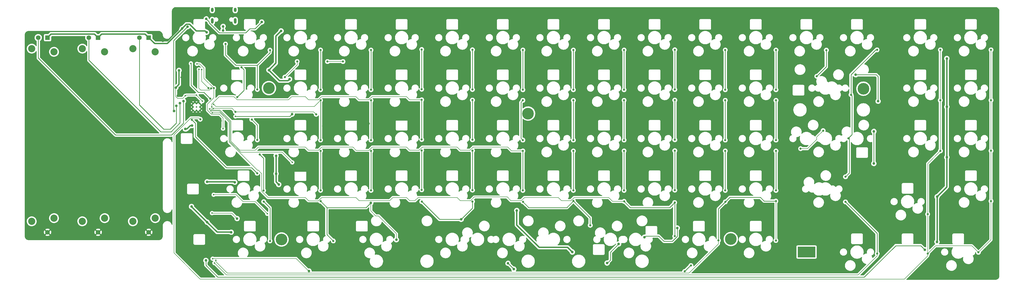
<source format=gtl>
G04 #@! TF.GenerationSoftware,KiCad,Pcbnew,6.0.2*
G04 #@! TF.CreationDate,2022-03-08T20:49:02-05:00*
G04 #@! TF.ProjectId,TbKB,54624b42-2e6b-4696-9361-645f70636258,0.0*
G04 #@! TF.SameCoordinates,Original*
G04 #@! TF.FileFunction,Copper,L1,Top*
G04 #@! TF.FilePolarity,Positive*
%FSLAX46Y46*%
G04 Gerber Fmt 4.6, Leading zero omitted, Abs format (unit mm)*
G04 Created by KiCad (PCBNEW 6.0.2) date 2022-03-08 20:49:02*
%MOMM*%
%LPD*%
G01*
G04 APERTURE LIST*
G04 #@! TA.AperFunction,ComponentPad*
%ADD10O,1.000000X1.600000*%
G04 #@! TD*
G04 #@! TA.AperFunction,ComponentPad*
%ADD11O,1.000000X2.100000*%
G04 #@! TD*
G04 #@! TA.AperFunction,ComponentPad*
%ADD12R,1.750000X1.750000*%
G04 #@! TD*
G04 #@! TA.AperFunction,ComponentPad*
%ADD13C,1.750000*%
G04 #@! TD*
G04 #@! TA.AperFunction,ComponentPad*
%ADD14C,2.700000*%
G04 #@! TD*
G04 #@! TA.AperFunction,ComponentPad*
%ADD15C,0.700000*%
G04 #@! TD*
G04 #@! TA.AperFunction,ComponentPad*
%ADD16C,4.400000*%
G04 #@! TD*
G04 #@! TA.AperFunction,ComponentPad*
%ADD17C,0.600000*%
G04 #@! TD*
G04 #@! TA.AperFunction,ViaPad*
%ADD18C,1.000000*%
G04 #@! TD*
G04 #@! TA.AperFunction,ViaPad*
%ADD19C,0.600000*%
G04 #@! TD*
G04 #@! TA.AperFunction,ViaPad*
%ADD20C,0.800000*%
G04 #@! TD*
G04 #@! TA.AperFunction,Conductor*
%ADD21C,0.154000*%
G04 #@! TD*
G04 #@! TA.AperFunction,Conductor*
%ADD22C,0.550000*%
G04 #@! TD*
G04 #@! TA.AperFunction,Conductor*
%ADD23C,0.500000*%
G04 #@! TD*
G04 #@! TA.AperFunction,Conductor*
%ADD24C,0.250000*%
G04 #@! TD*
G04 APERTURE END LIST*
G04 #@! TO.C, *
G36*
X320570000Y-113000000D02*
G01*
X327230000Y-113000000D01*
X327230000Y-117000000D01*
X320570000Y-117000000D01*
X320570000Y-113000000D01*
G37*
G04 #@! TD*
D10*
G04 #@! TO.P,X1,S1*
G04 #@! TO.N,N/C*
X108770000Y-23550000D03*
D11*
X108770000Y-27730000D03*
X100130000Y-27730000D03*
D10*
X100130000Y-23550000D03*
G04 #@! TD*
D12*
G04 #@! TO.P,RV1,1,1*
G04 #@! TO.N,+3V3*
X76200000Y-34037500D03*
D13*
G04 #@! TO.P,RV1,2,2*
G04 #@! TO.N,RV1*
X72700000Y-34037500D03*
G04 #@! TO.P,RV1,3,3*
G04 #@! TO.N,GND*
X76200000Y-107537500D03*
D14*
G04 #@! TO.P,RV1,MP*
G04 #@! TO.N,N/C*
X70250000Y-103387500D03*
X78650000Y-102187500D03*
X70250000Y-38187500D03*
X78650000Y-39387500D03*
G04 #@! TD*
D12*
G04 #@! TO.P,RV2,1,1*
G04 #@! TO.N,+3V3*
X57150000Y-34037500D03*
D13*
G04 #@! TO.P,RV2,2,2*
G04 #@! TO.N,RV2*
X53650000Y-34037500D03*
G04 #@! TO.P,RV2,3,3*
G04 #@! TO.N,GND*
X57150000Y-107537500D03*
D14*
G04 #@! TO.P,RV2,MP*
G04 #@! TO.N,N/C*
X59600000Y-102187500D03*
X51200000Y-38187500D03*
X51200000Y-103387500D03*
X59600000Y-39387500D03*
G04 #@! TD*
D12*
G04 #@! TO.P,RV3,1,1*
G04 #@! TO.N,+3V3*
X38100000Y-34037500D03*
D13*
G04 #@! TO.P,RV3,2,2*
G04 #@! TO.N,RV3*
X34600000Y-34037500D03*
G04 #@! TO.P,RV3,3,3*
G04 #@! TO.N,GND*
X38100000Y-107537500D03*
D14*
G04 #@! TO.P,RV3,MP*
G04 #@! TO.N,N/C*
X40550000Y-102187500D03*
X32150000Y-38187500D03*
X32150000Y-103387500D03*
X40550000Y-39387500D03*
G04 #@! TD*
D15*
G04 #@! TO.P,H3,1*
G04 #@! TO.N,N/C*
X345313000Y-54962500D03*
D16*
X345313000Y-53312500D03*
D15*
X346963000Y-53312500D03*
X343663000Y-53312500D03*
X346479726Y-54479226D03*
X345313000Y-51662500D03*
X344146274Y-52145774D03*
X346479726Y-52145774D03*
X344146274Y-54479226D03*
G04 #@! TD*
G04 #@! TO.P,H4,1*
G04 #@! TO.N,N/C*
X296566726Y-111266726D03*
X294233274Y-111266726D03*
X293750000Y-110100000D03*
X296566726Y-108933274D03*
D16*
X295400000Y-110100000D03*
D15*
X295400000Y-111750000D03*
X294233274Y-108933274D03*
X297050000Y-110100000D03*
X295400000Y-108450000D03*
G04 #@! TD*
G04 #@! TO.P,H5,1*
G04 #@! TO.N,N/C*
X220690000Y-62710000D03*
X219040000Y-61060000D03*
X217873274Y-63876726D03*
X217390000Y-62710000D03*
D16*
X219040000Y-62710000D03*
D15*
X220206726Y-63876726D03*
X220206726Y-61543274D03*
X217873274Y-61543274D03*
X219040000Y-64360000D03*
G04 #@! TD*
G04 #@! TO.P,H2,1*
G04 #@! TO.N,N/C*
X127372726Y-109070774D03*
X126206000Y-108587500D03*
X126206000Y-111887500D03*
X125039274Y-109070774D03*
D16*
X126206000Y-110237500D03*
D15*
X127372726Y-111404226D03*
X124556000Y-110237500D03*
X127856000Y-110237500D03*
X125039274Y-111404226D03*
G04 #@! TD*
D17*
G04 #@! TO.P,U3,57,GND*
G04 #@! TO.N,GND*
X92925000Y-58925000D03*
X92925000Y-61475000D03*
X95475000Y-61475000D03*
X95475000Y-60200000D03*
X94200000Y-61475000D03*
X94200000Y-58925000D03*
X95475000Y-58925000D03*
X94200000Y-60200000D03*
X92925000Y-60200000D03*
G04 #@! TD*
D15*
G04 #@! TO.P,H1,1*
G04 #@! TO.N,N/C*
X120276774Y-51920774D03*
X122610226Y-54254226D03*
X119793500Y-53087500D03*
X120276774Y-54254226D03*
X121443500Y-54737500D03*
X122610226Y-51920774D03*
X121443500Y-51437500D03*
X123093500Y-53087500D03*
D16*
X121443500Y-53087500D03*
G04 #@! TD*
D18*
G04 #@! TO.N,+3V3*
X92499989Y-67200000D03*
X107250000Y-107500000D03*
X121450000Y-46300000D03*
X90000000Y-68550000D03*
X125150000Y-89500000D03*
X98200000Y-103698681D03*
X376700000Y-79200000D03*
X86400000Y-52900000D03*
D19*
X90000000Y-56000000D03*
D18*
X124150000Y-78650000D03*
X97975000Y-32025000D03*
X373050000Y-94100000D03*
X88800000Y-30590000D03*
X108596425Y-88619079D03*
X214800000Y-99300000D03*
X376700000Y-41900000D03*
X87600000Y-46400000D03*
X98200000Y-88450000D03*
X129219215Y-49717049D03*
X124150000Y-85400000D03*
X126029421Y-31494079D03*
D19*
X94224557Y-55715097D03*
D18*
X373000000Y-111150000D03*
X92300000Y-97800000D03*
X376700000Y-60150000D03*
X235700000Y-115000000D03*
D19*
X96400000Y-58000000D03*
D18*
G04 #@! TO.N,GND*
X219050000Y-85550000D03*
X309600000Y-86250000D03*
X280350000Y-85050000D03*
X361150000Y-46550000D03*
X141950000Y-67450000D03*
X203450000Y-85450000D03*
X223200000Y-27300000D03*
X127900000Y-105550000D03*
X157200000Y-48050000D03*
X241700000Y-85750000D03*
X97500000Y-40230000D03*
X138200000Y-48050000D03*
X361300000Y-27350000D03*
X363580000Y-73760000D03*
X122441990Y-87841990D03*
X162400000Y-66400000D03*
X125200000Y-67950000D03*
X161000000Y-106100000D03*
X145550000Y-86350000D03*
X299350000Y-85000000D03*
X350630000Y-74650000D03*
X119400000Y-105650000D03*
X380150000Y-27350000D03*
X380200000Y-66350000D03*
X203950000Y-27850000D03*
X261350000Y-27300000D03*
X390650000Y-87050000D03*
X261400000Y-85150000D03*
X81510000Y-35220000D03*
X184800000Y-85100000D03*
X130800000Y-105950000D03*
X100425000Y-31900000D03*
X214350000Y-48050000D03*
X299400000Y-27300000D03*
X337400000Y-27800000D03*
X298950000Y-66250000D03*
X385850000Y-110900000D03*
X280400000Y-27300000D03*
X120300000Y-48550000D03*
X252600000Y-86200000D03*
X138350000Y-67500000D03*
X271450000Y-86150000D03*
X103250000Y-65500000D03*
X217650000Y-67400000D03*
X185000000Y-66050000D03*
X252400000Y-67100000D03*
X290300000Y-48100000D03*
X158950000Y-66450000D03*
X380100000Y-85500000D03*
X299500000Y-46950000D03*
X149700000Y-65135071D03*
X101483540Y-84850000D03*
X250100000Y-113300000D03*
X98450000Y-70450000D03*
X280050000Y-66300000D03*
X182250000Y-65550000D03*
X184950000Y-46900000D03*
X259500000Y-106400000D03*
X361350000Y-66050000D03*
X390950000Y-68050000D03*
X92600000Y-107350000D03*
D19*
X88400000Y-49000000D03*
D18*
X142200000Y-84550000D03*
X165500000Y-85450000D03*
X214250000Y-29100000D03*
X214600000Y-67400000D03*
X147200000Y-46750000D03*
X177500000Y-67250000D03*
X116014402Y-87325208D03*
X105810000Y-33400000D03*
X357850000Y-87950000D03*
X252350000Y-28950000D03*
X347700000Y-110600000D03*
D19*
X96550766Y-62551111D03*
D18*
X147400000Y-103400000D03*
X252250000Y-48100000D03*
X98200000Y-86250000D03*
X366800000Y-91000000D03*
D19*
X87697546Y-52822546D03*
D18*
X97020000Y-72860000D03*
X221950000Y-67400000D03*
X180250000Y-84900000D03*
X261200000Y-46850000D03*
X151800000Y-103050000D03*
X195400000Y-86200000D03*
X195250000Y-48050000D03*
X374450000Y-108300000D03*
X233450000Y-86200000D03*
X309250000Y-66850000D03*
X166100000Y-46900000D03*
X223100000Y-46800000D03*
X356576424Y-109126424D03*
X290450000Y-67050000D03*
X166050000Y-27300000D03*
X299450000Y-103489000D03*
X90030000Y-48930000D03*
X337250000Y-108050000D03*
X239100000Y-113000000D03*
X309650000Y-105200000D03*
X97900000Y-112950000D03*
X371300000Y-47200000D03*
X203950000Y-46750000D03*
X88814069Y-55435931D03*
X315400000Y-55500000D03*
X185150000Y-27300000D03*
X346750000Y-74630000D03*
X157100000Y-86100000D03*
X325250000Y-54850000D03*
X93100000Y-74650000D03*
X280400000Y-46900000D03*
X101700000Y-67850000D03*
X168850000Y-65135071D03*
X92625000Y-26800000D03*
X271500000Y-48050000D03*
X128000000Y-27350000D03*
X242150000Y-46900000D03*
X380533010Y-47083010D03*
X269675013Y-107975003D03*
X176300000Y-86150000D03*
X97775000Y-44625000D03*
X127100000Y-85850000D03*
X138200000Y-84550000D03*
X271550000Y-67050000D03*
X204200000Y-65850000D03*
X242150000Y-27750000D03*
X288000000Y-106175500D03*
X127650000Y-46700000D03*
X221550000Y-86800000D03*
X318450000Y-27350000D03*
X366950000Y-110750000D03*
X87165931Y-55984069D03*
X233450000Y-67050000D03*
X119150000Y-67933020D03*
X195450000Y-67400000D03*
X214250000Y-86950000D03*
X114100000Y-26200000D03*
X145000000Y-68100000D03*
X290400000Y-86200000D03*
X309350000Y-48150000D03*
X146950000Y-27300000D03*
X260200000Y-66900000D03*
X278183010Y-104033010D03*
X91224901Y-52475099D03*
X233300000Y-48050000D03*
X115550000Y-48600000D03*
X176250000Y-48050000D03*
X241800000Y-66550000D03*
X105550000Y-74300000D03*
X108700000Y-30050000D03*
X371600000Y-67250000D03*
X347600000Y-29000000D03*
D20*
G04 #@! TO.N,Row_0*
X149350000Y-43050000D03*
X99400000Y-57100000D03*
D19*
X92088547Y-43770047D03*
D20*
X132100000Y-43050000D03*
X143500000Y-43050000D03*
X127450000Y-48950000D03*
G04 #@! TO.N,Row_1*
X109500000Y-56526500D03*
X111150000Y-45224500D03*
G04 #@! TO.N,Row_3*
X108850000Y-62050000D03*
D19*
X100473500Y-60832648D03*
D20*
X139250000Y-63000000D03*
D19*
G04 #@! TO.N,Row_7*
X100050000Y-100300000D03*
D18*
X109481250Y-102350000D03*
G04 #@! TO.N,Row_9*
X211500000Y-119250000D03*
X213700000Y-121450000D03*
G04 #@! TO.N,Row_2*
X130200000Y-62900000D03*
D19*
X108850000Y-63800000D03*
G04 #@! TO.N,Row_4*
X130262500Y-81137500D03*
X99591063Y-61611230D03*
G04 #@! TO.N,Row_6*
X120850000Y-100550000D03*
X100650000Y-93350000D03*
D18*
G04 #@! TO.N,Row_8*
X136574520Y-122200011D03*
D20*
X278000000Y-122300000D03*
X280362011Y-120112011D03*
D19*
X100273500Y-117500000D03*
D18*
G04 #@! TO.N,Net-(D33-Pad2)*
X248800000Y-119150000D03*
X253150000Y-111950000D03*
G04 #@! TO.N,Net-(D54-Pad2)*
X342400000Y-48050000D03*
X350850000Y-58040000D03*
D20*
G04 #@! TO.N,Net-(D55-Pad2)*
X321650000Y-75950000D03*
X330150000Y-69150000D03*
D18*
G04 #@! TO.N,Net-(D58-Pad2)*
X349250000Y-69450000D03*
X349250000Y-81577020D03*
D20*
G04 #@! TO.N,Col_6*
X339650000Y-72050000D03*
X327739521Y-48622979D03*
X338550000Y-96050000D03*
X350450000Y-38650000D03*
X338553750Y-86584728D03*
X331350000Y-38750000D03*
D19*
X100950000Y-119150000D03*
D20*
X340650000Y-55600000D03*
X350500000Y-115600000D03*
G04 #@! TO.N,Col_7*
X388600000Y-115100000D03*
X95600000Y-64850000D03*
X393350000Y-95750000D03*
X369500000Y-100700000D03*
X393350000Y-38650000D03*
X374300000Y-38650000D03*
X374250000Y-57700000D03*
X393350000Y-57650000D03*
X369500000Y-115600000D03*
X374300000Y-76800000D03*
X393350000Y-76750000D03*
G04 #@! TO.N,Col_4*
X255200000Y-95850000D03*
X274290000Y-72610000D03*
X274290000Y-53610000D03*
X274290000Y-91610000D03*
X274290000Y-76710000D03*
X255190000Y-76810000D03*
D19*
X100150000Y-62450000D03*
D20*
X255190000Y-57710000D03*
X274290000Y-57610000D03*
X274250000Y-109000000D03*
X274290000Y-38610000D03*
X255190000Y-72710000D03*
X255190000Y-91710000D03*
X274250000Y-96300000D03*
X255190000Y-53710000D03*
X255190000Y-38710000D03*
G04 #@! TO.N,Col_5*
X312390000Y-53710000D03*
X312350000Y-95750000D03*
X312390000Y-91710000D03*
X293300000Y-96050000D03*
D19*
X101480000Y-118130000D03*
D20*
X290700000Y-110600000D03*
X293290000Y-57710000D03*
X293290000Y-53710000D03*
X312350000Y-110650000D03*
X312390000Y-72710000D03*
X312390000Y-57710000D03*
X293290000Y-91710000D03*
X293290000Y-38710000D03*
X293290000Y-72710000D03*
X293290000Y-76810000D03*
X312390000Y-76810000D03*
X312390000Y-38710000D03*
G04 #@! TO.N,Col_1*
X159890000Y-53710000D03*
X159890000Y-91710000D03*
X140900000Y-76800000D03*
X159890000Y-72710000D03*
X140900000Y-38700000D03*
X145700000Y-110800000D03*
X159890000Y-57710000D03*
X140900000Y-72700000D03*
X140900000Y-57700000D03*
X140900000Y-91700000D03*
D18*
X159800000Y-96450000D03*
D20*
X140900000Y-53700000D03*
X140900000Y-95800000D03*
D19*
X100650000Y-59200000D03*
D20*
X159890000Y-76810000D03*
X159890000Y-38710000D03*
D18*
X169450000Y-110350000D03*
D20*
G04 #@! TO.N,Col_2*
X198090000Y-38610000D03*
X198090000Y-72610000D03*
X178990000Y-38510000D03*
X198100000Y-95900000D03*
X178990000Y-53510000D03*
X178990000Y-57510000D03*
D19*
X99942352Y-60176500D03*
D20*
X198090000Y-57610000D03*
D18*
X193858126Y-102650000D03*
D20*
X178990000Y-76610000D03*
X198090000Y-76710000D03*
X178990000Y-72510000D03*
X179000000Y-95950000D03*
X178990000Y-91510000D03*
X198090000Y-91610000D03*
X198090000Y-53610000D03*
G04 #@! TO.N,Col_3*
X236090000Y-57710000D03*
X236090000Y-91710000D03*
X236090000Y-76810000D03*
X236090000Y-53710000D03*
X217090000Y-38710000D03*
X236090000Y-72710000D03*
X217090000Y-53710000D03*
X217090000Y-76810000D03*
X217090000Y-72710000D03*
D19*
X99080602Y-60995898D03*
D20*
X236090000Y-38710000D03*
X217100000Y-96000000D03*
X242450000Y-104900000D03*
X217090000Y-91710000D03*
X236100000Y-95700000D03*
X217090000Y-57710000D03*
G04 #@! TO.N,Col_0*
X117100000Y-53600000D03*
X117100000Y-72650000D03*
X119500000Y-95950000D03*
X105100000Y-36450000D03*
X121850000Y-38750000D03*
X119450000Y-91750000D03*
X115000000Y-64950000D03*
X121850000Y-110800000D03*
X118000000Y-78150000D03*
D19*
G04 #@! TO.N,/QSPI_SS*
X94350000Y-43950000D03*
D20*
X100688125Y-53138125D03*
D19*
X104200000Y-68400000D03*
D20*
G04 #@! TO.N,/RUN*
X92400000Y-65000000D03*
X117050000Y-85250000D03*
D18*
G04 #@! TO.N,/USB_D+*
X104200000Y-31325000D03*
X104200000Y-29775000D03*
D19*
G04 #@! TO.N,/QSPI_SD1*
X95100000Y-46025000D03*
D20*
X99690576Y-53200590D03*
G04 #@! TO.N,/QSPI_SD2*
X98690187Y-53134058D03*
D19*
X96150000Y-46050500D03*
D18*
G04 #@! TO.N,Net-(D70-Pad1)*
X97875000Y-26950000D03*
X118750000Y-28150000D03*
G04 #@! TO.N,LED_ARRAY*
X90800000Y-29925000D03*
X85775500Y-61725000D03*
G04 #@! TO.N,Net-(D109-Pad1)*
X97720000Y-118160000D03*
X368450000Y-114150000D03*
G04 #@! TO.N,Net-(D128-Pad1)*
X275200000Y-105900000D03*
X262850000Y-109400000D03*
G04 #@! TO.N,RV1*
X86600000Y-59800000D03*
G04 #@! TO.N,RV2*
X87950000Y-58792001D03*
G04 #@! TO.N,RV3*
X89300000Y-58000000D03*
G04 #@! TD*
D21*
G04 #@! TO.N,+3V3*
X86300000Y-53000000D02*
X86400000Y-52900000D01*
D22*
X91900000Y-67200000D02*
X90550000Y-68550000D01*
X92300000Y-97850000D02*
X98148681Y-103698681D01*
X98200000Y-88450000D02*
X108427346Y-88450000D01*
X101958359Y-107457040D02*
X98200000Y-103698681D01*
D23*
X376700000Y-41900000D02*
X376700000Y-60150000D01*
D22*
X90396343Y-28950489D02*
X91574170Y-28950489D01*
X83224626Y-36270000D02*
X78432500Y-36270000D01*
D21*
X96400000Y-58000000D02*
X96375000Y-58000000D01*
D23*
X124150000Y-85400000D02*
X124150000Y-78650000D01*
X373050000Y-111100000D02*
X373000000Y-111150000D01*
D22*
X223200000Y-113200000D02*
X214800000Y-104800000D01*
D23*
X373050000Y-94050000D02*
X376700000Y-90400000D01*
D22*
X124100000Y-43650000D02*
X124100000Y-33423500D01*
X39449511Y-32687989D02*
X55800489Y-32687989D01*
X121450000Y-46300000D02*
X124100000Y-43650000D01*
X88800000Y-30590000D02*
X88800000Y-30546832D01*
X88800000Y-30590000D02*
X88800000Y-30694626D01*
X214800000Y-104800000D02*
X214800000Y-99300000D01*
X88800000Y-30694626D02*
X83224626Y-36270000D01*
D23*
X87600000Y-51700000D02*
X87600000Y-46400000D01*
D22*
X121450000Y-46300000D02*
X125450000Y-50300000D01*
X94092760Y-31469079D02*
X97419079Y-31469079D01*
D23*
X86400000Y-52900000D02*
X87600000Y-51700000D01*
D21*
X87060220Y-56976511D02*
X86300000Y-56216291D01*
D22*
X97419079Y-31469079D02*
X97975000Y-32025000D01*
X90550000Y-68550000D02*
X90000000Y-68550000D01*
D23*
X376700000Y-60150000D02*
X376700000Y-79200000D01*
D21*
X86300000Y-56216291D02*
X86300000Y-53000000D01*
D22*
X78432500Y-36270000D02*
X76200000Y-34037500D01*
X107250000Y-107500000D02*
X107207040Y-107457040D01*
D23*
X373050000Y-94100000D02*
X373050000Y-111100000D01*
D22*
X76200000Y-34037500D02*
X74850489Y-32687989D01*
D23*
X124150000Y-88500000D02*
X125150000Y-89500000D01*
X373050000Y-94100000D02*
X373050000Y-94050000D01*
D22*
X98148681Y-103698681D02*
X98200000Y-103698681D01*
X92300000Y-97800000D02*
X92300000Y-97850000D01*
D21*
X90000000Y-56000000D02*
X89023489Y-56976511D01*
D22*
X74850489Y-32687989D02*
X58499511Y-32687989D01*
X38100000Y-34037500D02*
X39449511Y-32687989D01*
D21*
X94224557Y-55715097D02*
X90284903Y-55715097D01*
D22*
X92499989Y-67200000D02*
X91900000Y-67200000D01*
X58499511Y-32687989D02*
X57150000Y-34037500D01*
D23*
X376700000Y-90400000D02*
X376700000Y-79200000D01*
D22*
X125450000Y-50300000D02*
X128636264Y-50300000D01*
X124100000Y-33423500D02*
X126029421Y-31494079D01*
D21*
X90284903Y-55715097D02*
X90000000Y-56000000D01*
D22*
X128636264Y-50300000D02*
X129219215Y-49717049D01*
X108427346Y-88450000D02*
X108596425Y-88619079D01*
X88800000Y-30546832D02*
X90396343Y-28950489D01*
X91574170Y-28950489D02*
X94092760Y-31469079D01*
D23*
X124150000Y-85400000D02*
X124150000Y-88500000D01*
D21*
X94224557Y-55849557D02*
X94224557Y-55715097D01*
X96375000Y-58000000D02*
X94224557Y-55849557D01*
D22*
X107207040Y-107457040D02*
X101958359Y-107457040D01*
X55800489Y-32687989D02*
X57150000Y-34037500D01*
X235700000Y-115000000D02*
X233900000Y-113200000D01*
D21*
X89023489Y-56976511D02*
X87060220Y-56976511D01*
D22*
X233900000Y-113200000D02*
X223200000Y-113200000D01*
D23*
G04 #@! TO.N,GND*
X83250000Y-35220000D02*
X87350000Y-31120000D01*
X149700000Y-65135071D02*
X157635071Y-65135071D01*
X182750000Y-66050000D02*
X182250000Y-65550000D01*
X184800000Y-85100000D02*
X180450000Y-85100000D01*
X221550000Y-86800000D02*
X220300000Y-86800000D01*
X144350000Y-67450000D02*
X145000000Y-68100000D01*
X101700000Y-67850000D02*
X101850000Y-68000000D01*
X119150000Y-67933020D02*
X125183020Y-67933020D01*
X87350000Y-29800000D02*
X90350000Y-26800000D01*
X221950000Y-67400000D02*
X217650000Y-67400000D01*
X144000000Y-86350000D02*
X142200000Y-84550000D01*
X101850000Y-72100000D02*
X104050000Y-74300000D01*
X125183020Y-67933020D02*
X125200000Y-67950000D01*
X103250000Y-66300000D02*
X101700000Y-67850000D01*
X81510000Y-35220000D02*
X83250000Y-35220000D01*
X141950000Y-67450000D02*
X144350000Y-67450000D01*
X157635071Y-65135071D02*
X158950000Y-66450000D01*
X98450000Y-71430000D02*
X97020000Y-72860000D01*
X103250000Y-65500000D02*
X103250000Y-66300000D01*
X168850000Y-65135071D02*
X167585071Y-66400000D01*
X101850000Y-68000000D02*
X101850000Y-72100000D01*
X87350000Y-31120000D02*
X87350000Y-29800000D01*
X185000000Y-66050000D02*
X182750000Y-66050000D01*
X168850000Y-65135071D02*
X175385071Y-65135071D01*
X145550000Y-86350000D02*
X144000000Y-86350000D01*
X167585071Y-66400000D02*
X162400000Y-66400000D01*
X180450000Y-85100000D02*
X180250000Y-84900000D01*
X175385071Y-65135071D02*
X177500000Y-67250000D01*
X220300000Y-86800000D02*
X219050000Y-85550000D01*
X98450000Y-70450000D02*
X98450000Y-71430000D01*
X138082480Y-84432480D02*
X138200000Y-84550000D01*
X363580000Y-68280000D02*
X363580000Y-73760000D01*
X127100000Y-85850000D02*
X128517520Y-84432480D01*
X104050000Y-74300000D02*
X105550000Y-74300000D01*
X90350000Y-26800000D02*
X92625000Y-26800000D01*
X128517520Y-84432480D02*
X138082480Y-84432480D01*
X361350000Y-66050000D02*
X363580000Y-68280000D01*
D24*
G04 #@! TO.N,Row_0*
X97025000Y-54725000D02*
X99400000Y-57100000D01*
X92200000Y-43881500D02*
X92200000Y-52025000D01*
X94900000Y-54725000D02*
X97025000Y-54725000D01*
D21*
X143500000Y-43050000D02*
X149350000Y-43050000D01*
X127450000Y-48950000D02*
X132100000Y-44300000D01*
D24*
X92200000Y-52025000D02*
X94900000Y-54725000D01*
X92088547Y-43770047D02*
X92200000Y-43881500D01*
D21*
X132100000Y-44300000D02*
X132100000Y-43050000D01*
D24*
G04 #@! TO.N,Row_1*
X109695165Y-56350000D02*
X112100000Y-53945165D01*
X112100000Y-53945165D02*
X112100000Y-46174500D01*
X112100000Y-46174500D02*
X111150000Y-45224500D01*
X109676500Y-56350000D02*
X109695165Y-56350000D01*
X109500000Y-56526500D02*
X109676500Y-56350000D01*
D21*
G04 #@! TO.N,Row_3*
X100473500Y-60832648D02*
X100556148Y-60750000D01*
X107550000Y-60750000D02*
X108850000Y-62050000D01*
X108850000Y-62050000D02*
X138300000Y-62050000D01*
X138300000Y-62050000D02*
X139250000Y-63000000D01*
X100556148Y-60750000D02*
X107550000Y-60750000D01*
G04 #@! TO.N,Row_7*
X100050000Y-100300000D02*
X100100000Y-100350000D01*
X100100000Y-100350000D02*
X107481250Y-100350000D01*
X107481250Y-100350000D02*
X109481250Y-102350000D01*
D24*
G04 #@! TO.N,Row_9*
X211500000Y-119250000D02*
X213700000Y-121450000D01*
G04 #@! TO.N,Row_2*
X108850000Y-63800000D02*
X129300000Y-63800000D01*
X129300000Y-63800000D02*
X130200000Y-62900000D01*
D21*
G04 #@! TO.N,Row_4*
X102862727Y-61762679D02*
X106813560Y-65713512D01*
X106813560Y-73313512D02*
X110850048Y-77350000D01*
X110850048Y-77350000D02*
X126475000Y-77350000D01*
X106813560Y-65713512D02*
X106813560Y-73313512D01*
X99591063Y-61611230D02*
X99911278Y-61611230D01*
X100062727Y-61762679D02*
X102862727Y-61762679D01*
X99911278Y-61611230D02*
X100062727Y-61762679D01*
X126475000Y-77350000D02*
X130262500Y-81137500D01*
G04 #@! TO.N,Row_6*
X120850000Y-100500000D02*
X116300000Y-95950000D01*
X116300000Y-95950000D02*
X111715053Y-95950000D01*
X120850000Y-100550000D02*
X120850000Y-100500000D01*
X111715053Y-95950000D02*
X109115053Y-93350000D01*
X109115053Y-93350000D02*
X100650000Y-93350000D01*
D24*
G04 #@! TO.N,Row_8*
X278000000Y-122300000D02*
X280187989Y-120112011D01*
X280187989Y-120112011D02*
X280362011Y-120112011D01*
D21*
X131725000Y-117450000D02*
X136574520Y-122299520D01*
X100273500Y-117500000D02*
X100323500Y-117450000D01*
X100323500Y-117450000D02*
X131725000Y-117450000D01*
D24*
G04 #@! TO.N,Net-(D33-Pad2)*
X250050000Y-118000000D02*
X248900000Y-119150000D01*
X250050000Y-115050000D02*
X250050000Y-118000000D01*
X248900000Y-119150000D02*
X248800000Y-119150000D01*
X253150000Y-111950000D02*
X250050000Y-115050000D01*
G04 #@! TO.N,Net-(D54-Pad2)*
X350150000Y-48050000D02*
X346121126Y-48050000D01*
X344504874Y-48050000D02*
X342400000Y-48050000D01*
X346121126Y-48050000D02*
X346120105Y-48051021D01*
X344505895Y-48051021D02*
X344504874Y-48050000D01*
X346120105Y-48051021D02*
X344505895Y-48051021D01*
X350850000Y-58040000D02*
X350850000Y-48750000D01*
X350850000Y-48750000D02*
X350150000Y-48050000D01*
D21*
G04 #@! TO.N,Net-(D55-Pad2)*
X324250000Y-75950000D02*
X327702579Y-72497421D01*
X327702579Y-72497421D02*
X327702579Y-71597421D01*
X327702579Y-71597421D02*
X330150000Y-69150000D01*
X321650000Y-75950000D02*
X324250000Y-75950000D01*
D24*
G04 #@! TO.N,Net-(D58-Pad2)*
X349255421Y-69455421D02*
X349255421Y-81571599D01*
X349255421Y-81571599D02*
X349250000Y-81577020D01*
X349250000Y-69450000D02*
X349255421Y-69455421D01*
G04 #@! TO.N,Col_6*
X331350000Y-45012500D02*
X327739521Y-48622979D01*
X340650000Y-48009874D02*
X340650000Y-55600000D01*
X331350000Y-38750000D02*
X331350000Y-45012500D01*
X350450000Y-115550000D02*
X350450000Y-107950000D01*
D21*
X343253803Y-123650000D02*
X350500000Y-116403803D01*
D24*
X350009874Y-38650000D02*
X340650000Y-48009874D01*
X339958667Y-71658667D02*
X339650000Y-71967335D01*
X340650000Y-55600000D02*
X341014521Y-55964521D01*
X339650000Y-71967335D02*
X339650000Y-72050000D01*
X350450000Y-107950000D02*
X338550000Y-96050000D01*
X341014521Y-70602814D02*
X339958667Y-71658667D01*
X350500000Y-115600000D02*
X350450000Y-115550000D01*
X350450000Y-38650000D02*
X350009874Y-38650000D01*
D21*
X350500000Y-116403803D02*
X350500000Y-115600000D01*
X105450000Y-123650000D02*
X343253803Y-123650000D01*
D24*
X339958667Y-71658667D02*
X339958667Y-85179811D01*
X341014521Y-55964521D02*
X341014521Y-70602814D01*
D21*
X100950000Y-119150000D02*
X105450000Y-123650000D01*
D24*
X339958667Y-85179811D02*
X338553750Y-86584728D01*
D21*
G04 #@! TO.N,Col_7*
X372470421Y-112629579D02*
X386129579Y-112629579D01*
X85700000Y-115360000D02*
X95540000Y-125200000D01*
X369500000Y-115600000D02*
X372470421Y-112629579D01*
X85700000Y-70743268D02*
X85700000Y-115360000D01*
X374250000Y-76750000D02*
X374300000Y-76800000D01*
X374300000Y-76800000D02*
X369500000Y-81600000D01*
X374300000Y-38650000D02*
X374300000Y-57650000D01*
X92119779Y-64323489D02*
X85700000Y-70743268D01*
X386129579Y-112629579D02*
X388600000Y-115100000D01*
X360753803Y-125200000D02*
X369500000Y-116453803D01*
X393350000Y-38650000D02*
X393350000Y-57650000D01*
X369500000Y-81600000D02*
X369500000Y-100700000D01*
X374300000Y-57650000D02*
X374250000Y-57700000D01*
X95600000Y-64850000D02*
X95073489Y-64323489D01*
X369500000Y-100700000D02*
X369500000Y-115600000D01*
X393350000Y-110350000D02*
X393350000Y-95750000D01*
X393350000Y-76750000D02*
X393350000Y-95750000D01*
X369500000Y-116453803D02*
X369500000Y-115600000D01*
X393350000Y-76750000D02*
X393350000Y-57650000D01*
X95540000Y-125200000D02*
X360753803Y-125200000D01*
X374250000Y-57700000D02*
X374250000Y-76750000D01*
X95073489Y-64323489D02*
X92119779Y-64323489D01*
X388600000Y-115100000D02*
X393350000Y-110350000D01*
G04 #@! TO.N,Col_4*
X117471969Y-84123489D02*
X118773489Y-85425009D01*
X166895979Y-95604021D02*
X168109021Y-94390979D01*
X235195979Y-95604021D02*
X236409021Y-94390979D01*
X173269676Y-94390979D02*
X174482718Y-95604021D01*
X106460041Y-65859945D02*
X106460041Y-73459945D01*
X249390979Y-94390979D02*
X250850000Y-95850000D01*
X106460041Y-73459945D02*
X117123585Y-84123489D01*
D24*
X257542021Y-98192021D02*
X272357979Y-98192021D01*
D21*
X211178697Y-94200000D02*
X212582718Y-95604021D01*
D24*
X255190000Y-76810000D02*
X255190000Y-91710000D01*
D21*
X118773489Y-85425009D02*
X118773489Y-92073489D01*
D24*
X255200000Y-95850000D02*
X257542021Y-98192021D01*
D21*
X230390979Y-94390979D02*
X231604021Y-95604021D01*
X217709021Y-94390979D02*
X230390979Y-94390979D01*
X174482718Y-95604021D02*
X176445979Y-95604021D01*
X140093268Y-95650000D02*
X141352289Y-94390979D01*
X250850000Y-95850000D02*
X255200000Y-95850000D01*
X192319676Y-94390979D02*
X193532718Y-95604021D01*
X154190979Y-94390979D02*
X155404021Y-95604021D01*
D24*
X255190000Y-38710000D02*
X255190000Y-53710000D01*
X274250000Y-109000000D02*
X274250000Y-96300000D01*
D21*
X212582718Y-95604021D02*
X216495979Y-95604021D01*
X135169676Y-94390979D02*
X136428697Y-95650000D01*
D24*
X272357979Y-98192021D02*
X274250000Y-96300000D01*
D21*
X136428697Y-95650000D02*
X140093268Y-95650000D01*
X103050096Y-62450000D02*
X106460041Y-65859945D01*
X155404021Y-95604021D02*
X166895979Y-95604021D01*
X117123585Y-84123489D02*
X117471969Y-84123489D01*
X141352289Y-94390979D02*
X154190979Y-94390979D01*
X193532718Y-95604021D02*
X197395979Y-95604021D01*
X177659021Y-94390979D02*
X192319676Y-94390979D01*
X198800000Y-94200000D02*
X211178697Y-94200000D01*
D24*
X255190000Y-57710000D02*
X255190000Y-72710000D01*
D21*
X231604021Y-95604021D02*
X235195979Y-95604021D01*
X236409021Y-94390979D02*
X249390979Y-94390979D01*
X216495979Y-95604021D02*
X217709021Y-94390979D01*
D24*
X274290000Y-76710000D02*
X274290000Y-91610000D01*
D21*
X168109021Y-94390979D02*
X173269676Y-94390979D01*
X176445979Y-95604021D02*
X177659021Y-94390979D01*
X100150000Y-62450000D02*
X103050096Y-62450000D01*
D24*
X274290000Y-57610000D02*
X274290000Y-72610000D01*
D21*
X118773489Y-92073489D02*
X121090979Y-94390979D01*
X197395979Y-95604021D02*
X198800000Y-94200000D01*
X121090979Y-94390979D02*
X135169676Y-94390979D01*
D24*
X274290000Y-38610000D02*
X274290000Y-53610000D01*
G04 #@! TO.N,Col_5*
X290700000Y-98650000D02*
X290700000Y-110600000D01*
X295007021Y-94342979D02*
X306503794Y-94342979D01*
D21*
X101480000Y-118130000D02*
X101480000Y-118630000D01*
D24*
X293290000Y-57710000D02*
X293290000Y-72710000D01*
X293290000Y-76810000D02*
X293290000Y-91710000D01*
X312390000Y-76810000D02*
X312390000Y-91710000D01*
X312390000Y-38710000D02*
X312390000Y-53710000D01*
X293300000Y-96050000D02*
X292825000Y-96525000D01*
D21*
X312350000Y-95750000D02*
X312350000Y-110650000D01*
X290700000Y-111910053D02*
X290700000Y-110600000D01*
D24*
X312390000Y-57710000D02*
X312390000Y-72710000D01*
X307910815Y-95750000D02*
X312350000Y-95750000D01*
X293290000Y-38710000D02*
X293290000Y-53710000D01*
D21*
X105826511Y-122976511D02*
X279633542Y-122976511D01*
D24*
X292825000Y-96525000D02*
X295007021Y-94342979D01*
X292825000Y-96525000D02*
X290700000Y-98650000D01*
X306503794Y-94342979D02*
X307910815Y-95750000D01*
D21*
X279633542Y-122976511D02*
X290700000Y-111910053D01*
X101480000Y-118630000D02*
X105826511Y-122976511D01*
D24*
G04 #@! TO.N,Col_1*
X158057979Y-98192021D02*
X159800000Y-96450000D01*
D21*
X159800000Y-99450000D02*
X159800000Y-96450000D01*
D24*
X143300000Y-98200000D02*
X143300000Y-108400000D01*
X140900000Y-57700000D02*
X140900000Y-72700000D01*
D21*
X162718473Y-101351979D02*
X161701979Y-101351979D01*
X161701979Y-101351979D02*
X159800000Y-99450000D01*
X138555979Y-60044021D02*
X140900000Y-57700000D01*
D24*
X140900000Y-76800000D02*
X140900000Y-91700000D01*
X140900000Y-95800000D02*
X143300000Y-98200000D01*
X159890000Y-57710000D02*
X159890000Y-72710000D01*
D21*
X169450000Y-110350000D02*
X169450000Y-108083506D01*
D24*
X143292021Y-98192021D02*
X158057979Y-98192021D01*
X140900000Y-38700000D02*
X140900000Y-53700000D01*
D21*
X100650000Y-59200000D02*
X101494021Y-60044021D01*
D24*
X159890000Y-38710000D02*
X159890000Y-53710000D01*
D21*
X169450000Y-108083506D02*
X162718473Y-101351979D01*
X101494021Y-60044021D02*
X138555979Y-60044021D01*
D24*
X159890000Y-76810000D02*
X159890000Y-91710000D01*
X143300000Y-108400000D02*
X145700000Y-110800000D01*
G04 #@! TO.N,Col_2*
X198090000Y-38610000D02*
X198090000Y-53610000D01*
D21*
X108290979Y-56290979D02*
X109504021Y-57504021D01*
X136354021Y-57504021D02*
X140095979Y-57504021D01*
X174460000Y-57510000D02*
X178990000Y-57510000D01*
D24*
X178990000Y-57510000D02*
X178990000Y-72510000D01*
D21*
X130032718Y-56290979D02*
X135140979Y-56290979D01*
X159095979Y-57504021D02*
X160309021Y-56290979D01*
X128819676Y-57504021D02*
X130032718Y-56290979D01*
X141309021Y-56290979D02*
X154219676Y-56290979D01*
X160309021Y-56290979D02*
X173240979Y-56290979D01*
X102743710Y-56290979D02*
X108290979Y-56290979D01*
X140095979Y-57504021D02*
X141309021Y-56290979D01*
D24*
X193858126Y-102650000D02*
X198100000Y-98408126D01*
D21*
X173240979Y-56290979D02*
X174460000Y-57510000D01*
D24*
X178990000Y-38510000D02*
X178990000Y-53510000D01*
D21*
X135140979Y-56290979D02*
X136354021Y-57504021D01*
D24*
X198090000Y-57610000D02*
X198090000Y-72610000D01*
X178990000Y-76610000D02*
X178990000Y-91510000D01*
D21*
X155432718Y-57504021D02*
X159095979Y-57504021D01*
D24*
X179000000Y-95950000D02*
X185700000Y-102650000D01*
D21*
X109504021Y-57504021D02*
X128819676Y-57504021D01*
D24*
X185700000Y-102650000D02*
X193858126Y-102650000D01*
D21*
X154219676Y-56290979D02*
X155432718Y-57504021D01*
X99942352Y-60176500D02*
X99942352Y-59092337D01*
D24*
X198100000Y-98408126D02*
X198100000Y-95900000D01*
D21*
X99942352Y-59092337D02*
X102743710Y-56290979D01*
D24*
X198090000Y-76710000D02*
X198090000Y-91610000D01*
G04 #@! TO.N,Col_3*
X217090000Y-38710000D02*
X217090000Y-53710000D01*
D21*
X107167079Y-65567079D02*
X107167079Y-73167079D01*
D24*
X233607979Y-98192021D02*
X236100000Y-95700000D01*
D21*
X99080602Y-60995898D02*
X99795898Y-60995898D01*
X198409021Y-75340979D02*
X211369676Y-75340979D01*
D24*
X217090000Y-57710000D02*
X216350000Y-58450000D01*
D21*
X212838697Y-76810000D02*
X217090000Y-76810000D01*
X136382718Y-76554021D02*
X140145979Y-76554021D01*
X141359021Y-75340979D02*
X153090979Y-75340979D01*
X154350000Y-76600000D02*
X159143268Y-76600000D01*
X211369676Y-75340979D02*
X212838697Y-76810000D01*
D24*
X242450000Y-104900000D02*
X242400000Y-104850000D01*
D21*
X174482718Y-76554021D02*
X178045979Y-76554021D01*
X159143268Y-76600000D02*
X160402289Y-75340979D01*
X140145979Y-76554021D02*
X141359021Y-75340979D01*
D24*
X217100000Y-96000000D02*
X219292021Y-98192021D01*
D21*
X116295979Y-76554021D02*
X117509021Y-75340979D01*
X100209159Y-61409159D02*
X103009159Y-61409159D01*
D24*
X242400000Y-104850000D02*
X242400000Y-102000000D01*
X216350000Y-71970000D02*
X217090000Y-72710000D01*
D21*
X135169676Y-75340979D02*
X136382718Y-76554021D01*
X179259021Y-75340979D02*
X192290979Y-75340979D01*
X99795898Y-60995898D02*
X100209159Y-61409159D01*
X192290979Y-75340979D02*
X193504021Y-76554021D01*
X197195979Y-76554021D02*
X198409021Y-75340979D01*
X193504021Y-76554021D02*
X197195979Y-76554021D01*
D24*
X242400000Y-102000000D02*
X236100000Y-95700000D01*
D21*
X103009159Y-61409159D02*
X107167079Y-65567079D01*
D24*
X219292021Y-98192021D02*
X233607979Y-98192021D01*
X236090000Y-57710000D02*
X236090000Y-72710000D01*
D21*
X160402289Y-75340979D02*
X173269676Y-75340979D01*
X178045979Y-76554021D02*
X179259021Y-75340979D01*
X117509021Y-75340979D02*
X135169676Y-75340979D01*
X107167079Y-73167079D02*
X110554021Y-76554021D01*
D24*
X216350000Y-58450000D02*
X216350000Y-71970000D01*
D21*
X153090979Y-75340979D02*
X154350000Y-76600000D01*
X173269676Y-75340979D02*
X174482718Y-76554021D01*
X110554021Y-76554021D02*
X116295979Y-76554021D01*
D24*
X217090000Y-76810000D02*
X217090000Y-91710000D01*
X236090000Y-38710000D02*
X236090000Y-53710000D01*
X236090000Y-76810000D02*
X236090000Y-91710000D01*
G04 #@! TO.N,Col_0*
X108975386Y-44500000D02*
X117100000Y-44500000D01*
X121850000Y-39750000D02*
X121850000Y-38750000D01*
X117100000Y-53600000D02*
X117100000Y-44500000D01*
X105100000Y-40624614D02*
X108975386Y-44500000D01*
X119500000Y-95950000D02*
X121850000Y-98300000D01*
X105100000Y-36450000D02*
X105100000Y-40624614D01*
X117100000Y-44500000D02*
X121850000Y-39750000D01*
X118000000Y-78150000D02*
X119450000Y-79600000D01*
X119450000Y-79600000D02*
X119450000Y-91750000D01*
X117100000Y-67050000D02*
X117100000Y-72650000D01*
X121850000Y-98300000D02*
X121850000Y-110800000D01*
X115000000Y-64950000D02*
X117100000Y-67050000D01*
D21*
G04 #@! TO.N,/QSPI_SS*
X104200000Y-68400000D02*
X104200000Y-64350000D01*
X98300000Y-61415311D02*
X98300000Y-59156732D01*
X97025000Y-45568268D02*
X97025000Y-49475000D01*
X97025000Y-49475000D02*
X100688125Y-53138125D01*
X104200000Y-64350000D02*
X102876511Y-63026511D01*
X95406732Y-43950000D02*
X97025000Y-45568268D01*
X102876511Y-63026511D02*
X99911200Y-63026511D01*
X99911200Y-63026511D02*
X98300000Y-61415311D01*
X94350000Y-43950000D02*
X95406732Y-43950000D01*
X98300000Y-59156732D02*
X100688125Y-56768607D01*
X100688125Y-56768607D02*
X100688125Y-53138125D01*
D24*
G04 #@! TO.N,/RUN*
X93750000Y-66350000D02*
X92400000Y-65000000D01*
X117050000Y-85250000D02*
X114950000Y-83150000D01*
X114950000Y-83150000D02*
X105440000Y-83150000D01*
X93750000Y-71460000D02*
X93750000Y-66350000D01*
X105440000Y-83150000D02*
X93750000Y-71460000D01*
G04 #@! TO.N,/USB_D+*
X104200000Y-29775000D02*
X104200000Y-31325000D01*
D21*
G04 #@! TO.N,/QSPI_SD1*
X95075000Y-53125000D02*
X95775000Y-53825000D01*
X95775000Y-53825000D02*
X99066166Y-53825000D01*
X95100000Y-46025000D02*
X95075000Y-46050000D01*
X95075000Y-46050000D02*
X95075000Y-53125000D01*
X99066166Y-53825000D02*
X99690576Y-53200590D01*
G04 #@! TO.N,/QSPI_SD2*
X96150000Y-50593871D02*
X98690187Y-53134058D01*
X96150000Y-46050500D02*
X96150000Y-50593871D01*
D24*
G04 #@! TO.N,Net-(D70-Pad1)*
X102733464Y-32149511D02*
X112767824Y-32149511D01*
X98960000Y-28376047D02*
X102733464Y-32149511D01*
X112767824Y-32149511D02*
X114242335Y-30675000D01*
X114242335Y-30675000D02*
X116225000Y-30675000D01*
X98960000Y-28035000D02*
X98960000Y-28376047D01*
X97875000Y-26950000D02*
X98960000Y-28035000D01*
X116225000Y-30675000D02*
X118750000Y-28150000D01*
G04 #@! TO.N,LED_ARRAY*
X85600000Y-52533964D02*
X85600000Y-35125000D01*
X85575489Y-52558475D02*
X85600000Y-52533964D01*
X85600000Y-35125000D02*
X90800000Y-29925000D01*
X85775500Y-61725000D02*
X85575489Y-61524989D01*
X85575489Y-61524989D02*
X85575489Y-52558475D01*
G04 #@! TO.N,Net-(D109-Pad1)*
X345617801Y-124448480D02*
X357484702Y-112581579D01*
X97720000Y-118160000D02*
X97720000Y-119970000D01*
X102198480Y-124448480D02*
X345617801Y-124448480D01*
X97720000Y-119970000D02*
X102198480Y-124448480D01*
X366881579Y-112581579D02*
X368450000Y-114150000D01*
X357484702Y-112581579D02*
X366881579Y-112581579D01*
G04 #@! TO.N,Net-(D128-Pad1)*
X273324614Y-110950000D02*
X275200000Y-109074614D01*
X270200000Y-110950000D02*
X273324614Y-110950000D01*
X275200000Y-109074614D02*
X275200000Y-105900000D01*
X268212079Y-108962079D02*
X270200000Y-110950000D01*
X263287921Y-108962079D02*
X268212079Y-108962079D01*
X262850000Y-109400000D02*
X263287921Y-108962079D01*
G04 #@! TO.N,RV1*
X84300000Y-68600000D02*
X81850000Y-68600000D01*
X86600000Y-66300000D02*
X84300000Y-68600000D01*
X81850000Y-68600000D02*
X72700000Y-59450000D01*
X86600000Y-59800000D02*
X86600000Y-66300000D01*
X72700000Y-59450000D02*
X72700000Y-34037500D01*
G04 #@! TO.N,RV2*
X84600000Y-69600000D02*
X80700000Y-69600000D01*
X87950000Y-66250000D02*
X84600000Y-69600000D01*
X87950000Y-58792001D02*
X87950000Y-66250000D01*
X53650000Y-42550000D02*
X53650000Y-34037500D01*
X80700000Y-69600000D02*
X53650000Y-42550000D01*
G04 #@! TO.N,RV3*
X34600000Y-41700000D02*
X63700000Y-70800000D01*
X63700000Y-70800000D02*
X84800000Y-70800000D01*
X84800000Y-70800000D02*
X89300000Y-66300000D01*
X89300000Y-66300000D02*
X89300000Y-58000000D01*
X34600000Y-34037500D02*
X34600000Y-41700000D01*
G04 #@! TD*
G04 #@! TA.AperFunction,Conductor*
G04 #@! TO.N,GND*
G36*
X99242081Y-22528002D02*
G01*
X99288574Y-22581658D01*
X99298678Y-22651932D01*
X99284375Y-22694700D01*
X99201535Y-22845387D01*
X99201533Y-22845392D01*
X99198567Y-22850787D01*
X99196706Y-22856654D01*
X99196705Y-22856656D01*
X99141667Y-23030158D01*
X99138765Y-23039306D01*
X99121500Y-23193227D01*
X99121500Y-23899769D01*
X99121800Y-23902825D01*
X99121800Y-23902832D01*
X99122530Y-23910273D01*
X99135920Y-24046833D01*
X99193084Y-24236169D01*
X99285934Y-24410796D01*
X99356291Y-24497062D01*
X99407040Y-24559287D01*
X99407043Y-24559290D01*
X99410935Y-24564062D01*
X99415682Y-24567989D01*
X99415684Y-24567991D01*
X99558575Y-24686201D01*
X99558579Y-24686203D01*
X99563325Y-24690130D01*
X99737299Y-24784198D01*
X99926232Y-24842682D01*
X99932357Y-24843326D01*
X99932358Y-24843326D01*
X100116796Y-24862711D01*
X100116798Y-24862711D01*
X100122925Y-24863355D01*
X100205424Y-24855847D01*
X100313749Y-24845989D01*
X100313752Y-24845988D01*
X100319888Y-24845430D01*
X100325794Y-24843692D01*
X100325798Y-24843691D01*
X100430924Y-24812751D01*
X100509619Y-24789590D01*
X100515077Y-24786737D01*
X100515081Y-24786735D01*
X100605853Y-24739280D01*
X100684890Y-24697960D01*
X100839025Y-24574032D01*
X100966154Y-24422526D01*
X100969121Y-24417128D01*
X100969125Y-24417123D01*
X101058467Y-24254608D01*
X101061433Y-24249213D01*
X101063846Y-24241608D01*
X101119373Y-24066564D01*
X101119373Y-24066563D01*
X101121235Y-24060694D01*
X101138500Y-23906773D01*
X101138500Y-23200231D01*
X101137827Y-23193362D01*
X101124681Y-23059301D01*
X101124080Y-23053167D01*
X101114956Y-23022945D01*
X101068697Y-22869731D01*
X101066916Y-22863831D01*
X101001354Y-22740526D01*
X100976166Y-22693153D01*
X100961847Y-22623615D01*
X100987395Y-22557375D01*
X101044700Y-22515462D01*
X101087418Y-22508000D01*
X107813960Y-22508000D01*
X107882081Y-22528002D01*
X107928574Y-22581658D01*
X107938678Y-22651932D01*
X107924375Y-22694700D01*
X107841535Y-22845387D01*
X107841533Y-22845392D01*
X107838567Y-22850787D01*
X107836706Y-22856654D01*
X107836705Y-22856656D01*
X107781667Y-23030158D01*
X107778765Y-23039306D01*
X107761500Y-23193227D01*
X107761500Y-23899769D01*
X107761800Y-23902825D01*
X107761800Y-23902832D01*
X107762530Y-23910273D01*
X107775920Y-24046833D01*
X107833084Y-24236169D01*
X107925934Y-24410796D01*
X107996291Y-24497062D01*
X108047040Y-24559287D01*
X108047043Y-24559290D01*
X108050935Y-24564062D01*
X108055682Y-24567989D01*
X108055684Y-24567991D01*
X108198575Y-24686201D01*
X108198579Y-24686203D01*
X108203325Y-24690130D01*
X108377299Y-24784198D01*
X108566232Y-24842682D01*
X108572357Y-24843326D01*
X108572358Y-24843326D01*
X108756796Y-24862711D01*
X108756798Y-24862711D01*
X108762925Y-24863355D01*
X108845424Y-24855847D01*
X108953749Y-24845989D01*
X108953752Y-24845988D01*
X108959888Y-24845430D01*
X108965794Y-24843692D01*
X108965798Y-24843691D01*
X109070924Y-24812751D01*
X109149619Y-24789590D01*
X109155077Y-24786737D01*
X109155081Y-24786735D01*
X109245853Y-24739280D01*
X109324890Y-24697960D01*
X109479025Y-24574032D01*
X109606154Y-24422526D01*
X109609121Y-24417128D01*
X109609125Y-24417123D01*
X109698467Y-24254608D01*
X109701433Y-24249213D01*
X109703846Y-24241608D01*
X109759373Y-24066564D01*
X109759373Y-24066563D01*
X109761235Y-24060694D01*
X109778500Y-23906773D01*
X109778500Y-23200231D01*
X109777827Y-23193362D01*
X109764681Y-23059301D01*
X109764080Y-23053167D01*
X109754956Y-23022945D01*
X109708697Y-22869731D01*
X109706916Y-22863831D01*
X109641354Y-22740526D01*
X109616166Y-22693153D01*
X109601847Y-22623615D01*
X109627395Y-22557375D01*
X109684700Y-22515462D01*
X109727418Y-22508000D01*
X394950672Y-22508000D01*
X394970056Y-22509500D01*
X394972284Y-22509847D01*
X394984859Y-22511805D01*
X394984861Y-22511805D01*
X394993730Y-22513186D01*
X395002632Y-22512022D01*
X395002634Y-22512022D01*
X395008959Y-22511195D01*
X395034282Y-22510452D01*
X395198126Y-22522170D01*
X395203343Y-22522543D01*
X395221137Y-22525101D01*
X395411540Y-22566521D01*
X395428788Y-22571586D01*
X395611358Y-22639682D01*
X395627710Y-22647149D01*
X395636470Y-22651932D01*
X395798734Y-22740534D01*
X395813844Y-22750245D01*
X395923515Y-22832343D01*
X395969842Y-22867023D01*
X395983428Y-22878796D01*
X396121204Y-23016572D01*
X396132977Y-23030158D01*
X396249752Y-23186152D01*
X396259466Y-23201266D01*
X396260584Y-23203313D01*
X396352851Y-23372290D01*
X396360318Y-23388642D01*
X396428414Y-23571212D01*
X396433480Y-23588462D01*
X396474899Y-23778863D01*
X396477457Y-23796658D01*
X396489041Y-23958629D01*
X396488297Y-23976533D01*
X396488195Y-23984858D01*
X396486814Y-23993730D01*
X396487978Y-24002632D01*
X396487978Y-24002635D01*
X396490936Y-24025251D01*
X396492000Y-24041589D01*
X396492000Y-123950672D01*
X396490500Y-123970056D01*
X396486814Y-123993730D01*
X396487978Y-124002632D01*
X396487978Y-124002634D01*
X396488805Y-124008959D01*
X396489548Y-124034287D01*
X396477457Y-124203343D01*
X396474899Y-124221137D01*
X396433480Y-124411538D01*
X396428414Y-124428788D01*
X396360318Y-124611358D01*
X396352851Y-124627710D01*
X396259469Y-124798729D01*
X396249752Y-124813848D01*
X396192016Y-124890975D01*
X396132977Y-124969842D01*
X396121204Y-124983428D01*
X395983428Y-125121204D01*
X395969841Y-125132977D01*
X395813848Y-125249752D01*
X395798734Y-125259466D01*
X395693020Y-125317190D01*
X395627710Y-125352851D01*
X395611358Y-125360318D01*
X395428788Y-125428414D01*
X395411540Y-125433479D01*
X395258055Y-125466868D01*
X395221137Y-125474899D01*
X395203342Y-125477457D01*
X395154443Y-125480954D01*
X395041369Y-125489041D01*
X395023467Y-125488297D01*
X395015142Y-125488195D01*
X395006270Y-125486814D01*
X394997368Y-125487978D01*
X394997365Y-125487978D01*
X394974749Y-125490936D01*
X394958411Y-125492000D01*
X361594015Y-125492000D01*
X361525894Y-125471998D01*
X361479401Y-125418342D01*
X361469297Y-125348068D01*
X361498791Y-125283488D01*
X361504920Y-125276905D01*
X365594526Y-121187300D01*
X366772093Y-120009733D01*
X376447822Y-120009733D01*
X376447975Y-120014121D01*
X376447975Y-120014127D01*
X376457401Y-120284034D01*
X376457625Y-120290458D01*
X376458387Y-120294781D01*
X376458388Y-120294788D01*
X376481866Y-120427938D01*
X376506402Y-120567087D01*
X376593203Y-120834235D01*
X376595131Y-120838188D01*
X376595133Y-120838193D01*
X376622667Y-120894645D01*
X376716340Y-121086702D01*
X376718795Y-121090341D01*
X376718798Y-121090347D01*
X376768777Y-121164443D01*
X376873415Y-121319576D01*
X376876360Y-121322847D01*
X376876361Y-121322848D01*
X376935583Y-121388621D01*
X377061371Y-121528322D01*
X377276550Y-121708879D01*
X377514764Y-121857731D01*
X377771375Y-121971982D01*
X377775603Y-121973194D01*
X377775602Y-121973194D01*
X377969469Y-122028784D01*
X378041390Y-122049407D01*
X378045740Y-122050018D01*
X378045743Y-122050019D01*
X378148690Y-122064487D01*
X378319552Y-122088500D01*
X378530146Y-122088500D01*
X378532332Y-122088347D01*
X378532336Y-122088347D01*
X378735827Y-122074118D01*
X378735832Y-122074117D01*
X378740212Y-122073811D01*
X379014970Y-122015409D01*
X379019099Y-122013906D01*
X379019103Y-122013905D01*
X379274781Y-121920846D01*
X379274785Y-121920844D01*
X379278926Y-121919337D01*
X379526942Y-121787464D01*
X379560537Y-121763056D01*
X379750629Y-121624947D01*
X379750632Y-121624944D01*
X379754192Y-121622358D01*
X379759481Y-121617251D01*
X379899745Y-121481799D01*
X379956252Y-121427231D01*
X380129188Y-121205882D01*
X380131384Y-121202078D01*
X380131389Y-121202071D01*
X380267435Y-120966431D01*
X380269636Y-120962619D01*
X380374862Y-120702176D01*
X380385030Y-120661394D01*
X380441753Y-120433893D01*
X380441754Y-120433888D01*
X380442817Y-120429624D01*
X380446907Y-120390717D01*
X380471719Y-120154636D01*
X380471719Y-120154633D01*
X380472178Y-120150267D01*
X380471836Y-120140469D01*
X380462529Y-119873939D01*
X380462528Y-119873933D01*
X380462375Y-119869542D01*
X380459627Y-119853953D01*
X380417867Y-119617123D01*
X380413598Y-119592913D01*
X380326797Y-119325765D01*
X380323750Y-119319516D01*
X380254094Y-119176703D01*
X380203660Y-119073298D01*
X380201205Y-119069659D01*
X380201202Y-119069653D01*
X380117257Y-118945200D01*
X380046585Y-118840424D01*
X379999597Y-118788238D01*
X379932557Y-118713783D01*
X379858629Y-118631678D01*
X379643450Y-118451121D01*
X379405236Y-118302269D01*
X379210211Y-118215438D01*
X379152639Y-118189805D01*
X379152637Y-118189804D01*
X379148625Y-118188018D01*
X378935487Y-118126902D01*
X378882837Y-118111805D01*
X378882836Y-118111805D01*
X378878610Y-118110593D01*
X378874260Y-118109982D01*
X378874257Y-118109981D01*
X378771310Y-118095513D01*
X378600448Y-118071500D01*
X378389854Y-118071500D01*
X378387668Y-118071653D01*
X378387664Y-118071653D01*
X378184173Y-118085882D01*
X378184168Y-118085883D01*
X378179788Y-118086189D01*
X377905030Y-118144591D01*
X377900901Y-118146094D01*
X377900897Y-118146095D01*
X377645219Y-118239154D01*
X377645215Y-118239156D01*
X377641074Y-118240663D01*
X377393058Y-118372536D01*
X377389499Y-118375122D01*
X377389497Y-118375123D01*
X377175374Y-118530692D01*
X377165808Y-118537642D01*
X377162644Y-118540698D01*
X377162641Y-118540700D01*
X377125331Y-118576730D01*
X376963748Y-118732769D01*
X376790812Y-118954118D01*
X376788616Y-118957922D01*
X376788611Y-118957929D01*
X376715278Y-119084947D01*
X376650364Y-119197381D01*
X376545138Y-119457824D01*
X376544073Y-119462097D01*
X376544072Y-119462099D01*
X376479410Y-119721445D01*
X376477183Y-119730376D01*
X376476724Y-119734744D01*
X376476723Y-119734749D01*
X376450210Y-119987012D01*
X376447822Y-120009733D01*
X366772093Y-120009733D01*
X369881042Y-116900784D01*
X369893433Y-116889917D01*
X369911033Y-116876412D01*
X369917583Y-116871386D01*
X369941140Y-116840686D01*
X369941145Y-116840681D01*
X369941157Y-116840665D01*
X369941168Y-116840652D01*
X369996354Y-116768730D01*
X369996356Y-116768727D01*
X370006408Y-116755628D01*
X370006409Y-116755626D01*
X370011433Y-116749079D01*
X370070429Y-116606649D01*
X370085500Y-116492176D01*
X370085500Y-116492170D01*
X370090551Y-116453803D01*
X370086578Y-116423624D01*
X370085500Y-116407178D01*
X370085500Y-116355834D01*
X370105502Y-116287713D01*
X370117864Y-116271524D01*
X370234621Y-116141852D01*
X370234622Y-116141851D01*
X370239040Y-116136944D01*
X370313873Y-116007329D01*
X370331223Y-115977279D01*
X370331224Y-115977278D01*
X370334527Y-115971556D01*
X370393542Y-115789928D01*
X370394840Y-115777583D01*
X370412814Y-115606565D01*
X370413504Y-115600000D01*
X370411656Y-115582416D01*
X370424428Y-115512578D01*
X370447871Y-115480151D01*
X370992290Y-114935732D01*
X374557200Y-114935732D01*
X374557400Y-114941062D01*
X374557400Y-114941063D01*
X374559618Y-115000142D01*
X374565854Y-115166268D01*
X374613228Y-115392050D01*
X374615184Y-115397002D01*
X374615187Y-115397011D01*
X374643945Y-115469830D01*
X374697967Y-115606622D01*
X374768717Y-115723214D01*
X374809200Y-115789928D01*
X374817647Y-115803849D01*
X374821144Y-115807879D01*
X374964544Y-115973133D01*
X374968847Y-115978092D01*
X374998117Y-116002092D01*
X375143115Y-116120984D01*
X375143121Y-116120988D01*
X375147243Y-116124368D01*
X375347735Y-116238494D01*
X375352751Y-116240315D01*
X375352756Y-116240317D01*
X375559575Y-116315389D01*
X375559579Y-116315390D01*
X375564590Y-116317209D01*
X375569839Y-116318158D01*
X375569842Y-116318159D01*
X375787523Y-116357522D01*
X375787530Y-116357523D01*
X375791607Y-116358260D01*
X375809344Y-116359096D01*
X375814292Y-116359330D01*
X375814299Y-116359330D01*
X375815780Y-116359400D01*
X375977925Y-116359400D01*
X376044881Y-116353719D01*
X376144562Y-116345261D01*
X376144566Y-116345260D01*
X376149873Y-116344810D01*
X376155028Y-116343472D01*
X376155034Y-116343471D01*
X376368003Y-116288195D01*
X376368007Y-116288194D01*
X376373172Y-116286853D01*
X376378038Y-116284661D01*
X376378041Y-116284660D01*
X376578649Y-116194293D01*
X376583515Y-116192101D01*
X376587935Y-116189125D01*
X376587939Y-116189123D01*
X376689148Y-116120984D01*
X376774885Y-116063262D01*
X376941812Y-115904022D01*
X376996536Y-115830470D01*
X377076337Y-115723214D01*
X377076339Y-115723211D01*
X377079521Y-115718934D01*
X377134305Y-115611183D01*
X377181658Y-115518046D01*
X377181658Y-115518045D01*
X377184077Y-115513288D01*
X377225919Y-115378535D01*
X377250905Y-115298070D01*
X377250906Y-115298064D01*
X377252489Y-115292967D01*
X377269546Y-115164271D01*
X377282100Y-115069553D01*
X377282100Y-115069548D01*
X377282800Y-115064268D01*
X377281512Y-115029943D01*
X377277619Y-114926255D01*
X377274146Y-114833732D01*
X377226772Y-114607950D01*
X377197610Y-114534106D01*
X377177181Y-114482377D01*
X377142033Y-114393378D01*
X377022353Y-114196151D01*
X377018856Y-114192121D01*
X376874653Y-114025941D01*
X376874651Y-114025939D01*
X376871153Y-114021908D01*
X376809787Y-113971591D01*
X376696885Y-113879016D01*
X376696879Y-113879012D01*
X376692757Y-113875632D01*
X376492265Y-113761506D01*
X376487249Y-113759685D01*
X376487244Y-113759683D01*
X376280425Y-113684611D01*
X376280421Y-113684610D01*
X376275410Y-113682791D01*
X376270161Y-113681842D01*
X376270158Y-113681841D01*
X376052477Y-113642478D01*
X376052470Y-113642477D01*
X376048393Y-113641740D01*
X376030656Y-113640904D01*
X376025708Y-113640670D01*
X376025701Y-113640670D01*
X376024220Y-113640600D01*
X375862075Y-113640600D01*
X375795119Y-113646281D01*
X375695438Y-113654739D01*
X375695434Y-113654740D01*
X375690127Y-113655190D01*
X375684972Y-113656528D01*
X375684966Y-113656529D01*
X375471997Y-113711805D01*
X375471993Y-113711806D01*
X375466828Y-113713147D01*
X375461962Y-113715339D01*
X375461959Y-113715340D01*
X375300999Y-113787847D01*
X375256485Y-113807899D01*
X375252065Y-113810875D01*
X375252061Y-113810877D01*
X375165465Y-113869178D01*
X375065115Y-113936738D01*
X374898188Y-114095978D01*
X374864459Y-114141311D01*
X374801582Y-114225822D01*
X374760479Y-114281066D01*
X374758064Y-114285816D01*
X374703377Y-114393378D01*
X374655923Y-114486712D01*
X374631994Y-114563777D01*
X374589095Y-114701930D01*
X374589094Y-114701936D01*
X374587511Y-114707033D01*
X374578992Y-114771311D01*
X374559135Y-114921134D01*
X374557200Y-114935732D01*
X370992290Y-114935732D01*
X372676038Y-113251984D01*
X372738350Y-113217958D01*
X372765133Y-113215079D01*
X378956395Y-113215079D01*
X379024516Y-113235081D01*
X379071009Y-113288737D01*
X379081113Y-113359011D01*
X379058331Y-113415140D01*
X378882976Y-113656496D01*
X378881069Y-113659965D01*
X378881067Y-113659968D01*
X378736621Y-113922715D01*
X378731284Y-113932423D01*
X378615370Y-114225187D01*
X378537064Y-114530170D01*
X378497600Y-114842562D01*
X378497600Y-115157438D01*
X378537064Y-115469830D01*
X378615370Y-115774813D01*
X378731284Y-116067577D01*
X378733186Y-116071036D01*
X378733187Y-116071039D01*
X378874369Y-116327847D01*
X378882976Y-116343504D01*
X378956040Y-116444068D01*
X379043377Y-116564277D01*
X379068055Y-116598244D01*
X379283602Y-116827778D01*
X379526218Y-117028487D01*
X379634202Y-117097016D01*
X379758521Y-117175911D01*
X379792076Y-117197206D01*
X379795655Y-117198890D01*
X379795662Y-117198894D01*
X380073394Y-117329584D01*
X380073398Y-117329586D01*
X380076984Y-117331273D01*
X380376448Y-117428575D01*
X380685746Y-117487577D01*
X380765506Y-117492595D01*
X380919358Y-117502275D01*
X380919374Y-117502276D01*
X380921353Y-117502400D01*
X381078647Y-117502400D01*
X381080626Y-117502276D01*
X381080642Y-117502275D01*
X381234494Y-117492595D01*
X381314254Y-117487577D01*
X381623552Y-117428575D01*
X381923016Y-117331273D01*
X381926602Y-117329586D01*
X381926606Y-117329584D01*
X382204338Y-117198894D01*
X382204345Y-117198890D01*
X382207924Y-117197206D01*
X382241480Y-117175911D01*
X382365798Y-117097016D01*
X382473782Y-117028487D01*
X382674587Y-116862367D01*
X382739824Y-116834357D01*
X382809849Y-116846064D01*
X382862429Y-116893771D01*
X382880869Y-116962331D01*
X382877159Y-116989934D01*
X382828547Y-117184907D01*
X382827183Y-117190376D01*
X382826724Y-117194744D01*
X382826723Y-117194749D01*
X382798456Y-117463702D01*
X382797822Y-117469733D01*
X382797975Y-117474121D01*
X382797975Y-117474127D01*
X382807176Y-117737596D01*
X382807625Y-117750458D01*
X382808387Y-117754781D01*
X382808388Y-117754788D01*
X382832164Y-117889624D01*
X382856402Y-118027087D01*
X382943203Y-118294235D01*
X382945131Y-118298188D01*
X382945133Y-118298193D01*
X382969855Y-118348879D01*
X383066340Y-118546702D01*
X383068795Y-118550341D01*
X383068798Y-118550347D01*
X383128766Y-118639253D01*
X383223415Y-118779576D01*
X383411371Y-118988322D01*
X383626550Y-119168879D01*
X383864764Y-119317731D01*
X383992298Y-119374513D01*
X384115266Y-119429262D01*
X384121375Y-119431982D01*
X384391390Y-119509407D01*
X384395740Y-119510018D01*
X384395743Y-119510019D01*
X384446292Y-119517123D01*
X384669552Y-119548500D01*
X384880146Y-119548500D01*
X384882332Y-119548347D01*
X384882336Y-119548347D01*
X385085827Y-119534118D01*
X385085832Y-119534117D01*
X385090212Y-119533811D01*
X385364970Y-119475409D01*
X385369099Y-119473906D01*
X385369103Y-119473905D01*
X385624781Y-119380846D01*
X385624785Y-119380844D01*
X385628926Y-119379337D01*
X385876942Y-119247464D01*
X385882788Y-119243217D01*
X386100629Y-119084947D01*
X386100632Y-119084944D01*
X386104192Y-119082358D01*
X386109482Y-119077250D01*
X386239113Y-118952066D01*
X386306252Y-118887231D01*
X386470131Y-118677474D01*
X386476481Y-118669347D01*
X386476482Y-118669346D01*
X386479188Y-118665882D01*
X386481384Y-118662078D01*
X386481389Y-118662071D01*
X386608254Y-118442333D01*
X386619636Y-118422619D01*
X386724862Y-118162176D01*
X386726244Y-118156634D01*
X386791753Y-117893893D01*
X386791754Y-117893888D01*
X386792817Y-117889624D01*
X386798602Y-117834590D01*
X386821719Y-117614636D01*
X386821719Y-117614633D01*
X386822178Y-117610267D01*
X386821571Y-117592877D01*
X386812529Y-117333939D01*
X386812528Y-117333933D01*
X386812375Y-117329542D01*
X386811363Y-117323799D01*
X386775250Y-117118996D01*
X386763598Y-117052913D01*
X386676797Y-116785765D01*
X386670329Y-116772502D01*
X386617764Y-116664731D01*
X386553660Y-116533298D01*
X386551204Y-116529656D01*
X386551200Y-116529650D01*
X386504992Y-116461145D01*
X386483481Y-116393485D01*
X386501965Y-116324937D01*
X386557700Y-116275804D01*
X386738649Y-116194293D01*
X386743515Y-116192101D01*
X386747935Y-116189125D01*
X386747939Y-116189123D01*
X386849148Y-116120984D01*
X386934885Y-116063262D01*
X387101812Y-115904022D01*
X387156536Y-115830470D01*
X387236337Y-115723214D01*
X387236339Y-115723211D01*
X387239521Y-115718934D01*
X387294305Y-115611183D01*
X387341658Y-115518046D01*
X387341658Y-115518045D01*
X387344077Y-115513288D01*
X387385919Y-115378535D01*
X387410905Y-115298070D01*
X387410906Y-115298064D01*
X387412489Y-115292967D01*
X387437267Y-115106018D01*
X387466045Y-115041117D01*
X387525344Y-115002077D01*
X387596336Y-115001294D01*
X387656482Y-115039016D01*
X387687484Y-115109403D01*
X387704176Y-115268212D01*
X387706458Y-115289928D01*
X387765473Y-115471556D01*
X387860960Y-115636944D01*
X387865378Y-115641851D01*
X387865379Y-115641852D01*
X387921295Y-115703953D01*
X387988747Y-115778866D01*
X388143248Y-115891118D01*
X388149276Y-115893802D01*
X388149278Y-115893803D01*
X388309799Y-115965271D01*
X388317712Y-115968794D01*
X388400805Y-115986456D01*
X388498056Y-116007128D01*
X388498061Y-116007128D01*
X388504513Y-116008500D01*
X388695487Y-116008500D01*
X388701939Y-116007128D01*
X388701944Y-116007128D01*
X388799195Y-115986456D01*
X388882288Y-115968794D01*
X388890201Y-115965271D01*
X389050722Y-115893803D01*
X389050724Y-115893802D01*
X389056752Y-115891118D01*
X389211253Y-115778866D01*
X389278705Y-115703953D01*
X389334621Y-115641852D01*
X389334622Y-115641851D01*
X389339040Y-115636944D01*
X389434527Y-115471556D01*
X389493542Y-115289928D01*
X389495825Y-115268212D01*
X389512814Y-115106565D01*
X389513504Y-115100000D01*
X389511656Y-115082416D01*
X389524428Y-115012578D01*
X389547871Y-114980151D01*
X391626071Y-112901952D01*
X393731042Y-110796981D01*
X393743433Y-110786114D01*
X393761033Y-110772609D01*
X393767583Y-110767583D01*
X393791140Y-110736883D01*
X393791145Y-110736878D01*
X393791157Y-110736862D01*
X393791168Y-110736849D01*
X393836226Y-110678126D01*
X393836227Y-110678125D01*
X393847591Y-110663315D01*
X393861433Y-110645276D01*
X393920429Y-110502846D01*
X393935500Y-110388373D01*
X393935500Y-110388367D01*
X393940551Y-110350000D01*
X393936578Y-110319821D01*
X393935500Y-110303375D01*
X393935500Y-96505834D01*
X393955502Y-96437713D01*
X393967864Y-96421524D01*
X394084621Y-96291852D01*
X394084622Y-96291851D01*
X394089040Y-96286944D01*
X394164406Y-96156407D01*
X394181223Y-96127279D01*
X394181224Y-96127278D01*
X394184527Y-96121556D01*
X394243542Y-95939928D01*
X394246309Y-95913607D01*
X394262814Y-95756565D01*
X394263504Y-95750000D01*
X394254742Y-95666635D01*
X394244232Y-95566635D01*
X394244232Y-95566633D01*
X394243542Y-95560072D01*
X394184527Y-95378444D01*
X394176477Y-95364500D01*
X394146775Y-95313056D01*
X394089040Y-95213056D01*
X394069241Y-95191067D01*
X393967864Y-95078476D01*
X393937146Y-95014469D01*
X393935500Y-94994166D01*
X393935500Y-77505834D01*
X393955502Y-77437713D01*
X393967864Y-77421524D01*
X394084621Y-77291852D01*
X394084622Y-77291851D01*
X394089040Y-77286944D01*
X394165353Y-77154767D01*
X394181223Y-77127279D01*
X394181224Y-77127278D01*
X394184527Y-77121556D01*
X394243542Y-76939928D01*
X394244332Y-76932417D01*
X394262814Y-76756565D01*
X394263504Y-76750000D01*
X394251181Y-76632749D01*
X394244232Y-76566635D01*
X394244232Y-76566633D01*
X394243542Y-76560072D01*
X394184527Y-76378444D01*
X394178257Y-76367583D01*
X394120847Y-76268148D01*
X394089040Y-76213056D01*
X394083725Y-76207153D01*
X393967864Y-76078476D01*
X393937146Y-76014469D01*
X393935500Y-75994166D01*
X393935500Y-58405834D01*
X393955502Y-58337713D01*
X393967864Y-58321524D01*
X394084621Y-58191852D01*
X394084622Y-58191851D01*
X394089040Y-58186944D01*
X394159961Y-58064105D01*
X394181223Y-58027279D01*
X394181224Y-58027278D01*
X394184527Y-58021556D01*
X394243542Y-57839928D01*
X394244659Y-57829306D01*
X394262814Y-57656565D01*
X394263504Y-57650000D01*
X394254674Y-57565984D01*
X394244232Y-57466635D01*
X394244232Y-57466633D01*
X394243542Y-57460072D01*
X394184527Y-57278444D01*
X394177552Y-57266362D01*
X394132280Y-57187950D01*
X394089040Y-57113056D01*
X394084621Y-57108148D01*
X393967864Y-56978476D01*
X393937146Y-56914469D01*
X393935500Y-56894166D01*
X393935500Y-39405834D01*
X393955502Y-39337713D01*
X393967864Y-39321524D01*
X394084621Y-39191852D01*
X394084622Y-39191851D01*
X394089040Y-39186944D01*
X394162696Y-39059369D01*
X394181223Y-39027279D01*
X394181224Y-39027278D01*
X394184527Y-39021556D01*
X394243542Y-38839928D01*
X394246053Y-38816043D01*
X394262814Y-38656565D01*
X394263504Y-38650000D01*
X394254052Y-38560072D01*
X394244232Y-38466635D01*
X394244232Y-38466633D01*
X394243542Y-38460072D01*
X394184527Y-38278444D01*
X394161732Y-38238961D01*
X394144267Y-38208711D01*
X394089040Y-38113056D01*
X394072882Y-38095110D01*
X393965675Y-37976045D01*
X393965674Y-37976044D01*
X393961253Y-37971134D01*
X393832423Y-37877533D01*
X393812094Y-37862763D01*
X393812093Y-37862762D01*
X393806752Y-37858882D01*
X393800724Y-37856198D01*
X393800722Y-37856197D01*
X393638319Y-37783891D01*
X393638318Y-37783891D01*
X393632288Y-37781206D01*
X393538888Y-37761353D01*
X393451944Y-37742872D01*
X393451939Y-37742872D01*
X393445487Y-37741500D01*
X393254513Y-37741500D01*
X393248061Y-37742872D01*
X393248056Y-37742872D01*
X393161113Y-37761353D01*
X393067712Y-37781206D01*
X393061682Y-37783891D01*
X393061681Y-37783891D01*
X392899278Y-37856197D01*
X392899276Y-37856198D01*
X392893248Y-37858882D01*
X392887907Y-37862762D01*
X392887906Y-37862763D01*
X392867577Y-37877533D01*
X392738747Y-37971134D01*
X392734326Y-37976044D01*
X392734325Y-37976045D01*
X392627119Y-38095110D01*
X392610960Y-38113056D01*
X392555733Y-38208711D01*
X392538269Y-38238961D01*
X392515473Y-38278444D01*
X392456458Y-38460072D01*
X392455768Y-38466633D01*
X392455768Y-38466635D01*
X392445948Y-38560072D01*
X392436496Y-38650000D01*
X392437186Y-38656565D01*
X392453948Y-38816043D01*
X392456458Y-38839928D01*
X392515473Y-39021556D01*
X392518776Y-39027278D01*
X392518777Y-39027279D01*
X392537304Y-39059369D01*
X392610960Y-39186944D01*
X392615378Y-39191851D01*
X392615379Y-39191852D01*
X392732136Y-39321524D01*
X392762854Y-39385531D01*
X392764500Y-39405834D01*
X392764500Y-56894166D01*
X392744498Y-56962287D01*
X392732136Y-56978476D01*
X392615379Y-57108148D01*
X392610960Y-57113056D01*
X392567720Y-57187950D01*
X392522449Y-57266362D01*
X392515473Y-57278444D01*
X392456458Y-57460072D01*
X392455768Y-57466633D01*
X392455768Y-57466635D01*
X392445326Y-57565984D01*
X392436496Y-57650000D01*
X392437186Y-57656565D01*
X392455342Y-57829306D01*
X392456458Y-57839928D01*
X392515473Y-58021556D01*
X392518776Y-58027278D01*
X392518777Y-58027279D01*
X392540039Y-58064105D01*
X392610960Y-58186944D01*
X392615378Y-58191851D01*
X392615379Y-58191852D01*
X392732136Y-58321524D01*
X392762854Y-58385531D01*
X392764500Y-58405834D01*
X392764500Y-75994166D01*
X392744498Y-76062287D01*
X392732136Y-76078476D01*
X392616275Y-76207153D01*
X392610960Y-76213056D01*
X392579153Y-76268148D01*
X392521744Y-76367583D01*
X392515473Y-76378444D01*
X392456458Y-76560072D01*
X392455768Y-76566633D01*
X392455768Y-76566635D01*
X392448819Y-76632749D01*
X392436496Y-76750000D01*
X392437186Y-76756565D01*
X392455669Y-76932417D01*
X392456458Y-76939928D01*
X392515473Y-77121556D01*
X392518776Y-77127278D01*
X392518777Y-77127279D01*
X392534647Y-77154767D01*
X392610960Y-77286944D01*
X392615378Y-77291851D01*
X392615379Y-77291852D01*
X392732136Y-77421524D01*
X392762854Y-77485531D01*
X392764500Y-77505834D01*
X392764500Y-94994166D01*
X392744498Y-95062287D01*
X392732136Y-95078476D01*
X392630759Y-95191067D01*
X392610960Y-95213056D01*
X392553225Y-95313056D01*
X392523524Y-95364500D01*
X392515473Y-95378444D01*
X392456458Y-95560072D01*
X392455768Y-95566633D01*
X392455768Y-95566635D01*
X392445258Y-95666635D01*
X392436496Y-95750000D01*
X392437186Y-95756565D01*
X392453692Y-95913607D01*
X392456458Y-95939928D01*
X392515473Y-96121556D01*
X392518776Y-96127278D01*
X392518777Y-96127279D01*
X392535594Y-96156407D01*
X392610960Y-96286944D01*
X392615378Y-96291851D01*
X392615379Y-96291852D01*
X392732136Y-96421524D01*
X392762854Y-96485531D01*
X392764500Y-96505834D01*
X392764500Y-110055287D01*
X392744498Y-110123408D01*
X392727595Y-110144382D01*
X388717383Y-114154595D01*
X388655071Y-114188621D01*
X388628288Y-114191500D01*
X388571712Y-114191500D01*
X388503591Y-114171498D01*
X388482617Y-114154595D01*
X386576564Y-112248542D01*
X386565703Y-112236159D01*
X386547162Y-112211996D01*
X386539333Y-112205988D01*
X386498314Y-112174513D01*
X386487814Y-112166456D01*
X386424855Y-112118146D01*
X386282425Y-112059150D01*
X386212265Y-112049913D01*
X386167952Y-112044079D01*
X386129579Y-112039027D01*
X386121391Y-112040105D01*
X386099394Y-112043001D01*
X386082947Y-112044079D01*
X383177623Y-112044079D01*
X383109502Y-112024077D01*
X383063009Y-111970421D01*
X383052905Y-111900147D01*
X383082110Y-111836478D01*
X383086865Y-111832381D01*
X383093617Y-111821964D01*
X383100814Y-111810861D01*
X383112104Y-111795987D01*
X383123130Y-111783502D01*
X383129074Y-111776772D01*
X383141628Y-111750034D01*
X383149942Y-111735065D01*
X383166011Y-111710273D01*
X383170299Y-111695937D01*
X383173357Y-111685710D01*
X383180019Y-111668264D01*
X383187101Y-111653179D01*
X383190917Y-111645052D01*
X383195461Y-111615870D01*
X383199244Y-111599151D01*
X383205132Y-111579464D01*
X383205133Y-111579461D01*
X383207705Y-111570859D01*
X383207915Y-111536444D01*
X383207948Y-111535672D01*
X383208118Y-111534577D01*
X383208118Y-111503702D01*
X383208120Y-111502932D01*
X383208570Y-111429284D01*
X383208570Y-111429283D01*
X383208594Y-111425348D01*
X383208210Y-111424004D01*
X383208118Y-111422659D01*
X383208118Y-108503702D01*
X383208120Y-108502932D01*
X383208392Y-108458411D01*
X383208594Y-108425348D01*
X383206128Y-108416719D01*
X383206127Y-108416714D01*
X383200479Y-108396952D01*
X383196901Y-108380191D01*
X383193988Y-108359848D01*
X383193985Y-108359838D01*
X383192713Y-108350955D01*
X383182097Y-108327605D01*
X383175654Y-108310093D01*
X383171072Y-108294063D01*
X383168606Y-108285435D01*
X383152844Y-108260452D01*
X383144714Y-108245386D01*
X383132485Y-108218490D01*
X383115744Y-108199061D01*
X383104639Y-108184053D01*
X383095748Y-108169961D01*
X383090958Y-108162369D01*
X383068821Y-108142818D01*
X383056777Y-108130626D01*
X383043357Y-108115051D01*
X383043355Y-108115050D01*
X383037499Y-108108253D01*
X383029971Y-108103374D01*
X383029968Y-108103371D01*
X383015979Y-108094304D01*
X383001105Y-108083014D01*
X382988620Y-108071988D01*
X382981890Y-108066044D01*
X382973764Y-108062229D01*
X382973763Y-108062228D01*
X382968097Y-108059568D01*
X382955152Y-108053490D01*
X382940183Y-108045176D01*
X382915391Y-108029107D01*
X382890827Y-108021761D01*
X382873382Y-108015099D01*
X382861141Y-108009352D01*
X382850170Y-108004201D01*
X382820988Y-107999657D01*
X382804269Y-107995874D01*
X382784582Y-107989986D01*
X382784579Y-107989985D01*
X382775977Y-107987413D01*
X382767002Y-107987358D01*
X382767001Y-107987358D01*
X382760308Y-107987317D01*
X382741562Y-107987203D01*
X382740790Y-107987170D01*
X382739695Y-107987000D01*
X382708820Y-107987000D01*
X382708050Y-107986998D01*
X382634402Y-107986548D01*
X382634401Y-107986548D01*
X382630466Y-107986524D01*
X382629122Y-107986908D01*
X382627777Y-107987000D01*
X379308820Y-107987000D01*
X379308050Y-107986998D01*
X379307196Y-107986993D01*
X379230466Y-107986524D01*
X379221837Y-107988990D01*
X379221832Y-107988991D01*
X379202070Y-107994639D01*
X379185309Y-107998217D01*
X379164966Y-108001130D01*
X379164956Y-108001133D01*
X379156073Y-108002405D01*
X379132723Y-108013021D01*
X379115211Y-108019464D01*
X379113553Y-108019938D01*
X379090553Y-108026512D01*
X379065570Y-108042274D01*
X379050504Y-108050404D01*
X379023608Y-108062633D01*
X379004179Y-108079374D01*
X378989171Y-108090479D01*
X378967487Y-108104160D01*
X378961545Y-108110888D01*
X378947937Y-108126296D01*
X378935744Y-108138341D01*
X378927096Y-108145793D01*
X378913371Y-108157619D01*
X378908492Y-108165147D01*
X378908489Y-108165150D01*
X378899422Y-108179139D01*
X378888132Y-108194013D01*
X378871162Y-108213228D01*
X378858608Y-108239966D01*
X378850294Y-108254935D01*
X378834225Y-108279727D01*
X378831653Y-108288327D01*
X378826879Y-108304290D01*
X378820217Y-108321736D01*
X378809319Y-108344948D01*
X378806654Y-108362067D01*
X378804776Y-108374128D01*
X378800992Y-108390849D01*
X378795104Y-108410536D01*
X378795103Y-108410539D01*
X378792531Y-108419141D01*
X378792349Y-108448998D01*
X378792321Y-108453546D01*
X378792288Y-108454328D01*
X378792118Y-108455423D01*
X378792118Y-108486298D01*
X378792116Y-108487068D01*
X378791642Y-108564652D01*
X378792026Y-108565996D01*
X378792118Y-108567341D01*
X378792118Y-111486298D01*
X378792116Y-111487068D01*
X378791642Y-111564652D01*
X378794108Y-111573281D01*
X378794109Y-111573286D01*
X378799757Y-111593048D01*
X378803335Y-111609809D01*
X378806248Y-111630152D01*
X378806251Y-111630162D01*
X378807523Y-111639045D01*
X378818139Y-111662395D01*
X378824582Y-111679907D01*
X378831630Y-111704565D01*
X378847392Y-111729548D01*
X378855522Y-111744614D01*
X378867751Y-111771510D01*
X378884492Y-111790939D01*
X378895597Y-111805947D01*
X378904488Y-111820040D01*
X378904490Y-111820043D01*
X378909278Y-111827631D01*
X378916006Y-111833573D01*
X378918425Y-111836415D01*
X378947344Y-111901255D01*
X378936616Y-111971437D01*
X378889649Y-112024677D01*
X378822472Y-112044079D01*
X373835758Y-112044079D01*
X373767637Y-112024077D01*
X373721144Y-111970421D01*
X373711040Y-111900147D01*
X373740375Y-111835750D01*
X373828078Y-111734145D01*
X373925769Y-111562179D01*
X373988197Y-111374513D01*
X374012985Y-111178295D01*
X374013380Y-111150000D01*
X373994080Y-110953167D01*
X373989277Y-110937257D01*
X373962534Y-110848683D01*
X373936916Y-110763831D01*
X373844066Y-110589204D01*
X373836857Y-110580365D01*
X373809303Y-110514934D01*
X373808500Y-110500729D01*
X373808500Y-96197233D01*
X381210322Y-96197233D01*
X381210475Y-96201621D01*
X381210475Y-96201627D01*
X381219779Y-96468046D01*
X381220125Y-96477958D01*
X381220887Y-96482281D01*
X381220888Y-96482288D01*
X381244664Y-96617124D01*
X381268902Y-96754587D01*
X381355703Y-97021735D01*
X381357631Y-97025688D01*
X381357633Y-97025693D01*
X381384458Y-97080692D01*
X381478840Y-97274202D01*
X381481295Y-97277841D01*
X381481298Y-97277847D01*
X381502534Y-97309330D01*
X381635915Y-97507076D01*
X381823871Y-97715822D01*
X382039050Y-97896379D01*
X382277264Y-98045231D01*
X382439668Y-98117538D01*
X382504376Y-98146348D01*
X382533875Y-98159482D01*
X382538103Y-98160694D01*
X382538102Y-98160694D01*
X382770826Y-98227426D01*
X382803890Y-98236907D01*
X382808240Y-98237518D01*
X382808243Y-98237519D01*
X382898809Y-98250247D01*
X383082052Y-98276000D01*
X383292646Y-98276000D01*
X383294832Y-98275847D01*
X383294836Y-98275847D01*
X383498327Y-98261618D01*
X383498332Y-98261617D01*
X383502712Y-98261311D01*
X383777470Y-98202909D01*
X383781599Y-98201406D01*
X383781603Y-98201405D01*
X384037281Y-98108346D01*
X384037285Y-98108344D01*
X384041426Y-98106837D01*
X384289442Y-97974964D01*
X384337657Y-97939934D01*
X384513129Y-97812447D01*
X384513132Y-97812444D01*
X384516692Y-97809858D01*
X384552902Y-97774891D01*
X384715587Y-97617787D01*
X384718752Y-97614731D01*
X384891688Y-97393382D01*
X384893884Y-97389578D01*
X384893889Y-97389571D01*
X385012655Y-97183861D01*
X385032136Y-97150119D01*
X385137362Y-96889676D01*
X385141429Y-96873363D01*
X385204253Y-96621393D01*
X385204254Y-96621388D01*
X385205317Y-96617124D01*
X385206224Y-96608500D01*
X385234219Y-96342136D01*
X385234219Y-96342133D01*
X385234678Y-96337767D01*
X385234525Y-96333373D01*
X385225029Y-96061439D01*
X385225028Y-96061433D01*
X385224875Y-96057042D01*
X385223634Y-96050000D01*
X385182360Y-95815925D01*
X385176098Y-95780413D01*
X385089297Y-95513265D01*
X385087160Y-95508882D01*
X385016035Y-95363056D01*
X384966160Y-95260798D01*
X384963705Y-95257159D01*
X384963702Y-95257153D01*
X384860800Y-95104595D01*
X384809085Y-95027924D01*
X384800619Y-95018521D01*
X384624066Y-94822440D01*
X384621129Y-94819178D01*
X384405950Y-94638621D01*
X384167736Y-94489769D01*
X383911125Y-94375518D01*
X383711905Y-94318393D01*
X383645337Y-94299305D01*
X383645336Y-94299305D01*
X383641110Y-94298093D01*
X383636760Y-94297482D01*
X383636757Y-94297481D01*
X383511617Y-94279894D01*
X383362948Y-94259000D01*
X383152354Y-94259000D01*
X383150168Y-94259153D01*
X383150164Y-94259153D01*
X382946673Y-94273382D01*
X382946668Y-94273383D01*
X382942288Y-94273689D01*
X382667530Y-94332091D01*
X382663401Y-94333594D01*
X382663397Y-94333595D01*
X382407719Y-94426654D01*
X382407715Y-94426656D01*
X382403574Y-94428163D01*
X382155558Y-94560036D01*
X382151999Y-94562622D01*
X382151997Y-94562623D01*
X381943439Y-94714149D01*
X381928308Y-94725142D01*
X381925144Y-94728198D01*
X381925141Y-94728200D01*
X381885285Y-94766689D01*
X381726248Y-94920269D01*
X381553312Y-95141618D01*
X381551116Y-95145422D01*
X381551111Y-95145429D01*
X381457166Y-95308148D01*
X381412864Y-95384881D01*
X381307638Y-95645324D01*
X381306573Y-95649597D01*
X381306572Y-95649599D01*
X381243837Y-95901217D01*
X381239683Y-95917876D01*
X381239224Y-95922244D01*
X381239223Y-95922249D01*
X381211132Y-96189522D01*
X381210322Y-96197233D01*
X373808500Y-96197233D01*
X373808500Y-94811610D01*
X373828502Y-94743489D01*
X373839119Y-94729279D01*
X373878078Y-94684145D01*
X373975769Y-94512179D01*
X374038197Y-94324513D01*
X374052630Y-94210264D01*
X374060268Y-94149805D01*
X374088650Y-94084728D01*
X374096179Y-94076502D01*
X377049449Y-91123232D01*
X379319700Y-91123232D01*
X379319900Y-91128562D01*
X379319900Y-91128563D01*
X379323579Y-91226559D01*
X379328354Y-91353768D01*
X379375728Y-91579550D01*
X379377686Y-91584509D01*
X379377687Y-91584511D01*
X379406445Y-91657330D01*
X379460467Y-91794122D01*
X379580147Y-91991349D01*
X379583644Y-91995379D01*
X379698101Y-92127279D01*
X379731347Y-92165592D01*
X379748309Y-92179500D01*
X379905615Y-92308484D01*
X379905621Y-92308488D01*
X379909743Y-92311868D01*
X380110235Y-92425994D01*
X380115251Y-92427815D01*
X380115256Y-92427817D01*
X380322075Y-92502889D01*
X380322079Y-92502890D01*
X380327090Y-92504709D01*
X380332339Y-92505658D01*
X380332342Y-92505659D01*
X380550023Y-92545022D01*
X380550030Y-92545023D01*
X380554107Y-92545760D01*
X380571844Y-92546596D01*
X380576792Y-92546830D01*
X380576799Y-92546830D01*
X380578280Y-92546900D01*
X380740425Y-92546900D01*
X380807381Y-92541219D01*
X380907062Y-92532761D01*
X380907066Y-92532760D01*
X380912373Y-92532310D01*
X380917528Y-92530972D01*
X380917534Y-92530971D01*
X381130503Y-92475695D01*
X381130507Y-92475694D01*
X381135672Y-92474353D01*
X381140538Y-92472161D01*
X381140541Y-92472160D01*
X381341149Y-92381793D01*
X381346015Y-92379601D01*
X381350435Y-92376625D01*
X381350439Y-92376623D01*
X381476360Y-92291847D01*
X381537385Y-92250762D01*
X381704312Y-92091522D01*
X381790805Y-91975271D01*
X381838837Y-91910714D01*
X381838839Y-91910711D01*
X381842021Y-91906434D01*
X381896805Y-91798683D01*
X381944158Y-91705546D01*
X381944158Y-91705545D01*
X381946577Y-91700788D01*
X381999973Y-91528826D01*
X382013405Y-91485570D01*
X382013406Y-91485564D01*
X382014989Y-91480467D01*
X382032952Y-91344938D01*
X383260100Y-91344938D01*
X383299564Y-91657330D01*
X383377870Y-91962313D01*
X383493784Y-92255077D01*
X383495686Y-92258536D01*
X383495687Y-92258539D01*
X383639899Y-92520859D01*
X383645476Y-92531004D01*
X383709210Y-92618727D01*
X383828112Y-92782381D01*
X383830555Y-92785744D01*
X384046102Y-93015278D01*
X384288718Y-93215987D01*
X384554576Y-93384706D01*
X384558155Y-93386390D01*
X384558162Y-93386394D01*
X384835894Y-93517084D01*
X384835898Y-93517086D01*
X384839484Y-93518773D01*
X384843256Y-93519999D01*
X384843257Y-93519999D01*
X384907405Y-93540842D01*
X385138948Y-93616075D01*
X385448246Y-93675077D01*
X385541800Y-93680963D01*
X385681858Y-93689775D01*
X385681874Y-93689776D01*
X385683853Y-93689900D01*
X385841147Y-93689900D01*
X385843126Y-93689776D01*
X385843142Y-93689775D01*
X385983200Y-93680963D01*
X386076754Y-93675077D01*
X386386052Y-93616075D01*
X386617595Y-93540842D01*
X386681743Y-93519999D01*
X386681744Y-93519999D01*
X386685516Y-93518773D01*
X386689102Y-93517086D01*
X386689106Y-93517084D01*
X386966838Y-93386394D01*
X386966845Y-93386390D01*
X386970424Y-93384706D01*
X387236282Y-93215987D01*
X387437087Y-93049867D01*
X387502324Y-93021857D01*
X387572349Y-93033564D01*
X387624929Y-93081271D01*
X387643369Y-93149831D01*
X387639659Y-93177433D01*
X387638678Y-93181370D01*
X387599466Y-93338640D01*
X387589683Y-93377876D01*
X387589224Y-93382244D01*
X387589223Y-93382249D01*
X387563343Y-93628492D01*
X387560322Y-93657233D01*
X387560475Y-93661621D01*
X387560475Y-93661627D01*
X387569639Y-93924036D01*
X387570125Y-93937958D01*
X387570887Y-93942281D01*
X387570888Y-93942288D01*
X387594554Y-94076502D01*
X387618902Y-94214587D01*
X387705703Y-94481735D01*
X387707631Y-94485688D01*
X387707633Y-94485693D01*
X387723167Y-94517542D01*
X387828840Y-94734202D01*
X387831295Y-94737841D01*
X387831298Y-94737847D01*
X387881052Y-94811610D01*
X387985915Y-94967076D01*
X387988860Y-94970347D01*
X387988861Y-94970348D01*
X388005706Y-94989056D01*
X388173871Y-95175822D01*
X388177233Y-95178643D01*
X388177234Y-95178644D01*
X388218245Y-95213056D01*
X388389050Y-95356379D01*
X388627264Y-95505231D01*
X388805819Y-95584729D01*
X388877481Y-95616635D01*
X388883875Y-95619482D01*
X388937048Y-95634729D01*
X389125984Y-95688905D01*
X389153890Y-95696907D01*
X389158240Y-95697518D01*
X389158243Y-95697519D01*
X389247564Y-95710072D01*
X389432052Y-95736000D01*
X389642646Y-95736000D01*
X389644832Y-95735847D01*
X389644836Y-95735847D01*
X389848327Y-95721618D01*
X389848332Y-95721617D01*
X389852712Y-95721311D01*
X390127470Y-95662909D01*
X390131599Y-95661406D01*
X390131603Y-95661405D01*
X390387281Y-95568346D01*
X390387285Y-95568344D01*
X390391426Y-95566837D01*
X390639442Y-95434964D01*
X390643585Y-95431954D01*
X390863129Y-95272447D01*
X390863132Y-95272444D01*
X390866692Y-95269858D01*
X390871982Y-95264750D01*
X390998190Y-95142872D01*
X391068752Y-95074731D01*
X391241688Y-94853382D01*
X391243887Y-94849574D01*
X391243889Y-94849571D01*
X391367027Y-94636289D01*
X391382136Y-94610119D01*
X391487362Y-94349676D01*
X391488428Y-94345401D01*
X391554253Y-94081393D01*
X391554254Y-94081388D01*
X391555317Y-94077124D01*
X391555818Y-94072364D01*
X391584219Y-93802136D01*
X391584219Y-93802133D01*
X391584678Y-93797767D01*
X391584525Y-93793373D01*
X391575029Y-93521439D01*
X391575028Y-93521425D01*
X391574875Y-93517042D01*
X391572879Y-93505719D01*
X391526860Y-93244736D01*
X391526098Y-93240413D01*
X391439297Y-92973265D01*
X391437350Y-92969272D01*
X391369833Y-92830843D01*
X391316160Y-92720798D01*
X391313704Y-92717156D01*
X391313700Y-92717150D01*
X391271485Y-92654565D01*
X391267492Y-92648644D01*
X391245981Y-92580985D01*
X391264465Y-92512437D01*
X391320200Y-92463304D01*
X391501149Y-92381793D01*
X391506015Y-92379601D01*
X391510435Y-92376625D01*
X391510439Y-92376623D01*
X391636360Y-92291847D01*
X391697385Y-92250762D01*
X391864312Y-92091522D01*
X391950805Y-91975271D01*
X391998837Y-91910714D01*
X391998839Y-91910711D01*
X392002021Y-91906434D01*
X392056805Y-91798683D01*
X392104158Y-91705546D01*
X392104158Y-91705545D01*
X392106577Y-91700788D01*
X392159973Y-91528826D01*
X392173405Y-91485570D01*
X392173406Y-91485564D01*
X392174989Y-91480467D01*
X392195138Y-91328444D01*
X392204600Y-91257053D01*
X392204600Y-91257048D01*
X392205300Y-91251768D01*
X392204062Y-91218774D01*
X392199447Y-91095842D01*
X392196646Y-91021232D01*
X392149272Y-90795450D01*
X392123906Y-90731218D01*
X392100799Y-90672708D01*
X392064533Y-90580878D01*
X391944853Y-90383651D01*
X391861646Y-90287763D01*
X391797153Y-90213441D01*
X391797151Y-90213439D01*
X391793653Y-90209408D01*
X391751518Y-90174860D01*
X391619385Y-90066516D01*
X391619379Y-90066512D01*
X391615257Y-90063132D01*
X391414765Y-89949006D01*
X391409749Y-89947185D01*
X391409744Y-89947183D01*
X391202925Y-89872111D01*
X391202921Y-89872110D01*
X391197910Y-89870291D01*
X391192661Y-89869342D01*
X391192658Y-89869341D01*
X390974977Y-89829978D01*
X390974970Y-89829977D01*
X390970893Y-89829240D01*
X390953156Y-89828404D01*
X390948208Y-89828170D01*
X390948201Y-89828170D01*
X390946720Y-89828100D01*
X390784575Y-89828100D01*
X390717619Y-89833781D01*
X390617938Y-89842239D01*
X390617934Y-89842240D01*
X390612627Y-89842690D01*
X390607472Y-89844028D01*
X390607466Y-89844029D01*
X390394497Y-89899305D01*
X390394493Y-89899306D01*
X390389328Y-89900647D01*
X390384462Y-89902839D01*
X390384459Y-89902840D01*
X390311253Y-89935817D01*
X390178985Y-89995399D01*
X390174565Y-89998375D01*
X390174561Y-89998377D01*
X390092265Y-90053783D01*
X389987615Y-90124238D01*
X389820688Y-90283478D01*
X389817504Y-90287758D01*
X389817500Y-90287763D01*
X389688927Y-90460572D01*
X389682979Y-90468566D01*
X389680564Y-90473316D01*
X389582501Y-90666192D01*
X389578423Y-90674212D01*
X389559495Y-90735170D01*
X389511595Y-90889430D01*
X389511594Y-90889436D01*
X389510011Y-90894533D01*
X389499604Y-90973056D01*
X389483868Y-91091787D01*
X389479700Y-91123232D01*
X389479900Y-91128562D01*
X389479900Y-91128563D01*
X389483579Y-91226559D01*
X389488354Y-91353768D01*
X389522513Y-91516565D01*
X389534396Y-91573201D01*
X389528809Y-91643977D01*
X389485844Y-91700497D01*
X389419871Y-91724768D01*
X389375243Y-91727888D01*
X389296672Y-91733382D01*
X389296666Y-91733383D01*
X389292288Y-91733689D01*
X389017530Y-91792091D01*
X389013401Y-91793594D01*
X389013397Y-91793595D01*
X388757719Y-91886654D01*
X388757715Y-91886656D01*
X388753574Y-91888163D01*
X388505558Y-92020036D01*
X388501999Y-92022622D01*
X388501997Y-92022623D01*
X388408444Y-92090593D01*
X388338754Y-92141226D01*
X388321173Y-92153999D01*
X388254305Y-92177858D01*
X388185153Y-92161777D01*
X388135673Y-92110863D01*
X388121574Y-92041280D01*
X388129960Y-92005679D01*
X388139511Y-91981556D01*
X388147130Y-91962313D01*
X388225436Y-91657330D01*
X388264900Y-91344938D01*
X388264900Y-91030062D01*
X388225436Y-90717670D01*
X388147130Y-90412687D01*
X388031216Y-90119923D01*
X388029313Y-90116461D01*
X387881433Y-89847468D01*
X387881431Y-89847465D01*
X387879524Y-89843996D01*
X387735705Y-89646046D01*
X387696773Y-89592460D01*
X387696772Y-89592458D01*
X387694445Y-89589256D01*
X387478898Y-89359722D01*
X387236282Y-89159013D01*
X386970424Y-88990294D01*
X386966845Y-88988610D01*
X386966838Y-88988606D01*
X386689106Y-88857916D01*
X386689102Y-88857914D01*
X386685516Y-88856227D01*
X386660375Y-88848058D01*
X386389828Y-88760152D01*
X386389829Y-88760152D01*
X386386052Y-88758925D01*
X386076754Y-88699923D01*
X385983200Y-88694037D01*
X385843142Y-88685225D01*
X385843126Y-88685224D01*
X385841147Y-88685100D01*
X385683853Y-88685100D01*
X385681874Y-88685224D01*
X385681858Y-88685225D01*
X385541800Y-88694037D01*
X385448246Y-88699923D01*
X385138948Y-88758925D01*
X385135171Y-88760152D01*
X385135172Y-88760152D01*
X384864626Y-88848058D01*
X384839484Y-88856227D01*
X384835898Y-88857914D01*
X384835894Y-88857916D01*
X384558162Y-88988606D01*
X384558155Y-88988610D01*
X384554576Y-88990294D01*
X384288718Y-89159013D01*
X384046102Y-89359722D01*
X383830555Y-89589256D01*
X383828228Y-89592458D01*
X383828227Y-89592460D01*
X383789295Y-89646046D01*
X383645476Y-89843996D01*
X383643569Y-89847465D01*
X383643567Y-89847468D01*
X383495687Y-90116461D01*
X383493784Y-90119923D01*
X383377870Y-90412687D01*
X383299564Y-90717670D01*
X383260100Y-91030062D01*
X383260100Y-91344938D01*
X382032952Y-91344938D01*
X382035138Y-91328444D01*
X382044600Y-91257053D01*
X382044600Y-91257048D01*
X382045300Y-91251768D01*
X382044062Y-91218774D01*
X382039447Y-91095842D01*
X382036646Y-91021232D01*
X381989272Y-90795450D01*
X381963906Y-90731218D01*
X381940799Y-90672708D01*
X381904533Y-90580878D01*
X381784853Y-90383651D01*
X381701646Y-90287763D01*
X381637153Y-90213441D01*
X381637151Y-90213439D01*
X381633653Y-90209408D01*
X381591518Y-90174860D01*
X381459385Y-90066516D01*
X381459379Y-90066512D01*
X381455257Y-90063132D01*
X381254765Y-89949006D01*
X381249749Y-89947185D01*
X381249744Y-89947183D01*
X381042925Y-89872111D01*
X381042921Y-89872110D01*
X381037910Y-89870291D01*
X381032661Y-89869342D01*
X381032658Y-89869341D01*
X380814977Y-89829978D01*
X380814970Y-89829977D01*
X380810893Y-89829240D01*
X380793156Y-89828404D01*
X380788208Y-89828170D01*
X380788201Y-89828170D01*
X380786720Y-89828100D01*
X380624575Y-89828100D01*
X380557619Y-89833781D01*
X380457938Y-89842239D01*
X380457934Y-89842240D01*
X380452627Y-89842690D01*
X380447472Y-89844028D01*
X380447466Y-89844029D01*
X380234497Y-89899305D01*
X380234493Y-89899306D01*
X380229328Y-89900647D01*
X380224462Y-89902839D01*
X380224459Y-89902840D01*
X380151253Y-89935817D01*
X380018985Y-89995399D01*
X380014565Y-89998375D01*
X380014561Y-89998377D01*
X379932265Y-90053783D01*
X379827615Y-90124238D01*
X379660688Y-90283478D01*
X379657504Y-90287758D01*
X379657500Y-90287763D01*
X379528927Y-90460572D01*
X379522979Y-90468566D01*
X379520564Y-90473316D01*
X379422501Y-90666192D01*
X379418423Y-90674212D01*
X379399495Y-90735170D01*
X379351595Y-90889430D01*
X379351594Y-90889436D01*
X379350011Y-90894533D01*
X379339604Y-90973056D01*
X379323868Y-91091787D01*
X379319700Y-91123232D01*
X377049449Y-91123232D01*
X377188911Y-90983770D01*
X377203323Y-90971384D01*
X377214918Y-90962851D01*
X377214923Y-90962846D01*
X377220818Y-90958508D01*
X377225557Y-90952930D01*
X377225560Y-90952927D01*
X377255035Y-90918232D01*
X377261965Y-90910716D01*
X377267661Y-90905020D01*
X377269924Y-90902159D01*
X377269929Y-90902154D01*
X377285293Y-90882734D01*
X377288082Y-90879333D01*
X377330592Y-90829296D01*
X377330594Y-90829294D01*
X377335333Y-90823715D01*
X377338662Y-90817195D01*
X377342028Y-90812148D01*
X377345193Y-90807024D01*
X377349735Y-90801283D01*
X377380637Y-90735164D01*
X377382565Y-90731218D01*
X377412442Y-90672708D01*
X377412443Y-90672706D01*
X377415769Y-90666192D01*
X377417508Y-90659086D01*
X377419609Y-90653436D01*
X377421524Y-90647679D01*
X377424622Y-90641050D01*
X377439491Y-90569565D01*
X377440461Y-90565282D01*
X377457808Y-90494390D01*
X377458500Y-90483236D01*
X377458535Y-90483238D01*
X377458775Y-90479266D01*
X377459152Y-90475045D01*
X377460641Y-90467885D01*
X377458546Y-90390458D01*
X377458500Y-90387050D01*
X377458500Y-87752152D01*
X383554142Y-87752152D01*
X383556608Y-87760781D01*
X383556609Y-87760786D01*
X383562257Y-87780548D01*
X383565835Y-87797309D01*
X383568748Y-87817652D01*
X383568751Y-87817662D01*
X383570023Y-87826545D01*
X383580639Y-87849895D01*
X383587082Y-87867407D01*
X383588741Y-87873210D01*
X383594130Y-87892065D01*
X383609892Y-87917048D01*
X383618022Y-87932114D01*
X383630251Y-87959010D01*
X383646992Y-87978439D01*
X383658097Y-87993447D01*
X383671778Y-88015131D01*
X383678506Y-88021073D01*
X383693914Y-88034681D01*
X383705959Y-88046874D01*
X383715790Y-88058283D01*
X383725237Y-88069247D01*
X383732765Y-88074126D01*
X383732768Y-88074129D01*
X383746757Y-88083196D01*
X383761631Y-88094486D01*
X383780846Y-88111456D01*
X383788972Y-88115271D01*
X383788973Y-88115272D01*
X383790198Y-88115847D01*
X383807584Y-88124010D01*
X383822553Y-88132324D01*
X383847345Y-88148393D01*
X383864268Y-88153454D01*
X383871908Y-88155739D01*
X383889354Y-88162401D01*
X383912566Y-88173299D01*
X383941748Y-88177843D01*
X383958467Y-88181626D01*
X383978154Y-88187514D01*
X383978157Y-88187515D01*
X383986759Y-88190087D01*
X383995734Y-88190142D01*
X383995735Y-88190142D01*
X384002428Y-88190183D01*
X384021174Y-88190297D01*
X384021946Y-88190330D01*
X384023041Y-88190500D01*
X384053916Y-88190500D01*
X384054686Y-88190502D01*
X384128334Y-88190952D01*
X384128335Y-88190952D01*
X384132270Y-88190976D01*
X384133614Y-88190592D01*
X384134959Y-88190500D01*
X387453916Y-88190500D01*
X387454687Y-88190502D01*
X387532270Y-88190976D01*
X387540899Y-88188510D01*
X387540904Y-88188509D01*
X387560666Y-88182861D01*
X387577427Y-88179283D01*
X387597770Y-88176370D01*
X387597780Y-88176367D01*
X387606663Y-88175095D01*
X387630013Y-88164479D01*
X387647525Y-88158036D01*
X387663555Y-88153454D01*
X387672183Y-88150988D01*
X387697166Y-88135226D01*
X387712232Y-88127096D01*
X387739128Y-88114867D01*
X387758557Y-88098126D01*
X387773565Y-88087021D01*
X387787657Y-88078130D01*
X387795249Y-88073340D01*
X387814800Y-88051203D01*
X387826992Y-88039159D01*
X387842567Y-88025739D01*
X387842568Y-88025737D01*
X387849365Y-88019881D01*
X387854244Y-88012353D01*
X387854247Y-88012350D01*
X387863314Y-87998361D01*
X387874604Y-87983487D01*
X387885630Y-87971002D01*
X387891574Y-87964272D01*
X387904128Y-87937534D01*
X387912442Y-87922565D01*
X387928511Y-87897773D01*
X387935857Y-87873209D01*
X387942519Y-87855764D01*
X387949601Y-87840679D01*
X387953417Y-87832552D01*
X387957961Y-87803370D01*
X387961744Y-87786651D01*
X387967632Y-87766964D01*
X387967633Y-87766961D01*
X387970205Y-87758359D01*
X387970415Y-87723944D01*
X387970448Y-87723172D01*
X387970618Y-87722077D01*
X387970618Y-87691202D01*
X387970620Y-87690432D01*
X387971070Y-87616784D01*
X387971070Y-87616783D01*
X387971094Y-87612848D01*
X387970710Y-87611504D01*
X387970618Y-87610159D01*
X387970618Y-84691202D01*
X387970620Y-84690432D01*
X387971039Y-84621822D01*
X387971094Y-84612848D01*
X387968628Y-84604219D01*
X387968627Y-84604214D01*
X387962979Y-84584452D01*
X387959401Y-84567691D01*
X387956488Y-84547348D01*
X387956485Y-84547338D01*
X387955213Y-84538455D01*
X387944597Y-84515105D01*
X387938154Y-84497593D01*
X387933572Y-84481563D01*
X387931106Y-84472935D01*
X387915344Y-84447952D01*
X387907214Y-84432886D01*
X387894985Y-84405990D01*
X387878244Y-84386561D01*
X387867139Y-84371553D01*
X387858248Y-84357461D01*
X387853458Y-84349869D01*
X387831321Y-84330318D01*
X387819277Y-84318126D01*
X387805857Y-84302551D01*
X387805855Y-84302550D01*
X387799999Y-84295753D01*
X387792471Y-84290874D01*
X387792468Y-84290871D01*
X387778479Y-84281804D01*
X387763605Y-84270514D01*
X387751120Y-84259488D01*
X387744390Y-84253544D01*
X387736264Y-84249729D01*
X387736263Y-84249728D01*
X387730597Y-84247068D01*
X387717652Y-84240990D01*
X387702683Y-84232676D01*
X387677891Y-84216607D01*
X387653327Y-84209261D01*
X387635882Y-84202599D01*
X387631445Y-84200516D01*
X387612670Y-84191701D01*
X387583488Y-84187157D01*
X387566769Y-84183374D01*
X387547082Y-84177486D01*
X387547079Y-84177485D01*
X387538477Y-84174913D01*
X387529502Y-84174858D01*
X387529501Y-84174858D01*
X387522808Y-84174817D01*
X387504062Y-84174703D01*
X387503290Y-84174670D01*
X387502195Y-84174500D01*
X387471320Y-84174500D01*
X387470550Y-84174498D01*
X387396902Y-84174048D01*
X387396901Y-84174048D01*
X387392966Y-84174024D01*
X387391622Y-84174408D01*
X387390277Y-84174500D01*
X384071320Y-84174500D01*
X384070550Y-84174498D01*
X384069696Y-84174493D01*
X383992966Y-84174024D01*
X383984337Y-84176490D01*
X383984332Y-84176491D01*
X383964570Y-84182139D01*
X383947809Y-84185717D01*
X383927466Y-84188630D01*
X383927456Y-84188633D01*
X383918573Y-84189905D01*
X383895223Y-84200521D01*
X383877711Y-84206964D01*
X383869675Y-84209261D01*
X383853053Y-84214012D01*
X383828070Y-84229774D01*
X383813004Y-84237904D01*
X383786108Y-84250133D01*
X383766679Y-84266874D01*
X383751671Y-84277979D01*
X383729987Y-84291660D01*
X383724045Y-84298388D01*
X383710437Y-84313796D01*
X383698244Y-84325841D01*
X383686677Y-84335808D01*
X383675871Y-84345119D01*
X383670992Y-84352647D01*
X383670989Y-84352650D01*
X383661922Y-84366639D01*
X383650632Y-84381513D01*
X383633662Y-84400728D01*
X383621108Y-84427466D01*
X383612794Y-84442435D01*
X383596725Y-84467227D01*
X383594153Y-84475827D01*
X383589379Y-84491790D01*
X383582717Y-84509236D01*
X383571819Y-84532448D01*
X383567276Y-84561628D01*
X383563492Y-84578349D01*
X383557604Y-84598036D01*
X383557603Y-84598039D01*
X383555031Y-84606641D01*
X383554976Y-84615616D01*
X383554976Y-84615617D01*
X383554821Y-84641046D01*
X383554788Y-84641828D01*
X383554618Y-84642923D01*
X383554618Y-84673798D01*
X383554616Y-84674568D01*
X383554142Y-84752152D01*
X383554526Y-84753496D01*
X383554618Y-84754841D01*
X383554618Y-87673798D01*
X383554616Y-87674568D01*
X383554142Y-87752152D01*
X377458500Y-87752152D01*
X377458500Y-79911610D01*
X377478502Y-79843489D01*
X377489119Y-79829279D01*
X377492382Y-79825499D01*
X377528078Y-79784145D01*
X377625769Y-79612179D01*
X377688197Y-79424513D01*
X377712985Y-79228295D01*
X377713235Y-79210398D01*
X377713331Y-79203523D01*
X377713331Y-79203520D01*
X377713380Y-79200000D01*
X377694080Y-79003167D01*
X377690982Y-78992904D01*
X377644472Y-78838858D01*
X377636916Y-78813831D01*
X377544066Y-78639204D01*
X377486857Y-78569059D01*
X377459303Y-78503627D01*
X377458500Y-78489423D01*
X377458500Y-77147233D01*
X381210322Y-77147233D01*
X381210475Y-77151621D01*
X381210475Y-77151627D01*
X381219785Y-77418213D01*
X381220125Y-77427958D01*
X381220887Y-77432281D01*
X381220888Y-77432288D01*
X381244664Y-77567124D01*
X381268902Y-77704587D01*
X381355703Y-77971735D01*
X381357631Y-77975688D01*
X381357633Y-77975693D01*
X381405908Y-78074670D01*
X381478840Y-78224202D01*
X381481295Y-78227841D01*
X381481298Y-78227847D01*
X381552471Y-78333365D01*
X381635915Y-78457076D01*
X381823871Y-78665822D01*
X382039050Y-78846379D01*
X382277264Y-78995231D01*
X382419022Y-79058346D01*
X382502258Y-79095405D01*
X382533875Y-79109482D01*
X382538103Y-79110694D01*
X382538102Y-79110694D01*
X382742508Y-79169306D01*
X382803890Y-79186907D01*
X382808240Y-79187518D01*
X382808243Y-79187519D01*
X382872112Y-79196495D01*
X383082052Y-79226000D01*
X383292646Y-79226000D01*
X383294832Y-79225847D01*
X383294836Y-79225847D01*
X383498327Y-79211618D01*
X383498332Y-79211617D01*
X383502712Y-79211311D01*
X383777470Y-79152909D01*
X383781599Y-79151406D01*
X383781603Y-79151405D01*
X384037281Y-79058346D01*
X384037285Y-79058344D01*
X384041426Y-79056837D01*
X384289442Y-78924964D01*
X384293003Y-78922377D01*
X384513129Y-78762447D01*
X384513132Y-78762444D01*
X384516692Y-78759858D01*
X384597525Y-78681799D01*
X384634083Y-78646495D01*
X384718752Y-78564731D01*
X384891688Y-78343382D01*
X384893884Y-78339578D01*
X384893889Y-78339571D01*
X385017602Y-78125292D01*
X385032136Y-78100119D01*
X385137362Y-77839676D01*
X385138428Y-77835401D01*
X385204253Y-77571393D01*
X385204254Y-77571388D01*
X385205317Y-77567124D01*
X385210113Y-77521500D01*
X385234219Y-77292136D01*
X385234219Y-77292133D01*
X385234678Y-77287767D01*
X385234450Y-77281226D01*
X385225029Y-77011439D01*
X385225028Y-77011433D01*
X385224875Y-77007042D01*
X385222965Y-76996206D01*
X385181408Y-76760526D01*
X385176098Y-76730413D01*
X385089297Y-76463265D01*
X385086730Y-76458000D01*
X385022972Y-76327279D01*
X384966160Y-76210798D01*
X384963705Y-76207159D01*
X384963702Y-76207153D01*
X384871468Y-76070411D01*
X384809085Y-75977924D01*
X384800619Y-75968521D01*
X384671021Y-75824589D01*
X384621129Y-75769178D01*
X384586875Y-75740435D01*
X384541947Y-75702736D01*
X384405950Y-75588621D01*
X384167736Y-75439769D01*
X383911125Y-75325518D01*
X383641110Y-75248093D01*
X383636760Y-75247482D01*
X383636757Y-75247481D01*
X383533810Y-75233013D01*
X383362948Y-75209000D01*
X383152354Y-75209000D01*
X383150168Y-75209153D01*
X383150164Y-75209153D01*
X382946673Y-75223382D01*
X382946668Y-75223383D01*
X382942288Y-75223689D01*
X382667530Y-75282091D01*
X382663401Y-75283594D01*
X382663397Y-75283595D01*
X382407719Y-75376654D01*
X382407715Y-75376656D01*
X382403574Y-75378163D01*
X382155558Y-75510036D01*
X382151999Y-75512622D01*
X382151997Y-75512623D01*
X381957310Y-75654071D01*
X381928308Y-75675142D01*
X381925144Y-75678198D01*
X381925141Y-75678200D01*
X381846861Y-75753794D01*
X381726248Y-75870269D01*
X381553312Y-76091618D01*
X381551116Y-76095422D01*
X381551111Y-76095429D01*
X381471846Y-76232721D01*
X381412864Y-76334881D01*
X381307638Y-76595324D01*
X381306573Y-76599597D01*
X381306572Y-76599599D01*
X381242021Y-76858500D01*
X381239683Y-76867876D01*
X381239224Y-76872244D01*
X381239223Y-76872249D01*
X381211132Y-77139522D01*
X381210322Y-77147233D01*
X377458500Y-77147233D01*
X377458500Y-72073232D01*
X379319700Y-72073232D01*
X379319900Y-72078562D01*
X379319900Y-72078563D01*
X379323447Y-72173056D01*
X379328354Y-72303768D01*
X379375728Y-72529550D01*
X379377686Y-72534509D01*
X379377687Y-72534511D01*
X379404907Y-72603435D01*
X379460467Y-72744122D01*
X379580147Y-72941349D01*
X379583644Y-72945379D01*
X379723266Y-73106279D01*
X379731347Y-73115592D01*
X379748309Y-73129500D01*
X379905615Y-73258484D01*
X379905621Y-73258488D01*
X379909743Y-73261868D01*
X380110235Y-73375994D01*
X380115251Y-73377815D01*
X380115256Y-73377817D01*
X380322075Y-73452889D01*
X380322079Y-73452890D01*
X380327090Y-73454709D01*
X380332339Y-73455658D01*
X380332342Y-73455659D01*
X380550023Y-73495022D01*
X380550030Y-73495023D01*
X380554107Y-73495760D01*
X380571844Y-73496596D01*
X380576792Y-73496830D01*
X380576799Y-73496830D01*
X380578280Y-73496900D01*
X380740425Y-73496900D01*
X380808568Y-73491118D01*
X380907062Y-73482761D01*
X380907066Y-73482760D01*
X380912373Y-73482310D01*
X380917528Y-73480972D01*
X380917534Y-73480971D01*
X381130503Y-73425695D01*
X381130507Y-73425694D01*
X381135672Y-73424353D01*
X381140538Y-73422161D01*
X381140541Y-73422160D01*
X381341149Y-73331793D01*
X381346015Y-73329601D01*
X381350435Y-73326625D01*
X381350439Y-73326623D01*
X381488147Y-73233911D01*
X381537385Y-73200762D01*
X381704312Y-73041522D01*
X381782238Y-72936786D01*
X381838837Y-72860714D01*
X381838839Y-72860711D01*
X381842021Y-72856434D01*
X381896805Y-72748683D01*
X381944158Y-72655546D01*
X381944158Y-72655545D01*
X381946577Y-72650788D01*
X381996835Y-72488933D01*
X382013405Y-72435570D01*
X382013406Y-72435564D01*
X382014989Y-72430467D01*
X382032952Y-72294938D01*
X383260100Y-72294938D01*
X383299564Y-72607330D01*
X383377870Y-72912313D01*
X383493784Y-73205077D01*
X383495686Y-73208536D01*
X383495687Y-73208539D01*
X383635269Y-73462437D01*
X383645476Y-73481004D01*
X383830555Y-73735744D01*
X384046102Y-73965278D01*
X384288718Y-74165987D01*
X384554576Y-74334706D01*
X384558155Y-74336390D01*
X384558162Y-74336394D01*
X384835894Y-74467084D01*
X384835898Y-74467086D01*
X384839484Y-74468773D01*
X385138948Y-74566075D01*
X385448246Y-74625077D01*
X385541800Y-74630963D01*
X385681858Y-74639775D01*
X385681874Y-74639776D01*
X385683853Y-74639900D01*
X385841147Y-74639900D01*
X385843126Y-74639776D01*
X385843142Y-74639775D01*
X385983200Y-74630963D01*
X386076754Y-74625077D01*
X386386052Y-74566075D01*
X386685516Y-74468773D01*
X386689102Y-74467086D01*
X386689106Y-74467084D01*
X386966838Y-74336394D01*
X386966845Y-74336390D01*
X386970424Y-74334706D01*
X387236282Y-74165987D01*
X387437087Y-73999867D01*
X387502324Y-73971857D01*
X387572349Y-73983564D01*
X387624929Y-74031271D01*
X387643369Y-74099831D01*
X387639659Y-74127433D01*
X387589683Y-74327876D01*
X387589224Y-74332244D01*
X387589223Y-74332249D01*
X387564457Y-74567892D01*
X387560322Y-74607233D01*
X387560475Y-74611621D01*
X387560475Y-74611627D01*
X387569260Y-74863181D01*
X387570125Y-74887958D01*
X387570887Y-74892281D01*
X387570888Y-74892288D01*
X387601870Y-75067994D01*
X387618902Y-75164587D01*
X387705703Y-75431735D01*
X387707631Y-75435688D01*
X387707633Y-75435693D01*
X387747401Y-75517228D01*
X387828840Y-75684202D01*
X387831295Y-75687841D01*
X387831298Y-75687847D01*
X387885538Y-75768261D01*
X387985915Y-75917076D01*
X387988860Y-75920347D01*
X387988861Y-75920348D01*
X388005706Y-75939056D01*
X388173871Y-76125822D01*
X388177233Y-76128643D01*
X388177234Y-76128644D01*
X388182860Y-76133365D01*
X388389050Y-76306379D01*
X388627264Y-76455231D01*
X388807124Y-76535310D01*
X388877481Y-76566635D01*
X388883875Y-76569482D01*
X388888103Y-76570694D01*
X388888102Y-76570694D01*
X389060305Y-76620072D01*
X389153890Y-76646907D01*
X389158240Y-76647518D01*
X389158243Y-76647519D01*
X389261190Y-76661987D01*
X389432052Y-76686000D01*
X389642646Y-76686000D01*
X389644832Y-76685847D01*
X389644836Y-76685847D01*
X389848327Y-76671618D01*
X389848332Y-76671617D01*
X389852712Y-76671311D01*
X390127470Y-76612909D01*
X390131599Y-76611406D01*
X390131603Y-76611405D01*
X390387281Y-76518346D01*
X390387285Y-76518344D01*
X390391426Y-76516837D01*
X390639442Y-76384964D01*
X390656293Y-76372721D01*
X390863129Y-76222447D01*
X390863132Y-76222444D01*
X390866692Y-76219858D01*
X390871982Y-76214750D01*
X391000059Y-76091067D01*
X391068752Y-76024731D01*
X391241688Y-75803382D01*
X391243887Y-75799574D01*
X391243889Y-75799571D01*
X391367027Y-75586289D01*
X391382136Y-75560119D01*
X391487362Y-75299676D01*
X391488428Y-75295401D01*
X391554253Y-75031393D01*
X391554254Y-75031388D01*
X391555317Y-75027124D01*
X391558809Y-74993905D01*
X391584219Y-74752136D01*
X391584219Y-74752133D01*
X391584678Y-74747767D01*
X391584525Y-74743373D01*
X391575029Y-74471439D01*
X391575028Y-74471433D01*
X391574875Y-74467042D01*
X391551108Y-74332249D01*
X391526860Y-74194736D01*
X391526098Y-74190413D01*
X391439297Y-73923265D01*
X391437350Y-73919272D01*
X391360905Y-73762539D01*
X391316160Y-73670798D01*
X391313704Y-73667156D01*
X391313700Y-73667150D01*
X391277034Y-73612791D01*
X391267492Y-73598644D01*
X391245981Y-73530985D01*
X391264465Y-73462437D01*
X391320200Y-73413304D01*
X391501149Y-73331793D01*
X391506015Y-73329601D01*
X391510435Y-73326625D01*
X391510439Y-73326623D01*
X391648147Y-73233911D01*
X391697385Y-73200762D01*
X391864312Y-73041522D01*
X391942238Y-72936786D01*
X391998837Y-72860714D01*
X391998839Y-72860711D01*
X392002021Y-72856434D01*
X392056805Y-72748683D01*
X392104158Y-72655546D01*
X392104158Y-72655545D01*
X392106577Y-72650788D01*
X392156835Y-72488933D01*
X392173405Y-72435570D01*
X392173406Y-72435564D01*
X392174989Y-72430467D01*
X392194305Y-72284729D01*
X392204600Y-72207053D01*
X392204600Y-72207048D01*
X392205300Y-72201768D01*
X392205056Y-72195252D01*
X392198311Y-72015597D01*
X392196646Y-71971232D01*
X392149272Y-71745450D01*
X392143577Y-71731028D01*
X392101393Y-71624212D01*
X392064533Y-71530878D01*
X391967310Y-71370659D01*
X391947622Y-71338214D01*
X391947621Y-71338213D01*
X391944853Y-71333651D01*
X391938207Y-71325992D01*
X391797153Y-71163441D01*
X391797151Y-71163439D01*
X391793653Y-71159408D01*
X391723109Y-71101565D01*
X391619385Y-71016516D01*
X391619379Y-71016512D01*
X391615257Y-71013132D01*
X391414765Y-70899006D01*
X391409749Y-70897185D01*
X391409744Y-70897183D01*
X391202925Y-70822111D01*
X391202921Y-70822110D01*
X391197910Y-70820291D01*
X391192661Y-70819342D01*
X391192658Y-70819341D01*
X390974977Y-70779978D01*
X390974970Y-70779977D01*
X390970893Y-70779240D01*
X390953156Y-70778404D01*
X390948208Y-70778170D01*
X390948201Y-70778170D01*
X390946720Y-70778100D01*
X390784575Y-70778100D01*
X390717619Y-70783781D01*
X390617938Y-70792239D01*
X390617934Y-70792240D01*
X390612627Y-70792690D01*
X390607472Y-70794028D01*
X390607466Y-70794029D01*
X390394497Y-70849305D01*
X390394493Y-70849306D01*
X390389328Y-70850647D01*
X390384462Y-70852839D01*
X390384459Y-70852840D01*
X390362018Y-70862949D01*
X390178985Y-70945399D01*
X390174565Y-70948375D01*
X390174561Y-70948377D01*
X390091748Y-71004131D01*
X389987615Y-71074238D01*
X389820688Y-71233478D01*
X389817500Y-71237763D01*
X389686986Y-71413181D01*
X389682979Y-71418566D01*
X389680564Y-71423316D01*
X389611127Y-71559889D01*
X389578423Y-71624212D01*
X389567338Y-71659912D01*
X389511595Y-71839430D01*
X389511594Y-71839436D01*
X389510011Y-71844533D01*
X389503893Y-71890694D01*
X389480712Y-72065597D01*
X389479700Y-72073232D01*
X389479900Y-72078562D01*
X389479900Y-72078563D01*
X389483447Y-72173056D01*
X389488354Y-72303768D01*
X389533004Y-72516565D01*
X389534396Y-72523201D01*
X389528809Y-72593977D01*
X389485844Y-72650497D01*
X389419871Y-72674768D01*
X389375243Y-72677888D01*
X389296672Y-72683382D01*
X389296666Y-72683383D01*
X389292288Y-72683689D01*
X389017530Y-72742091D01*
X389013401Y-72743594D01*
X389013397Y-72743595D01*
X388757719Y-72836654D01*
X388757715Y-72836656D01*
X388753574Y-72838163D01*
X388505558Y-72970036D01*
X388501999Y-72972622D01*
X388501997Y-72972623D01*
X388321173Y-73103999D01*
X388254305Y-73127858D01*
X388185153Y-73111777D01*
X388135673Y-73060863D01*
X388121574Y-72991280D01*
X388129960Y-72955679D01*
X388145677Y-72915982D01*
X388147130Y-72912313D01*
X388225436Y-72607330D01*
X388264900Y-72294938D01*
X388264900Y-71980062D01*
X388225436Y-71667670D01*
X388147130Y-71362687D01*
X388134633Y-71331122D01*
X388085496Y-71207018D01*
X388031216Y-71069923D01*
X388029313Y-71066461D01*
X387881433Y-70797468D01*
X387881431Y-70797465D01*
X387879524Y-70793996D01*
X387694445Y-70539256D01*
X387478898Y-70309722D01*
X387236282Y-70109013D01*
X386970424Y-69940294D01*
X386966845Y-69938610D01*
X386966838Y-69938606D01*
X386689106Y-69807916D01*
X386689102Y-69807914D01*
X386685516Y-69806227D01*
X386664376Y-69799358D01*
X386389828Y-69710152D01*
X386389829Y-69710152D01*
X386386052Y-69708925D01*
X386076754Y-69649923D01*
X385983200Y-69644037D01*
X385843142Y-69635225D01*
X385843126Y-69635224D01*
X385841147Y-69635100D01*
X385683853Y-69635100D01*
X385681874Y-69635224D01*
X385681858Y-69635225D01*
X385541800Y-69644037D01*
X385448246Y-69649923D01*
X385138948Y-69708925D01*
X385135171Y-69710152D01*
X385135172Y-69710152D01*
X384860625Y-69799358D01*
X384839484Y-69806227D01*
X384835898Y-69807914D01*
X384835894Y-69807916D01*
X384558162Y-69938606D01*
X384558155Y-69938610D01*
X384554576Y-69940294D01*
X384288718Y-70109013D01*
X384046102Y-70309722D01*
X383830555Y-70539256D01*
X383645476Y-70793996D01*
X383643569Y-70797465D01*
X383643567Y-70797468D01*
X383495687Y-71066461D01*
X383493784Y-71069923D01*
X383439504Y-71207018D01*
X383390368Y-71331122D01*
X383377870Y-71362687D01*
X383299564Y-71667670D01*
X383260100Y-71980062D01*
X383260100Y-72294938D01*
X382032952Y-72294938D01*
X382034305Y-72284729D01*
X382044600Y-72207053D01*
X382044600Y-72207048D01*
X382045300Y-72201768D01*
X382045056Y-72195252D01*
X382038311Y-72015597D01*
X382036646Y-71971232D01*
X381989272Y-71745450D01*
X381983577Y-71731028D01*
X381941393Y-71624212D01*
X381904533Y-71530878D01*
X381807310Y-71370659D01*
X381787622Y-71338214D01*
X381787621Y-71338213D01*
X381784853Y-71333651D01*
X381778207Y-71325992D01*
X381637153Y-71163441D01*
X381637151Y-71163439D01*
X381633653Y-71159408D01*
X381563109Y-71101565D01*
X381459385Y-71016516D01*
X381459379Y-71016512D01*
X381455257Y-71013132D01*
X381254765Y-70899006D01*
X381249749Y-70897185D01*
X381249744Y-70897183D01*
X381042925Y-70822111D01*
X381042921Y-70822110D01*
X381037910Y-70820291D01*
X381032661Y-70819342D01*
X381032658Y-70819341D01*
X380814977Y-70779978D01*
X380814970Y-70779977D01*
X380810893Y-70779240D01*
X380793156Y-70778404D01*
X380788208Y-70778170D01*
X380788201Y-70778170D01*
X380786720Y-70778100D01*
X380624575Y-70778100D01*
X380557619Y-70783781D01*
X380457938Y-70792239D01*
X380457934Y-70792240D01*
X380452627Y-70792690D01*
X380447472Y-70794028D01*
X380447466Y-70794029D01*
X380234497Y-70849305D01*
X380234493Y-70849306D01*
X380229328Y-70850647D01*
X380224462Y-70852839D01*
X380224459Y-70852840D01*
X380202018Y-70862949D01*
X380018985Y-70945399D01*
X380014565Y-70948375D01*
X380014561Y-70948377D01*
X379931748Y-71004131D01*
X379827615Y-71074238D01*
X379660688Y-71233478D01*
X379657500Y-71237763D01*
X379526986Y-71413181D01*
X379522979Y-71418566D01*
X379520564Y-71423316D01*
X379451127Y-71559889D01*
X379418423Y-71624212D01*
X379407338Y-71659912D01*
X379351595Y-71839430D01*
X379351594Y-71839436D01*
X379350011Y-71844533D01*
X379343893Y-71890694D01*
X379320712Y-72065597D01*
X379319700Y-72073232D01*
X377458500Y-72073232D01*
X377458500Y-68702152D01*
X383554142Y-68702152D01*
X383556608Y-68710781D01*
X383556609Y-68710786D01*
X383562257Y-68730548D01*
X383565835Y-68747309D01*
X383568748Y-68767652D01*
X383568751Y-68767662D01*
X383570023Y-68776545D01*
X383580639Y-68799895D01*
X383587082Y-68817407D01*
X383594130Y-68842065D01*
X383609892Y-68867048D01*
X383618022Y-68882114D01*
X383630251Y-68909010D01*
X383646992Y-68928439D01*
X383658097Y-68943447D01*
X383671778Y-68965131D01*
X383678506Y-68971073D01*
X383693914Y-68984681D01*
X383705958Y-68996873D01*
X383725237Y-69019247D01*
X383732765Y-69024126D01*
X383732768Y-69024129D01*
X383746757Y-69033196D01*
X383761631Y-69044486D01*
X383780846Y-69061456D01*
X383788972Y-69065271D01*
X383788973Y-69065272D01*
X383790198Y-69065847D01*
X383807584Y-69074010D01*
X383822553Y-69082324D01*
X383847345Y-69098393D01*
X383864268Y-69103454D01*
X383871908Y-69105739D01*
X383889354Y-69112401D01*
X383912566Y-69123299D01*
X383941748Y-69127843D01*
X383958467Y-69131626D01*
X383978154Y-69137514D01*
X383978157Y-69137515D01*
X383986759Y-69140087D01*
X383995734Y-69140142D01*
X383995735Y-69140142D01*
X384002428Y-69140183D01*
X384021174Y-69140297D01*
X384021946Y-69140330D01*
X384023041Y-69140500D01*
X384053916Y-69140500D01*
X384054686Y-69140502D01*
X384128334Y-69140952D01*
X384128335Y-69140952D01*
X384132270Y-69140976D01*
X384133614Y-69140592D01*
X384134959Y-69140500D01*
X387453916Y-69140500D01*
X387454687Y-69140502D01*
X387532270Y-69140976D01*
X387540899Y-69138510D01*
X387540904Y-69138509D01*
X387560666Y-69132861D01*
X387577427Y-69129283D01*
X387597770Y-69126370D01*
X387597780Y-69126367D01*
X387606663Y-69125095D01*
X387630013Y-69114479D01*
X387647525Y-69108036D01*
X387663555Y-69103454D01*
X387672183Y-69100988D01*
X387697166Y-69085226D01*
X387712232Y-69077096D01*
X387739128Y-69064867D01*
X387758557Y-69048126D01*
X387773565Y-69037021D01*
X387787657Y-69028130D01*
X387795249Y-69023340D01*
X387814800Y-69001203D01*
X387826992Y-68989159D01*
X387842567Y-68975739D01*
X387842568Y-68975737D01*
X387849365Y-68969881D01*
X387854244Y-68962353D01*
X387854247Y-68962350D01*
X387863314Y-68948361D01*
X387874604Y-68933487D01*
X387879590Y-68927841D01*
X387891574Y-68914272D01*
X387904128Y-68887534D01*
X387912442Y-68872565D01*
X387928511Y-68847773D01*
X387935857Y-68823209D01*
X387942519Y-68805764D01*
X387949601Y-68790679D01*
X387953417Y-68782552D01*
X387957961Y-68753370D01*
X387961744Y-68736651D01*
X387967632Y-68716964D01*
X387967633Y-68716961D01*
X387970205Y-68708359D01*
X387970415Y-68673944D01*
X387970448Y-68673172D01*
X387970618Y-68672077D01*
X387970618Y-68641202D01*
X387970620Y-68640432D01*
X387971070Y-68566784D01*
X387971070Y-68566783D01*
X387971094Y-68562848D01*
X387970710Y-68561504D01*
X387970618Y-68560159D01*
X387970618Y-65641202D01*
X387970620Y-65640432D01*
X387971039Y-65571822D01*
X387971094Y-65562848D01*
X387968628Y-65554219D01*
X387968627Y-65554214D01*
X387962979Y-65534452D01*
X387959401Y-65517691D01*
X387956488Y-65497348D01*
X387956485Y-65497338D01*
X387955213Y-65488455D01*
X387944597Y-65465105D01*
X387938154Y-65447593D01*
X387933572Y-65431563D01*
X387931106Y-65422935D01*
X387915344Y-65397952D01*
X387907214Y-65382886D01*
X387894985Y-65355990D01*
X387878244Y-65336561D01*
X387867139Y-65321553D01*
X387858248Y-65307461D01*
X387853458Y-65299869D01*
X387831321Y-65280318D01*
X387819277Y-65268126D01*
X387805857Y-65252551D01*
X387805855Y-65252550D01*
X387799999Y-65245753D01*
X387792471Y-65240874D01*
X387792468Y-65240871D01*
X387778479Y-65231804D01*
X387763605Y-65220514D01*
X387751120Y-65209488D01*
X387744390Y-65203544D01*
X387736264Y-65199729D01*
X387736263Y-65199728D01*
X387730597Y-65197068D01*
X387717652Y-65190990D01*
X387702683Y-65182676D01*
X387677891Y-65166607D01*
X387653327Y-65159261D01*
X387635882Y-65152599D01*
X387631445Y-65150516D01*
X387612670Y-65141701D01*
X387583488Y-65137157D01*
X387566769Y-65133374D01*
X387547082Y-65127486D01*
X387547079Y-65127485D01*
X387538477Y-65124913D01*
X387529502Y-65124858D01*
X387529501Y-65124858D01*
X387522808Y-65124817D01*
X387504062Y-65124703D01*
X387503290Y-65124670D01*
X387502195Y-65124500D01*
X387471320Y-65124500D01*
X387470550Y-65124498D01*
X387396902Y-65124048D01*
X387396901Y-65124048D01*
X387392966Y-65124024D01*
X387391622Y-65124408D01*
X387390277Y-65124500D01*
X384071320Y-65124500D01*
X384070550Y-65124498D01*
X384069696Y-65124493D01*
X383992966Y-65124024D01*
X383984337Y-65126490D01*
X383984332Y-65126491D01*
X383964570Y-65132139D01*
X383947809Y-65135717D01*
X383927466Y-65138630D01*
X383927456Y-65138633D01*
X383918573Y-65139905D01*
X383895223Y-65150521D01*
X383877711Y-65156964D01*
X383869675Y-65159261D01*
X383853053Y-65164012D01*
X383828070Y-65179774D01*
X383813004Y-65187904D01*
X383786108Y-65200133D01*
X383766679Y-65216874D01*
X383751671Y-65227979D01*
X383729987Y-65241660D01*
X383724045Y-65248388D01*
X383710437Y-65263796D01*
X383698245Y-65275840D01*
X383675871Y-65295119D01*
X383670992Y-65302647D01*
X383670989Y-65302650D01*
X383661922Y-65316639D01*
X383650632Y-65331513D01*
X383633662Y-65350728D01*
X383621108Y-65377466D01*
X383612794Y-65392435D01*
X383596725Y-65417227D01*
X383594153Y-65425827D01*
X383589379Y-65441790D01*
X383582717Y-65459236D01*
X383571819Y-65482448D01*
X383568981Y-65500677D01*
X383567276Y-65511628D01*
X383563492Y-65528349D01*
X383557604Y-65548036D01*
X383557603Y-65548039D01*
X383555031Y-65556641D01*
X383554976Y-65565616D01*
X383554976Y-65565617D01*
X383554821Y-65591046D01*
X383554788Y-65591828D01*
X383554618Y-65592923D01*
X383554618Y-65623798D01*
X383554616Y-65624568D01*
X383554142Y-65702152D01*
X383554526Y-65703496D01*
X383554618Y-65704841D01*
X383554618Y-68623798D01*
X383554616Y-68624568D01*
X383554142Y-68702152D01*
X377458500Y-68702152D01*
X377458500Y-60861610D01*
X377478502Y-60793489D01*
X377489119Y-60779279D01*
X377513875Y-60750599D01*
X377528078Y-60734145D01*
X377625769Y-60562179D01*
X377688197Y-60374513D01*
X377712985Y-60178295D01*
X377713380Y-60150000D01*
X377694080Y-59953167D01*
X377690982Y-59942904D01*
X377652286Y-59814738D01*
X377636916Y-59763831D01*
X377544066Y-59589204D01*
X377486857Y-59519059D01*
X377459303Y-59453627D01*
X377458500Y-59439423D01*
X377458500Y-58097233D01*
X381210322Y-58097233D01*
X381210475Y-58101621D01*
X381210475Y-58101627D01*
X381219914Y-58371902D01*
X381220125Y-58377958D01*
X381220887Y-58382281D01*
X381220888Y-58382288D01*
X381246553Y-58527841D01*
X381268902Y-58654587D01*
X381355703Y-58921735D01*
X381357631Y-58925688D01*
X381357633Y-58925693D01*
X381401930Y-59016514D01*
X381478840Y-59174202D01*
X381481295Y-59177841D01*
X381481298Y-59177847D01*
X381517887Y-59232092D01*
X381635915Y-59407076D01*
X381823871Y-59615822D01*
X381827233Y-59618643D01*
X381827234Y-59618644D01*
X381864498Y-59649912D01*
X382039050Y-59796379D01*
X382277264Y-59945231D01*
X382533875Y-60059482D01*
X382803890Y-60136907D01*
X382808240Y-60137518D01*
X382808243Y-60137519D01*
X382854359Y-60144000D01*
X383082052Y-60176000D01*
X383292646Y-60176000D01*
X383294832Y-60175847D01*
X383294836Y-60175847D01*
X383498327Y-60161618D01*
X383498332Y-60161617D01*
X383502712Y-60161311D01*
X383777470Y-60102909D01*
X383781599Y-60101406D01*
X383781603Y-60101405D01*
X384037281Y-60008346D01*
X384037285Y-60008344D01*
X384041426Y-60006837D01*
X384289442Y-59874964D01*
X384326043Y-59848372D01*
X384513129Y-59712447D01*
X384513132Y-59712444D01*
X384516692Y-59709858D01*
X384718752Y-59514731D01*
X384891688Y-59293382D01*
X384893884Y-59289578D01*
X384893889Y-59289571D01*
X385029935Y-59053931D01*
X385032136Y-59050119D01*
X385137362Y-58789676D01*
X385142304Y-58769854D01*
X385204253Y-58521393D01*
X385204254Y-58521388D01*
X385205317Y-58517124D01*
X385207000Y-58501118D01*
X385234219Y-58242136D01*
X385234219Y-58242133D01*
X385234678Y-58237767D01*
X385234367Y-58228858D01*
X385225029Y-57961439D01*
X385225028Y-57961433D01*
X385224875Y-57957042D01*
X385223836Y-57951145D01*
X385183459Y-57722159D01*
X385176098Y-57680413D01*
X385089297Y-57413265D01*
X385086250Y-57407016D01*
X385016006Y-57262997D01*
X384966160Y-57160798D01*
X384963705Y-57157159D01*
X384963702Y-57157153D01*
X384871191Y-57020000D01*
X384809085Y-56927924D01*
X384803259Y-56921453D01*
X384699428Y-56806138D01*
X384621129Y-56719178D01*
X384617577Y-56716197D01*
X384526571Y-56639834D01*
X384405950Y-56538621D01*
X384167736Y-56389769D01*
X383987876Y-56309690D01*
X383915139Y-56277305D01*
X383915137Y-56277304D01*
X383911125Y-56275518D01*
X383641110Y-56198093D01*
X383636760Y-56197482D01*
X383636757Y-56197481D01*
X383533810Y-56183013D01*
X383362948Y-56159000D01*
X383152354Y-56159000D01*
X383150168Y-56159153D01*
X383150164Y-56159153D01*
X382946673Y-56173382D01*
X382946668Y-56173383D01*
X382942288Y-56173689D01*
X382667530Y-56232091D01*
X382663401Y-56233594D01*
X382663397Y-56233595D01*
X382407719Y-56326654D01*
X382407715Y-56326656D01*
X382403574Y-56328163D01*
X382155558Y-56460036D01*
X382151999Y-56462622D01*
X382151997Y-56462623D01*
X381960849Y-56601500D01*
X381928308Y-56625142D01*
X381925144Y-56628198D01*
X381925141Y-56628200D01*
X381913094Y-56639834D01*
X381726248Y-56820269D01*
X381553312Y-57041618D01*
X381551116Y-57045422D01*
X381551111Y-57045429D01*
X381464828Y-57194876D01*
X381412864Y-57284881D01*
X381307638Y-57545324D01*
X381306573Y-57549597D01*
X381306572Y-57549599D01*
X381241925Y-57808885D01*
X381239683Y-57817876D01*
X381239224Y-57822244D01*
X381239223Y-57822249D01*
X381211019Y-58090599D01*
X381210322Y-58097233D01*
X377458500Y-58097233D01*
X377458500Y-53023232D01*
X379319700Y-53023232D01*
X379319900Y-53028562D01*
X379319900Y-53028563D01*
X379322196Y-53089721D01*
X379328354Y-53253768D01*
X379375728Y-53479550D01*
X379377686Y-53484509D01*
X379377687Y-53484511D01*
X379406445Y-53557330D01*
X379460467Y-53694122D01*
X379580147Y-53891349D01*
X379583644Y-53895379D01*
X379683856Y-54010863D01*
X379731347Y-54065592D01*
X379755190Y-54085142D01*
X379905615Y-54208484D01*
X379905621Y-54208488D01*
X379909743Y-54211868D01*
X380110235Y-54325994D01*
X380115251Y-54327815D01*
X380115256Y-54327817D01*
X380322075Y-54402889D01*
X380322079Y-54402890D01*
X380327090Y-54404709D01*
X380332339Y-54405658D01*
X380332342Y-54405659D01*
X380550023Y-54445022D01*
X380550030Y-54445023D01*
X380554107Y-54445760D01*
X380571844Y-54446596D01*
X380576792Y-54446830D01*
X380576799Y-54446830D01*
X380578280Y-54446900D01*
X380740425Y-54446900D01*
X380807381Y-54441219D01*
X380907062Y-54432761D01*
X380907066Y-54432760D01*
X380912373Y-54432310D01*
X380917528Y-54430972D01*
X380917534Y-54430971D01*
X381130503Y-54375695D01*
X381130507Y-54375694D01*
X381135672Y-54374353D01*
X381140538Y-54372161D01*
X381140541Y-54372160D01*
X381341149Y-54281793D01*
X381346015Y-54279601D01*
X381350435Y-54276625D01*
X381350439Y-54276623D01*
X381455283Y-54206037D01*
X381537385Y-54150762D01*
X381704312Y-53991522D01*
X381790805Y-53875271D01*
X381838837Y-53810714D01*
X381838839Y-53810711D01*
X381842021Y-53806434D01*
X381894387Y-53703438D01*
X381944158Y-53605546D01*
X381944158Y-53605545D01*
X381946577Y-53600788D01*
X381997668Y-53436249D01*
X382013405Y-53385570D01*
X382013406Y-53385564D01*
X382014989Y-53380467D01*
X382032952Y-53244938D01*
X383260100Y-53244938D01*
X383299564Y-53557330D01*
X383377870Y-53862313D01*
X383493784Y-54155077D01*
X383495686Y-54158536D01*
X383495687Y-54158539D01*
X383637848Y-54417128D01*
X383645476Y-54431004D01*
X383830555Y-54685744D01*
X384046102Y-54915278D01*
X384288718Y-55115987D01*
X384554576Y-55284706D01*
X384558155Y-55286390D01*
X384558162Y-55286394D01*
X384835894Y-55417084D01*
X384835898Y-55417086D01*
X384839484Y-55418773D01*
X385138948Y-55516075D01*
X385448246Y-55575077D01*
X385541800Y-55580963D01*
X385681858Y-55589775D01*
X385681874Y-55589776D01*
X385683853Y-55589900D01*
X385841147Y-55589900D01*
X385843126Y-55589776D01*
X385843142Y-55589775D01*
X385983200Y-55580963D01*
X386076754Y-55575077D01*
X386386052Y-55516075D01*
X386685516Y-55418773D01*
X386689102Y-55417086D01*
X386689106Y-55417084D01*
X386966838Y-55286394D01*
X386966845Y-55286390D01*
X386970424Y-55284706D01*
X387236282Y-55115987D01*
X387437087Y-54949867D01*
X387502324Y-54921857D01*
X387572349Y-54933564D01*
X387624929Y-54981271D01*
X387643369Y-55049831D01*
X387639659Y-55077434D01*
X387600441Y-55234729D01*
X387589683Y-55277876D01*
X387589224Y-55282244D01*
X387589223Y-55282249D01*
X387560986Y-55550911D01*
X387560322Y-55557233D01*
X387560475Y-55561621D01*
X387560475Y-55561627D01*
X387569768Y-55827731D01*
X387570125Y-55837958D01*
X387570887Y-55842281D01*
X387570888Y-55842288D01*
X387594072Y-55973769D01*
X387618902Y-56114587D01*
X387705703Y-56381735D01*
X387707631Y-56385688D01*
X387707633Y-56385693D01*
X387757248Y-56487418D01*
X387828840Y-56634202D01*
X387985915Y-56867076D01*
X387988860Y-56870347D01*
X387988861Y-56870348D01*
X388014226Y-56898519D01*
X388173871Y-57075822D01*
X388177233Y-57078643D01*
X388177234Y-57078644D01*
X388215906Y-57111094D01*
X388389050Y-57256379D01*
X388627264Y-57405231D01*
X388801751Y-57482918D01*
X388877481Y-57516635D01*
X388883875Y-57519482D01*
X389153890Y-57596907D01*
X389158240Y-57597518D01*
X389158243Y-57597519D01*
X389235610Y-57608392D01*
X389432052Y-57636000D01*
X389642646Y-57636000D01*
X389644832Y-57635847D01*
X389644836Y-57635847D01*
X389848327Y-57621618D01*
X389848332Y-57621617D01*
X389852712Y-57621311D01*
X390127470Y-57562909D01*
X390131599Y-57561406D01*
X390131603Y-57561405D01*
X390387281Y-57468346D01*
X390387285Y-57468344D01*
X390391426Y-57466837D01*
X390639442Y-57334964D01*
X390650906Y-57326635D01*
X390863129Y-57172447D01*
X390863132Y-57172444D01*
X390866692Y-57169858D01*
X390871982Y-57164750D01*
X391000473Y-57040667D01*
X391068752Y-56974731D01*
X391241688Y-56753382D01*
X391243884Y-56749578D01*
X391243889Y-56749571D01*
X391371991Y-56527690D01*
X391382136Y-56510119D01*
X391487362Y-56249676D01*
X391491298Y-56233891D01*
X391554253Y-55981393D01*
X391554254Y-55981388D01*
X391555317Y-55977124D01*
X391555903Y-55971556D01*
X391584219Y-55702136D01*
X391584219Y-55702133D01*
X391584678Y-55697767D01*
X391584525Y-55693373D01*
X391575029Y-55421439D01*
X391575028Y-55421433D01*
X391574875Y-55417042D01*
X391573914Y-55411589D01*
X391537951Y-55207633D01*
X391526098Y-55140413D01*
X391439297Y-54873265D01*
X391436242Y-54867000D01*
X391347836Y-54685744D01*
X391316160Y-54620798D01*
X391313704Y-54617156D01*
X391313700Y-54617150D01*
X391267492Y-54548645D01*
X391245981Y-54480985D01*
X391264465Y-54412437D01*
X391320200Y-54363304D01*
X391501149Y-54281793D01*
X391506015Y-54279601D01*
X391510435Y-54276625D01*
X391510439Y-54276623D01*
X391615283Y-54206037D01*
X391697385Y-54150762D01*
X391864312Y-53991522D01*
X391950805Y-53875271D01*
X391998837Y-53810714D01*
X391998839Y-53810711D01*
X392002021Y-53806434D01*
X392054387Y-53703438D01*
X392104158Y-53605546D01*
X392104158Y-53605545D01*
X392106577Y-53600788D01*
X392157668Y-53436249D01*
X392173405Y-53385570D01*
X392173406Y-53385564D01*
X392174989Y-53380467D01*
X392194305Y-53234729D01*
X392204600Y-53157053D01*
X392204600Y-53157048D01*
X392205300Y-53151768D01*
X392204542Y-53131560D01*
X392199508Y-52997476D01*
X392196646Y-52921232D01*
X392149272Y-52695450D01*
X392120110Y-52621606D01*
X392101393Y-52574212D01*
X392064533Y-52480878D01*
X391944853Y-52283651D01*
X391926602Y-52262618D01*
X391797153Y-52113441D01*
X391797151Y-52113439D01*
X391793653Y-52109408D01*
X391727748Y-52055369D01*
X391619385Y-51966516D01*
X391619379Y-51966512D01*
X391615257Y-51963132D01*
X391414765Y-51849006D01*
X391409749Y-51847185D01*
X391409744Y-51847183D01*
X391202925Y-51772111D01*
X391202921Y-51772110D01*
X391197910Y-51770291D01*
X391192661Y-51769342D01*
X391192658Y-51769341D01*
X390974977Y-51729978D01*
X390974970Y-51729977D01*
X390970893Y-51729240D01*
X390953156Y-51728404D01*
X390948208Y-51728170D01*
X390948201Y-51728170D01*
X390946720Y-51728100D01*
X390784575Y-51728100D01*
X390717619Y-51733781D01*
X390617938Y-51742239D01*
X390617934Y-51742240D01*
X390612627Y-51742690D01*
X390607472Y-51744028D01*
X390607466Y-51744029D01*
X390394497Y-51799305D01*
X390394493Y-51799306D01*
X390389328Y-51800647D01*
X390384462Y-51802839D01*
X390384459Y-51802840D01*
X390184275Y-51893016D01*
X390178985Y-51895399D01*
X390174565Y-51898375D01*
X390174561Y-51898377D01*
X390109428Y-51942228D01*
X389987615Y-52024238D01*
X389820688Y-52183478D01*
X389817504Y-52187758D01*
X389817500Y-52187763D01*
X389696132Y-52350888D01*
X389682979Y-52368566D01*
X389680564Y-52373316D01*
X389625877Y-52480878D01*
X389578423Y-52574212D01*
X389548999Y-52668973D01*
X389511595Y-52789430D01*
X389511594Y-52789436D01*
X389510011Y-52794533D01*
X389499267Y-52875597D01*
X389480423Y-53017779D01*
X389479700Y-53023232D01*
X389479900Y-53028562D01*
X389479900Y-53028563D01*
X389482196Y-53089721D01*
X389488354Y-53253768D01*
X389532893Y-53466036D01*
X389534396Y-53473201D01*
X389528809Y-53543977D01*
X389485844Y-53600497D01*
X389419871Y-53624768D01*
X389375243Y-53627888D01*
X389296672Y-53633382D01*
X389296666Y-53633383D01*
X389292288Y-53633689D01*
X389017530Y-53692091D01*
X389013401Y-53693594D01*
X389013397Y-53693595D01*
X388757719Y-53786654D01*
X388757715Y-53786656D01*
X388753574Y-53788163D01*
X388505558Y-53920036D01*
X388501999Y-53922622D01*
X388501997Y-53922623D01*
X388407165Y-53991522D01*
X388338754Y-54041226D01*
X388321173Y-54053999D01*
X388254305Y-54077858D01*
X388185153Y-54061777D01*
X388135673Y-54010863D01*
X388121574Y-53941280D01*
X388129960Y-53905679D01*
X388134600Y-53893959D01*
X388147130Y-53862313D01*
X388225436Y-53557330D01*
X388264900Y-53244938D01*
X388264900Y-52930062D01*
X388225436Y-52617670D01*
X388147130Y-52312687D01*
X388143914Y-52304563D01*
X388112633Y-52225558D01*
X388031216Y-52019923D01*
X388015254Y-51990888D01*
X387881433Y-51747468D01*
X387881431Y-51747465D01*
X387879524Y-51743996D01*
X387719894Y-51524283D01*
X387696773Y-51492460D01*
X387696772Y-51492458D01*
X387694445Y-51489256D01*
X387478898Y-51259722D01*
X387236282Y-51059013D01*
X387013658Y-50917731D01*
X386973771Y-50892418D01*
X386973770Y-50892418D01*
X386970424Y-50890294D01*
X386966845Y-50888610D01*
X386966838Y-50888606D01*
X386689106Y-50757916D01*
X386689102Y-50757914D01*
X386685516Y-50756227D01*
X386386052Y-50658925D01*
X386076754Y-50599923D01*
X385983200Y-50594037D01*
X385843142Y-50585225D01*
X385843126Y-50585224D01*
X385841147Y-50585100D01*
X385683853Y-50585100D01*
X385681874Y-50585224D01*
X385681858Y-50585225D01*
X385541800Y-50594037D01*
X385448246Y-50599923D01*
X385138948Y-50658925D01*
X384839484Y-50756227D01*
X384835898Y-50757914D01*
X384835894Y-50757916D01*
X384558162Y-50888606D01*
X384558155Y-50888610D01*
X384554576Y-50890294D01*
X384551230Y-50892418D01*
X384551229Y-50892418D01*
X384511342Y-50917731D01*
X384288718Y-51059013D01*
X384046102Y-51259722D01*
X383830555Y-51489256D01*
X383828228Y-51492458D01*
X383828227Y-51492460D01*
X383805106Y-51524283D01*
X383645476Y-51743996D01*
X383643569Y-51747465D01*
X383643567Y-51747468D01*
X383509746Y-51990888D01*
X383493784Y-52019923D01*
X383412367Y-52225558D01*
X383381087Y-52304563D01*
X383377870Y-52312687D01*
X383299564Y-52617670D01*
X383260100Y-52930062D01*
X383260100Y-53244938D01*
X382032952Y-53244938D01*
X382034305Y-53234729D01*
X382044600Y-53157053D01*
X382044600Y-53157048D01*
X382045300Y-53151768D01*
X382044542Y-53131560D01*
X382039508Y-52997476D01*
X382036646Y-52921232D01*
X381989272Y-52695450D01*
X381960110Y-52621606D01*
X381941393Y-52574212D01*
X381904533Y-52480878D01*
X381784853Y-52283651D01*
X381766602Y-52262618D01*
X381637153Y-52113441D01*
X381637151Y-52113439D01*
X381633653Y-52109408D01*
X381567748Y-52055369D01*
X381459385Y-51966516D01*
X381459379Y-51966512D01*
X381455257Y-51963132D01*
X381254765Y-51849006D01*
X381249749Y-51847185D01*
X381249744Y-51847183D01*
X381042925Y-51772111D01*
X381042921Y-51772110D01*
X381037910Y-51770291D01*
X381032661Y-51769342D01*
X381032658Y-51769341D01*
X380814977Y-51729978D01*
X380814970Y-51729977D01*
X380810893Y-51729240D01*
X380793156Y-51728404D01*
X380788208Y-51728170D01*
X380788201Y-51728170D01*
X380786720Y-51728100D01*
X380624575Y-51728100D01*
X380557619Y-51733781D01*
X380457938Y-51742239D01*
X380457934Y-51742240D01*
X380452627Y-51742690D01*
X380447472Y-51744028D01*
X380447466Y-51744029D01*
X380234497Y-51799305D01*
X380234493Y-51799306D01*
X380229328Y-51800647D01*
X380224462Y-51802839D01*
X380224459Y-51802840D01*
X380024275Y-51893016D01*
X380018985Y-51895399D01*
X380014565Y-51898375D01*
X380014561Y-51898377D01*
X379949428Y-51942228D01*
X379827615Y-52024238D01*
X379660688Y-52183478D01*
X379657504Y-52187758D01*
X379657500Y-52187763D01*
X379536132Y-52350888D01*
X379522979Y-52368566D01*
X379520564Y-52373316D01*
X379465877Y-52480878D01*
X379418423Y-52574212D01*
X379388999Y-52668973D01*
X379351595Y-52789430D01*
X379351594Y-52789436D01*
X379350011Y-52794533D01*
X379339267Y-52875597D01*
X379320423Y-53017779D01*
X379319700Y-53023232D01*
X377458500Y-53023232D01*
X377458500Y-49652152D01*
X383554142Y-49652152D01*
X383556608Y-49660781D01*
X383556609Y-49660786D01*
X383562257Y-49680548D01*
X383565835Y-49697309D01*
X383568748Y-49717652D01*
X383568751Y-49717662D01*
X383570023Y-49726545D01*
X383580639Y-49749895D01*
X383587082Y-49767407D01*
X383594130Y-49792065D01*
X383609892Y-49817048D01*
X383618022Y-49832114D01*
X383630251Y-49859010D01*
X383646992Y-49878439D01*
X383658097Y-49893447D01*
X383671778Y-49915131D01*
X383678506Y-49921073D01*
X383693914Y-49934681D01*
X383705958Y-49946873D01*
X383725237Y-49969247D01*
X383732765Y-49974126D01*
X383732768Y-49974129D01*
X383746757Y-49983196D01*
X383761631Y-49994486D01*
X383780846Y-50011456D01*
X383788972Y-50015271D01*
X383788973Y-50015272D01*
X383790198Y-50015847D01*
X383807584Y-50024010D01*
X383822553Y-50032324D01*
X383847345Y-50048393D01*
X383864268Y-50053454D01*
X383871908Y-50055739D01*
X383889354Y-50062401D01*
X383912566Y-50073299D01*
X383941748Y-50077843D01*
X383958467Y-50081626D01*
X383978154Y-50087514D01*
X383978157Y-50087515D01*
X383986759Y-50090087D01*
X383995734Y-50090142D01*
X383995735Y-50090142D01*
X384002428Y-50090183D01*
X384021174Y-50090297D01*
X384021946Y-50090330D01*
X384023041Y-50090500D01*
X384053916Y-50090500D01*
X384054686Y-50090502D01*
X384128334Y-50090952D01*
X384128335Y-50090952D01*
X384132270Y-50090976D01*
X384133614Y-50090592D01*
X384134959Y-50090500D01*
X387453916Y-50090500D01*
X387454687Y-50090502D01*
X387532270Y-50090976D01*
X387540899Y-50088510D01*
X387540904Y-50088509D01*
X387560666Y-50082861D01*
X387577427Y-50079283D01*
X387597770Y-50076370D01*
X387597780Y-50076367D01*
X387606663Y-50075095D01*
X387630013Y-50064479D01*
X387647525Y-50058036D01*
X387663555Y-50053454D01*
X387672183Y-50050988D01*
X387697166Y-50035226D01*
X387712232Y-50027096D01*
X387739128Y-50014867D01*
X387758557Y-49998126D01*
X387773565Y-49987021D01*
X387787657Y-49978130D01*
X387795249Y-49973340D01*
X387814800Y-49951203D01*
X387826992Y-49939159D01*
X387842567Y-49925739D01*
X387842568Y-49925737D01*
X387849365Y-49919881D01*
X387854244Y-49912353D01*
X387854247Y-49912350D01*
X387863314Y-49898361D01*
X387874604Y-49883487D01*
X387885630Y-49871002D01*
X387891574Y-49864272D01*
X387904128Y-49837534D01*
X387912442Y-49822565D01*
X387928511Y-49797773D01*
X387935857Y-49773209D01*
X387942519Y-49755764D01*
X387947411Y-49745344D01*
X387953417Y-49732552D01*
X387957961Y-49703370D01*
X387961744Y-49686651D01*
X387967632Y-49666964D01*
X387967633Y-49666961D01*
X387970205Y-49658359D01*
X387970415Y-49623944D01*
X387970448Y-49623172D01*
X387970618Y-49622077D01*
X387970618Y-49591202D01*
X387970620Y-49590432D01*
X387971070Y-49516784D01*
X387971070Y-49516783D01*
X387971094Y-49512848D01*
X387970710Y-49511504D01*
X387970618Y-49510159D01*
X387970618Y-46591202D01*
X387970620Y-46590432D01*
X387971039Y-46521822D01*
X387971094Y-46512848D01*
X387968628Y-46504219D01*
X387968627Y-46504214D01*
X387962979Y-46484452D01*
X387959401Y-46467691D01*
X387956488Y-46447348D01*
X387956485Y-46447338D01*
X387955213Y-46438455D01*
X387944597Y-46415105D01*
X387938154Y-46397593D01*
X387933572Y-46381563D01*
X387931106Y-46372935D01*
X387915344Y-46347952D01*
X387907214Y-46332886D01*
X387894985Y-46305990D01*
X387878244Y-46286561D01*
X387867139Y-46271553D01*
X387858248Y-46257461D01*
X387853458Y-46249869D01*
X387831321Y-46230318D01*
X387819277Y-46218126D01*
X387805857Y-46202551D01*
X387805855Y-46202550D01*
X387799999Y-46195753D01*
X387792471Y-46190874D01*
X387792468Y-46190871D01*
X387778479Y-46181804D01*
X387763605Y-46170514D01*
X387751120Y-46159488D01*
X387744390Y-46153544D01*
X387736264Y-46149729D01*
X387736263Y-46149728D01*
X387730597Y-46147068D01*
X387717652Y-46140990D01*
X387702683Y-46132676D01*
X387677891Y-46116607D01*
X387653327Y-46109261D01*
X387635882Y-46102599D01*
X387631445Y-46100516D01*
X387612670Y-46091701D01*
X387583488Y-46087157D01*
X387566769Y-46083374D01*
X387547082Y-46077486D01*
X387547079Y-46077485D01*
X387538477Y-46074913D01*
X387529502Y-46074858D01*
X387529501Y-46074858D01*
X387522808Y-46074817D01*
X387504062Y-46074703D01*
X387503290Y-46074670D01*
X387502195Y-46074500D01*
X387471320Y-46074500D01*
X387470550Y-46074498D01*
X387396902Y-46074048D01*
X387396901Y-46074048D01*
X387392966Y-46074024D01*
X387391622Y-46074408D01*
X387390277Y-46074500D01*
X384071320Y-46074500D01*
X384070550Y-46074498D01*
X384069696Y-46074493D01*
X383992966Y-46074024D01*
X383984337Y-46076490D01*
X383984332Y-46076491D01*
X383964570Y-46082139D01*
X383947809Y-46085717D01*
X383927466Y-46088630D01*
X383927456Y-46088633D01*
X383918573Y-46089905D01*
X383895223Y-46100521D01*
X383877711Y-46106964D01*
X383877708Y-46106965D01*
X383853053Y-46114012D01*
X383845468Y-46118798D01*
X383845467Y-46118798D01*
X383842485Y-46120679D01*
X383828070Y-46129774D01*
X383813004Y-46137904D01*
X383786108Y-46150133D01*
X383766679Y-46166874D01*
X383751671Y-46177979D01*
X383729987Y-46191660D01*
X383724045Y-46198388D01*
X383710437Y-46213796D01*
X383698245Y-46225840D01*
X383675871Y-46245119D01*
X383670992Y-46252647D01*
X383670989Y-46252650D01*
X383661922Y-46266639D01*
X383650632Y-46281513D01*
X383633662Y-46300728D01*
X383621108Y-46327466D01*
X383612794Y-46342435D01*
X383596725Y-46367227D01*
X383594153Y-46375827D01*
X383589379Y-46391790D01*
X383582717Y-46409236D01*
X383571819Y-46432448D01*
X383568786Y-46451928D01*
X383567276Y-46461628D01*
X383563492Y-46478349D01*
X383557604Y-46498036D01*
X383557603Y-46498039D01*
X383555031Y-46506641D01*
X383554886Y-46530457D01*
X383554821Y-46541046D01*
X383554788Y-46541828D01*
X383554618Y-46542923D01*
X383554618Y-46573798D01*
X383554616Y-46574568D01*
X383554142Y-46652152D01*
X383554526Y-46653496D01*
X383554618Y-46654841D01*
X383554618Y-49573798D01*
X383554616Y-49574568D01*
X383554142Y-49652152D01*
X377458500Y-49652152D01*
X377458500Y-42611610D01*
X377478502Y-42543489D01*
X377489119Y-42529279D01*
X377498187Y-42518774D01*
X377528078Y-42484145D01*
X377625769Y-42312179D01*
X377688197Y-42124513D01*
X377712985Y-41928295D01*
X377713188Y-41913753D01*
X377713331Y-41903523D01*
X377713331Y-41903520D01*
X377713380Y-41900000D01*
X377694080Y-41703167D01*
X377636916Y-41513831D01*
X377544066Y-41339204D01*
X377445432Y-41218267D01*
X377422960Y-41190713D01*
X377422957Y-41190710D01*
X377419065Y-41185938D01*
X377412724Y-41180692D01*
X377271425Y-41063799D01*
X377271421Y-41063797D01*
X377266675Y-41059870D01*
X377092701Y-40965802D01*
X376903768Y-40907318D01*
X376897643Y-40906674D01*
X376897642Y-40906674D01*
X376713204Y-40887289D01*
X376713202Y-40887289D01*
X376707075Y-40886645D01*
X376638300Y-40892904D01*
X376516251Y-40904011D01*
X376516248Y-40904012D01*
X376510112Y-40904570D01*
X376504206Y-40906308D01*
X376504202Y-40906309D01*
X376399076Y-40937249D01*
X376320381Y-40960410D01*
X376314923Y-40963263D01*
X376314919Y-40963265D01*
X376237960Y-41003499D01*
X376145110Y-41052040D01*
X375990975Y-41175968D01*
X375863846Y-41327474D01*
X375860879Y-41332872D01*
X375860875Y-41332877D01*
X375857397Y-41339204D01*
X375768567Y-41500787D01*
X375766706Y-41506654D01*
X375766705Y-41506656D01*
X375730359Y-41621233D01*
X375708765Y-41689306D01*
X375686719Y-41885851D01*
X375687235Y-41891995D01*
X375700351Y-42048192D01*
X375703268Y-42082934D01*
X375757783Y-42273050D01*
X375848187Y-42448956D01*
X375852010Y-42453780D01*
X375852013Y-42453784D01*
X375914246Y-42532303D01*
X375940883Y-42598113D01*
X375941500Y-42610567D01*
X375941500Y-59439071D01*
X375921498Y-59507192D01*
X375912030Y-59520051D01*
X375863846Y-59577474D01*
X375860879Y-59582872D01*
X375860875Y-59582877D01*
X375789644Y-59712447D01*
X375768567Y-59750787D01*
X375766706Y-59756654D01*
X375766705Y-59756656D01*
X375723800Y-59891910D01*
X375708765Y-59939306D01*
X375686719Y-60135851D01*
X375687235Y-60141995D01*
X375701506Y-60311945D01*
X375703268Y-60332934D01*
X375704967Y-60338858D01*
X375755019Y-60513410D01*
X375757783Y-60523050D01*
X375767269Y-60541508D01*
X375841899Y-60686720D01*
X375848187Y-60698956D01*
X375852010Y-60703780D01*
X375852013Y-60703784D01*
X375914246Y-60782303D01*
X375940883Y-60848113D01*
X375941500Y-60860567D01*
X375941500Y-78489071D01*
X375921498Y-78557192D01*
X375912030Y-78570051D01*
X375863846Y-78627474D01*
X375860879Y-78632872D01*
X375860875Y-78632877D01*
X375831152Y-78686944D01*
X375768567Y-78800787D01*
X375766706Y-78806654D01*
X375766705Y-78806656D01*
X375723750Y-78942068D01*
X375708765Y-78989306D01*
X375686719Y-79185851D01*
X375687235Y-79191995D01*
X375701302Y-79359518D01*
X375703268Y-79382934D01*
X375721925Y-79447999D01*
X375734684Y-79492493D01*
X375757783Y-79573050D01*
X375848187Y-79748956D01*
X375852010Y-79753780D01*
X375852013Y-79753784D01*
X375914246Y-79832303D01*
X375940883Y-79898113D01*
X375941500Y-79910567D01*
X375941500Y-90033629D01*
X375921498Y-90101750D01*
X375904595Y-90122724D01*
X372961272Y-93066047D01*
X372898960Y-93100073D01*
X372883615Y-93102431D01*
X372860112Y-93104570D01*
X372854204Y-93106309D01*
X372854203Y-93106309D01*
X372819726Y-93116456D01*
X372670381Y-93160410D01*
X372664923Y-93163263D01*
X372664919Y-93163265D01*
X372602455Y-93195921D01*
X372495110Y-93252040D01*
X372340975Y-93375968D01*
X372337011Y-93380692D01*
X372326813Y-93392846D01*
X372213846Y-93527474D01*
X372210879Y-93532872D01*
X372210875Y-93532877D01*
X372140294Y-93661265D01*
X372118567Y-93700787D01*
X372116706Y-93706654D01*
X372116705Y-93706656D01*
X372074902Y-93838437D01*
X372058765Y-93889306D01*
X372036719Y-94085851D01*
X372037235Y-94091995D01*
X372052492Y-94273689D01*
X372053268Y-94282934D01*
X372063436Y-94318393D01*
X372080329Y-94377305D01*
X372107783Y-94473050D01*
X372117571Y-94492096D01*
X372190815Y-94634611D01*
X372198187Y-94648956D01*
X372202010Y-94653780D01*
X372202013Y-94653784D01*
X372264246Y-94732303D01*
X372290883Y-94798113D01*
X372291500Y-94810567D01*
X372291500Y-110379483D01*
X372271498Y-110447604D01*
X372262021Y-110460473D01*
X372163846Y-110577474D01*
X372160879Y-110582872D01*
X372160875Y-110582877D01*
X372091792Y-110708541D01*
X372068567Y-110750787D01*
X372066706Y-110756654D01*
X372066705Y-110756656D01*
X372017262Y-110912520D01*
X372008765Y-110939306D01*
X371986719Y-111135851D01*
X371987235Y-111141995D01*
X372001220Y-111308539D01*
X372003268Y-111332934D01*
X372011565Y-111361868D01*
X372056050Y-111517006D01*
X372057783Y-111523050D01*
X372068393Y-111543695D01*
X372132200Y-111667848D01*
X372148187Y-111698956D01*
X372271035Y-111853953D01*
X372275728Y-111857947D01*
X372275729Y-111857948D01*
X372291555Y-111871417D01*
X372330468Y-111930800D01*
X372331099Y-112001794D01*
X372293247Y-112061859D01*
X372258111Y-112083780D01*
X372182774Y-112114986D01*
X372175145Y-112118146D01*
X372168597Y-112123171D01*
X372168591Y-112123174D01*
X372101687Y-112174512D01*
X372059393Y-112206965D01*
X372059389Y-112206969D01*
X372052838Y-112211996D01*
X372034297Y-112236159D01*
X372023436Y-112248542D01*
X370300595Y-113971383D01*
X370238283Y-114005409D01*
X370167468Y-114000344D01*
X370110632Y-113957797D01*
X370085821Y-113891277D01*
X370085500Y-113882288D01*
X370085500Y-101455834D01*
X370105502Y-101387713D01*
X370117864Y-101371524D01*
X370234621Y-101241852D01*
X370234622Y-101241851D01*
X370239040Y-101236944D01*
X370320488Y-101095873D01*
X370331223Y-101077279D01*
X370331224Y-101077278D01*
X370334527Y-101071556D01*
X370393542Y-100889928D01*
X370408328Y-100749252D01*
X370412814Y-100706565D01*
X370413504Y-100700000D01*
X370393542Y-100510072D01*
X370334527Y-100328444D01*
X370239040Y-100163056D01*
X370187183Y-100105463D01*
X370117864Y-100028476D01*
X370087146Y-99964469D01*
X370085500Y-99944166D01*
X370085500Y-81894712D01*
X370105502Y-81826591D01*
X370122405Y-81805617D01*
X374182617Y-77745405D01*
X374244929Y-77711379D01*
X374271712Y-77708500D01*
X374395487Y-77708500D01*
X374401939Y-77707128D01*
X374401944Y-77707128D01*
X374488888Y-77688647D01*
X374582288Y-77668794D01*
X374588319Y-77666109D01*
X374750722Y-77593803D01*
X374750724Y-77593802D01*
X374756752Y-77591118D01*
X374911253Y-77478866D01*
X374982739Y-77399473D01*
X375034621Y-77341852D01*
X375034625Y-77341847D01*
X375039040Y-77336944D01*
X375116649Y-77202521D01*
X375131223Y-77177279D01*
X375131224Y-77177278D01*
X375134527Y-77171556D01*
X375193542Y-76989928D01*
X375194477Y-76981037D01*
X375212814Y-76806565D01*
X375213504Y-76800000D01*
X375200011Y-76671618D01*
X375194232Y-76616635D01*
X375194232Y-76616633D01*
X375193542Y-76610072D01*
X375134527Y-76428444D01*
X375129694Y-76420072D01*
X375065399Y-76308711D01*
X375039040Y-76263056D01*
X375000145Y-76219858D01*
X374915675Y-76126045D01*
X374915674Y-76126044D01*
X374911253Y-76121134D01*
X374887439Y-76103832D01*
X374844085Y-76047609D01*
X374835500Y-76001896D01*
X374835500Y-58455834D01*
X374855502Y-58387713D01*
X374867864Y-58371524D01*
X374984621Y-58241852D01*
X374984625Y-58241847D01*
X374989040Y-58236944D01*
X375062936Y-58108953D01*
X375081223Y-58077279D01*
X375081224Y-58077278D01*
X375084527Y-58071556D01*
X375143542Y-57889928D01*
X375145083Y-57875271D01*
X375162814Y-57706565D01*
X375163504Y-57700000D01*
X375155138Y-57620398D01*
X375144232Y-57516635D01*
X375144232Y-57516633D01*
X375143542Y-57510072D01*
X375084527Y-57328444D01*
X375080052Y-57320692D01*
X375004232Y-57189369D01*
X374989040Y-57163056D01*
X374970874Y-57142880D01*
X374917864Y-57084007D01*
X374887146Y-57020000D01*
X374885500Y-56999697D01*
X374885500Y-39405834D01*
X374905502Y-39337713D01*
X374917864Y-39321524D01*
X375034621Y-39191852D01*
X375034622Y-39191851D01*
X375039040Y-39186944D01*
X375112696Y-39059369D01*
X375119703Y-39047233D01*
X381210322Y-39047233D01*
X381210475Y-39051621D01*
X381210475Y-39051627D01*
X381219785Y-39318213D01*
X381220125Y-39327958D01*
X381220887Y-39332281D01*
X381220888Y-39332288D01*
X381244664Y-39467124D01*
X381268902Y-39604587D01*
X381355703Y-39871735D01*
X381357631Y-39875688D01*
X381357633Y-39875693D01*
X381401407Y-39965442D01*
X381478840Y-40124202D01*
X381481295Y-40127841D01*
X381481298Y-40127847D01*
X381524795Y-40192333D01*
X381635915Y-40357076D01*
X381823871Y-40565822D01*
X382039050Y-40746379D01*
X382277264Y-40895231D01*
X382533875Y-41009482D01*
X382803890Y-41086907D01*
X382808240Y-41087518D01*
X382808243Y-41087519D01*
X382911190Y-41101987D01*
X383082052Y-41126000D01*
X383292646Y-41126000D01*
X383294832Y-41125847D01*
X383294836Y-41125847D01*
X383498327Y-41111618D01*
X383498332Y-41111617D01*
X383502712Y-41111311D01*
X383777470Y-41052909D01*
X383781599Y-41051406D01*
X383781603Y-41051405D01*
X384037281Y-40958346D01*
X384037285Y-40958344D01*
X384041426Y-40956837D01*
X384289442Y-40824964D01*
X384357463Y-40775544D01*
X384513129Y-40662447D01*
X384513132Y-40662444D01*
X384516692Y-40659858D01*
X384542877Y-40634572D01*
X384715587Y-40467787D01*
X384718752Y-40464731D01*
X384891688Y-40243382D01*
X384893884Y-40239578D01*
X384893889Y-40239571D01*
X385029935Y-40003931D01*
X385032136Y-40000119D01*
X385137362Y-39739676D01*
X385157289Y-39659754D01*
X385204253Y-39471393D01*
X385204254Y-39471388D01*
X385205317Y-39467124D01*
X385206852Y-39452524D01*
X385234219Y-39192136D01*
X385234219Y-39192133D01*
X385234678Y-39187767D01*
X385233424Y-39151847D01*
X385225029Y-38911439D01*
X385225028Y-38911433D01*
X385224875Y-38907042D01*
X385223728Y-38900534D01*
X385179705Y-38650871D01*
X385176098Y-38630413D01*
X385089297Y-38363265D01*
X385086250Y-38357016D01*
X385016035Y-38213056D01*
X384966160Y-38110798D01*
X384963705Y-38107159D01*
X384963702Y-38107153D01*
X384869339Y-37967255D01*
X384809085Y-37877924D01*
X384791940Y-37858882D01*
X384651467Y-37702872D01*
X384621129Y-37669178D01*
X384405950Y-37488621D01*
X384167736Y-37339769D01*
X383911125Y-37225518D01*
X383641110Y-37148093D01*
X383636760Y-37147482D01*
X383636757Y-37147481D01*
X383533810Y-37133013D01*
X383362948Y-37109000D01*
X383152354Y-37109000D01*
X383150168Y-37109153D01*
X383150164Y-37109153D01*
X382946673Y-37123382D01*
X382946668Y-37123383D01*
X382942288Y-37123689D01*
X382667530Y-37182091D01*
X382663401Y-37183594D01*
X382663397Y-37183595D01*
X382407719Y-37276654D01*
X382407715Y-37276656D01*
X382403574Y-37278163D01*
X382155558Y-37410036D01*
X382151999Y-37412622D01*
X382151997Y-37412623D01*
X381966777Y-37547193D01*
X381928308Y-37575142D01*
X381925144Y-37578198D01*
X381925141Y-37578200D01*
X381890425Y-37611725D01*
X381726248Y-37770269D01*
X381553312Y-37991618D01*
X381551116Y-37995422D01*
X381551111Y-37995429D01*
X381456224Y-38159779D01*
X381412864Y-38234881D01*
X381307638Y-38495324D01*
X381306573Y-38499597D01*
X381306572Y-38499599D01*
X381245777Y-38743435D01*
X381239683Y-38767876D01*
X381239224Y-38772244D01*
X381239223Y-38772249D01*
X381212419Y-39027279D01*
X381210322Y-39047233D01*
X375119703Y-39047233D01*
X375131223Y-39027279D01*
X375131224Y-39027278D01*
X375134527Y-39021556D01*
X375193542Y-38839928D01*
X375196053Y-38816043D01*
X375212814Y-38656565D01*
X375213504Y-38650000D01*
X375204052Y-38560072D01*
X375194232Y-38466635D01*
X375194232Y-38466633D01*
X375193542Y-38460072D01*
X375134527Y-38278444D01*
X375111732Y-38238961D01*
X375094267Y-38208711D01*
X375039040Y-38113056D01*
X375022882Y-38095110D01*
X374915675Y-37976045D01*
X374915674Y-37976044D01*
X374911253Y-37971134D01*
X374782423Y-37877533D01*
X374762094Y-37862763D01*
X374762093Y-37862762D01*
X374756752Y-37858882D01*
X374750724Y-37856198D01*
X374750722Y-37856197D01*
X374588319Y-37783891D01*
X374588318Y-37783891D01*
X374582288Y-37781206D01*
X374488888Y-37761353D01*
X374401944Y-37742872D01*
X374401939Y-37742872D01*
X374395487Y-37741500D01*
X374204513Y-37741500D01*
X374198061Y-37742872D01*
X374198056Y-37742872D01*
X374111113Y-37761353D01*
X374017712Y-37781206D01*
X374011682Y-37783891D01*
X374011681Y-37783891D01*
X373849278Y-37856197D01*
X373849276Y-37856198D01*
X373843248Y-37858882D01*
X373837907Y-37862762D01*
X373837906Y-37862763D01*
X373817577Y-37877533D01*
X373688747Y-37971134D01*
X373684326Y-37976044D01*
X373684325Y-37976045D01*
X373577119Y-38095110D01*
X373560960Y-38113056D01*
X373505733Y-38208711D01*
X373488269Y-38238961D01*
X373465473Y-38278444D01*
X373406458Y-38460072D01*
X373405768Y-38466633D01*
X373405768Y-38466635D01*
X373395948Y-38560072D01*
X373386496Y-38650000D01*
X373387186Y-38656565D01*
X373403948Y-38816043D01*
X373406458Y-38839928D01*
X373465473Y-39021556D01*
X373468776Y-39027278D01*
X373468777Y-39027279D01*
X373487304Y-39059369D01*
X373560960Y-39186944D01*
X373565378Y-39191851D01*
X373565379Y-39191852D01*
X373682136Y-39321524D01*
X373712854Y-39385531D01*
X373714500Y-39405834D01*
X373714500Y-56901896D01*
X373694498Y-56970017D01*
X373662561Y-57003832D01*
X373638747Y-57021134D01*
X373634326Y-57026044D01*
X373634325Y-57026045D01*
X373529127Y-57142880D01*
X373510960Y-57163056D01*
X373495768Y-57189369D01*
X373419949Y-57320692D01*
X373415473Y-57328444D01*
X373356458Y-57510072D01*
X373355768Y-57516633D01*
X373355768Y-57516635D01*
X373344862Y-57620398D01*
X373336496Y-57700000D01*
X373337186Y-57706565D01*
X373354918Y-57875271D01*
X373356458Y-57889928D01*
X373415473Y-58071556D01*
X373418776Y-58077278D01*
X373418777Y-58077279D01*
X373437064Y-58108953D01*
X373510960Y-58236944D01*
X373515375Y-58241847D01*
X373515379Y-58241852D01*
X373632136Y-58371524D01*
X373662854Y-58435531D01*
X373664500Y-58455834D01*
X373664500Y-76099697D01*
X373644498Y-76167818D01*
X373632136Y-76184006D01*
X373560960Y-76263056D01*
X373534601Y-76308711D01*
X373470307Y-76420072D01*
X373465473Y-76428444D01*
X373406458Y-76610072D01*
X373405768Y-76616633D01*
X373405768Y-76616635D01*
X373399989Y-76671618D01*
X373386496Y-76800000D01*
X373387186Y-76806565D01*
X373387186Y-76806566D01*
X373388344Y-76817584D01*
X373375572Y-76887422D01*
X373352129Y-76919849D01*
X369118963Y-81153015D01*
X369106580Y-81163876D01*
X369082417Y-81182417D01*
X369058856Y-81213122D01*
X369058855Y-81213123D01*
X369058849Y-81213130D01*
X369058846Y-81213134D01*
X369029875Y-81250891D01*
X368988567Y-81304724D01*
X368929571Y-81447154D01*
X368909448Y-81600000D01*
X368910526Y-81608188D01*
X368913422Y-81630185D01*
X368914500Y-81646632D01*
X368914500Y-99944166D01*
X368894498Y-100012287D01*
X368882136Y-100028476D01*
X368812817Y-100105463D01*
X368760960Y-100163056D01*
X368665473Y-100328444D01*
X368606458Y-100510072D01*
X368586496Y-100700000D01*
X368587186Y-100706565D01*
X368591673Y-100749252D01*
X368606458Y-100889928D01*
X368665473Y-101071556D01*
X368668776Y-101077278D01*
X368668777Y-101077279D01*
X368679512Y-101095873D01*
X368760960Y-101236944D01*
X368765378Y-101241851D01*
X368765379Y-101241852D01*
X368882136Y-101371524D01*
X368912854Y-101435531D01*
X368914500Y-101455834D01*
X368914500Y-113067126D01*
X368894498Y-113135247D01*
X368840842Y-113181740D01*
X368770568Y-113191844D01*
X368751245Y-113187492D01*
X368653768Y-113157318D01*
X368647643Y-113156674D01*
X368647642Y-113156674D01*
X368463204Y-113137289D01*
X368463202Y-113137289D01*
X368457075Y-113136645D01*
X368401716Y-113141683D01*
X368332063Y-113127938D01*
X368301202Y-113105297D01*
X367385231Y-112189326D01*
X367377691Y-112181040D01*
X367373579Y-112174561D01*
X367323927Y-112127935D01*
X367321086Y-112125181D01*
X367301349Y-112105444D01*
X367298152Y-112102964D01*
X367289130Y-112095259D01*
X367273668Y-112080739D01*
X367256900Y-112064993D01*
X367249954Y-112061174D01*
X367249951Y-112061172D01*
X367239145Y-112055231D01*
X367222626Y-112044380D01*
X367220848Y-112043001D01*
X367206620Y-112031965D01*
X367199351Y-112028820D01*
X367199347Y-112028817D01*
X367166042Y-112014405D01*
X367155392Y-112009188D01*
X367116639Y-111987884D01*
X367104488Y-111984764D01*
X367102233Y-111984185D01*
X367097016Y-111982846D01*
X367078313Y-111976442D01*
X367066999Y-111971546D01*
X367066998Y-111971546D01*
X367059724Y-111968398D01*
X367051901Y-111967159D01*
X367051891Y-111967156D01*
X367016055Y-111961480D01*
X367004435Y-111959074D01*
X366969290Y-111950051D01*
X366969289Y-111950051D01*
X366961609Y-111948079D01*
X366941355Y-111948079D01*
X366921644Y-111946528D01*
X366919113Y-111946127D01*
X366901636Y-111943359D01*
X366893744Y-111944105D01*
X366857618Y-111947520D01*
X366845760Y-111948079D01*
X364196998Y-111948079D01*
X364128877Y-111928077D01*
X364082384Y-111874421D01*
X364072280Y-111804147D01*
X364082942Y-111768534D01*
X364091631Y-111750028D01*
X364099942Y-111735065D01*
X364116011Y-111710273D01*
X364120299Y-111695937D01*
X364123357Y-111685710D01*
X364130019Y-111668264D01*
X364137101Y-111653179D01*
X364140917Y-111645052D01*
X364145461Y-111615870D01*
X364149244Y-111599151D01*
X364155132Y-111579464D01*
X364155133Y-111579461D01*
X364157705Y-111570859D01*
X364157915Y-111536444D01*
X364157948Y-111535672D01*
X364158118Y-111534577D01*
X364158118Y-111503702D01*
X364158120Y-111502932D01*
X364158570Y-111429284D01*
X364158570Y-111429283D01*
X364158594Y-111425348D01*
X364158210Y-111424004D01*
X364158118Y-111422659D01*
X364158118Y-108503702D01*
X364158120Y-108502932D01*
X364158392Y-108458411D01*
X364158594Y-108425348D01*
X364156128Y-108416719D01*
X364156127Y-108416714D01*
X364150479Y-108396952D01*
X364146901Y-108380191D01*
X364143988Y-108359848D01*
X364143985Y-108359838D01*
X364142713Y-108350955D01*
X364132097Y-108327605D01*
X364125654Y-108310093D01*
X364121072Y-108294063D01*
X364118606Y-108285435D01*
X364102844Y-108260452D01*
X364094714Y-108245386D01*
X364082485Y-108218490D01*
X364065744Y-108199061D01*
X364054639Y-108184053D01*
X364045748Y-108169961D01*
X364040958Y-108162369D01*
X364018821Y-108142818D01*
X364006777Y-108130626D01*
X363993357Y-108115051D01*
X363993355Y-108115050D01*
X363987499Y-108108253D01*
X363979971Y-108103374D01*
X363979968Y-108103371D01*
X363965979Y-108094304D01*
X363951105Y-108083014D01*
X363938620Y-108071988D01*
X363931890Y-108066044D01*
X363923764Y-108062229D01*
X363923763Y-108062228D01*
X363918097Y-108059568D01*
X363905152Y-108053490D01*
X363890183Y-108045176D01*
X363865391Y-108029107D01*
X363840827Y-108021761D01*
X363823382Y-108015099D01*
X363811141Y-108009352D01*
X363800170Y-108004201D01*
X363770988Y-107999657D01*
X363754269Y-107995874D01*
X363734582Y-107989986D01*
X363734579Y-107989985D01*
X363725977Y-107987413D01*
X363717002Y-107987358D01*
X363717001Y-107987358D01*
X363710308Y-107987317D01*
X363691562Y-107987203D01*
X363690790Y-107987170D01*
X363689695Y-107987000D01*
X363658820Y-107987000D01*
X363658050Y-107986998D01*
X363584402Y-107986548D01*
X363584401Y-107986548D01*
X363580466Y-107986524D01*
X363579122Y-107986908D01*
X363577777Y-107987000D01*
X360258820Y-107987000D01*
X360258050Y-107986998D01*
X360257196Y-107986993D01*
X360180466Y-107986524D01*
X360171837Y-107988990D01*
X360171832Y-107988991D01*
X360152070Y-107994639D01*
X360135309Y-107998217D01*
X360114966Y-108001130D01*
X360114956Y-108001133D01*
X360106073Y-108002405D01*
X360082723Y-108013021D01*
X360065211Y-108019464D01*
X360063553Y-108019938D01*
X360040553Y-108026512D01*
X360015570Y-108042274D01*
X360000504Y-108050404D01*
X359973608Y-108062633D01*
X359954179Y-108079374D01*
X359939171Y-108090479D01*
X359917487Y-108104160D01*
X359911545Y-108110888D01*
X359897937Y-108126296D01*
X359885744Y-108138341D01*
X359877096Y-108145793D01*
X359863371Y-108157619D01*
X359858492Y-108165147D01*
X359858489Y-108165150D01*
X359849422Y-108179139D01*
X359838132Y-108194013D01*
X359821162Y-108213228D01*
X359808608Y-108239966D01*
X359800294Y-108254935D01*
X359784225Y-108279727D01*
X359781653Y-108288327D01*
X359776879Y-108304290D01*
X359770217Y-108321736D01*
X359759319Y-108344948D01*
X359756654Y-108362067D01*
X359754776Y-108374128D01*
X359750992Y-108390849D01*
X359745104Y-108410536D01*
X359745103Y-108410539D01*
X359742531Y-108419141D01*
X359742349Y-108448998D01*
X359742321Y-108453546D01*
X359742288Y-108454328D01*
X359742118Y-108455423D01*
X359742118Y-108486298D01*
X359742116Y-108487068D01*
X359741642Y-108564652D01*
X359742026Y-108565996D01*
X359742118Y-108567341D01*
X359742118Y-111486298D01*
X359742116Y-111487068D01*
X359741642Y-111564652D01*
X359744108Y-111573281D01*
X359744109Y-111573286D01*
X359749757Y-111593048D01*
X359753335Y-111609809D01*
X359756248Y-111630152D01*
X359756251Y-111630162D01*
X359757523Y-111639045D01*
X359768139Y-111662395D01*
X359774582Y-111679907D01*
X359781630Y-111704565D01*
X359797392Y-111729548D01*
X359805522Y-111744614D01*
X359817032Y-111769928D01*
X359827018Y-111840218D01*
X359797418Y-111904750D01*
X359737628Y-111943034D01*
X359702331Y-111948079D01*
X357563465Y-111948079D01*
X357552281Y-111947552D01*
X357544793Y-111945878D01*
X357536870Y-111946127D01*
X357476735Y-111948017D01*
X357472777Y-111948079D01*
X357444846Y-111948079D01*
X357440931Y-111948574D01*
X357440927Y-111948574D01*
X357440869Y-111948582D01*
X357440840Y-111948585D01*
X357428998Y-111949518D01*
X357384812Y-111950906D01*
X357375804Y-111953523D01*
X357365360Y-111956557D01*
X357346008Y-111960565D01*
X357338937Y-111961459D01*
X357325905Y-111963105D01*
X357318536Y-111966022D01*
X357318534Y-111966023D01*
X357284799Y-111979379D01*
X357273571Y-111983224D01*
X357231109Y-111995561D01*
X357224287Y-111999595D01*
X357224281Y-111999598D01*
X357213670Y-112005873D01*
X357195920Y-112014569D01*
X357184458Y-112019107D01*
X357184453Y-112019110D01*
X357177085Y-112022027D01*
X357161391Y-112033429D01*
X357141327Y-112048006D01*
X357131409Y-112054522D01*
X357118498Y-112062158D01*
X357093339Y-112077037D01*
X357079015Y-112091361D01*
X357063983Y-112104200D01*
X357047595Y-112116107D01*
X357019414Y-112150172D01*
X357011424Y-112158952D01*
X345392301Y-123778075D01*
X345329989Y-123812101D01*
X345303206Y-123814980D01*
X344221035Y-123814980D01*
X344152914Y-123794978D01*
X344106421Y-123741322D01*
X344096317Y-123671048D01*
X344125811Y-123606468D01*
X344131940Y-123599885D01*
X350881037Y-116850788D01*
X350893420Y-116839927D01*
X350917583Y-116821386D01*
X350943643Y-116787425D01*
X351011433Y-116699079D01*
X351070429Y-116556649D01*
X351073503Y-116533298D01*
X351085500Y-116442176D01*
X351085500Y-116442170D01*
X351090551Y-116403803D01*
X351086578Y-116373624D01*
X351085500Y-116357178D01*
X351085500Y-116355834D01*
X351105502Y-116287713D01*
X351117864Y-116271524D01*
X351234621Y-116141852D01*
X351234622Y-116141851D01*
X351239040Y-116136944D01*
X351313873Y-116007329D01*
X351331223Y-115977279D01*
X351331224Y-115977278D01*
X351334527Y-115971556D01*
X351393542Y-115789928D01*
X351394840Y-115777583D01*
X351412814Y-115606565D01*
X351413504Y-115600000D01*
X351409566Y-115562531D01*
X351394232Y-115416635D01*
X351394232Y-115416633D01*
X351393542Y-115410072D01*
X351334527Y-115228444D01*
X351304705Y-115176790D01*
X351271555Y-115119373D01*
X351239040Y-115063056D01*
X351193590Y-115012578D01*
X351115864Y-114926255D01*
X351085146Y-114862248D01*
X351083500Y-114841945D01*
X351083500Y-108028763D01*
X351084027Y-108017579D01*
X351085701Y-108010091D01*
X351083562Y-107942032D01*
X351083500Y-107938075D01*
X351083500Y-107910144D01*
X351082994Y-107906138D01*
X351082061Y-107894292D01*
X351080922Y-107858037D01*
X351080673Y-107850110D01*
X351075022Y-107830658D01*
X351071014Y-107811306D01*
X351069468Y-107799068D01*
X351069467Y-107799066D01*
X351068474Y-107791203D01*
X351052194Y-107750086D01*
X351048359Y-107738885D01*
X351036018Y-107696406D01*
X351031985Y-107689587D01*
X351031983Y-107689582D01*
X351025707Y-107678971D01*
X351017010Y-107661221D01*
X351009552Y-107642383D01*
X350983571Y-107606623D01*
X350977053Y-107596701D01*
X350958578Y-107565460D01*
X350958574Y-107565455D01*
X350954542Y-107558637D01*
X350940218Y-107544313D01*
X350927376Y-107529278D01*
X350926662Y-107528295D01*
X350915472Y-107512893D01*
X350881406Y-107484711D01*
X350872627Y-107476722D01*
X344355638Y-100959733D01*
X357397822Y-100959733D01*
X357397975Y-100964121D01*
X357397975Y-100964127D01*
X357407462Y-101235778D01*
X357407625Y-101240458D01*
X357408387Y-101244781D01*
X357408388Y-101244788D01*
X357438543Y-101415802D01*
X357456402Y-101517087D01*
X357543203Y-101784235D01*
X357545131Y-101788188D01*
X357545133Y-101788193D01*
X357585250Y-101870443D01*
X357666340Y-102036702D01*
X357668795Y-102040341D01*
X357668798Y-102040347D01*
X357715577Y-102109699D01*
X357823415Y-102269576D01*
X358011371Y-102478322D01*
X358226550Y-102658879D01*
X358464764Y-102807731D01*
X358627902Y-102880365D01*
X358680500Y-102903783D01*
X358721375Y-102921982D01*
X358725603Y-102923194D01*
X358725602Y-102923194D01*
X358926116Y-102980690D01*
X358991390Y-102999407D01*
X358995740Y-103000018D01*
X358995743Y-103000019D01*
X359098690Y-103014487D01*
X359269552Y-103038500D01*
X359480146Y-103038500D01*
X359482332Y-103038347D01*
X359482336Y-103038347D01*
X359685827Y-103024118D01*
X359685832Y-103024117D01*
X359690212Y-103023811D01*
X359964970Y-102965409D01*
X359969099Y-102963906D01*
X359969103Y-102963905D01*
X360224781Y-102870846D01*
X360224785Y-102870844D01*
X360228926Y-102869337D01*
X360476942Y-102737464D01*
X360489232Y-102728535D01*
X360700629Y-102574947D01*
X360700632Y-102574944D01*
X360704192Y-102572358D01*
X360708928Y-102567785D01*
X360889883Y-102393038D01*
X360906252Y-102377231D01*
X361079188Y-102155882D01*
X361081384Y-102152078D01*
X361081389Y-102152071D01*
X361217435Y-101916431D01*
X361219636Y-101912619D01*
X361324862Y-101652176D01*
X361326227Y-101646701D01*
X361391753Y-101383893D01*
X361391754Y-101383888D01*
X361392817Y-101379624D01*
X361393434Y-101373760D01*
X361421719Y-101104636D01*
X361421719Y-101104633D01*
X361422178Y-101100267D01*
X361421833Y-101090380D01*
X361412529Y-100823939D01*
X361412528Y-100823933D01*
X361412375Y-100819542D01*
X361406234Y-100784711D01*
X361364360Y-100547236D01*
X361363598Y-100542913D01*
X361276797Y-100275765D01*
X361273750Y-100269516D01*
X361212320Y-100143569D01*
X361153660Y-100023298D01*
X361151205Y-100019659D01*
X361151202Y-100019653D01*
X361032802Y-99844118D01*
X360996585Y-99790424D01*
X360992396Y-99785771D01*
X360811566Y-99584940D01*
X360808629Y-99581678D01*
X360593450Y-99401121D01*
X360355236Y-99252269D01*
X360098625Y-99138018D01*
X359952421Y-99096095D01*
X359832837Y-99061805D01*
X359832836Y-99061805D01*
X359828610Y-99060593D01*
X359824260Y-99059982D01*
X359824257Y-99059981D01*
X359721310Y-99045513D01*
X359550448Y-99021500D01*
X359339854Y-99021500D01*
X359337668Y-99021653D01*
X359337664Y-99021653D01*
X359134173Y-99035882D01*
X359134168Y-99035883D01*
X359129788Y-99036189D01*
X358855030Y-99094591D01*
X358850901Y-99096094D01*
X358850897Y-99096095D01*
X358595219Y-99189154D01*
X358595215Y-99189156D01*
X358591074Y-99190663D01*
X358343058Y-99322536D01*
X358339499Y-99325122D01*
X358339497Y-99325123D01*
X358178888Y-99441812D01*
X358115808Y-99487642D01*
X358112644Y-99490698D01*
X358112641Y-99490700D01*
X358094850Y-99507881D01*
X357913748Y-99682769D01*
X357797777Y-99831206D01*
X357756417Y-99884145D01*
X357740812Y-99904118D01*
X357738616Y-99907922D01*
X357738611Y-99907929D01*
X357665278Y-100034947D01*
X357600364Y-100147381D01*
X357495138Y-100407824D01*
X357494073Y-100412097D01*
X357494072Y-100412099D01*
X357435431Y-100647297D01*
X357427183Y-100680376D01*
X357426724Y-100684744D01*
X357426723Y-100684749D01*
X357399048Y-100948069D01*
X357397822Y-100959733D01*
X344355638Y-100959733D01*
X339497122Y-96101217D01*
X339463096Y-96038905D01*
X339460907Y-96025292D01*
X339456679Y-95985059D01*
X339448429Y-95906565D01*
X339446239Y-95885732D01*
X355507200Y-95885732D01*
X355507400Y-95891062D01*
X355507400Y-95891063D01*
X355509859Y-95956565D01*
X355515854Y-96116268D01*
X355563228Y-96342050D01*
X355565186Y-96347009D01*
X355565187Y-96347011D01*
X355594607Y-96421507D01*
X355647967Y-96556622D01*
X355767647Y-96753849D01*
X355771144Y-96757879D01*
X355910779Y-96918794D01*
X355918847Y-96928092D01*
X355939962Y-96945405D01*
X356093115Y-97070984D01*
X356093121Y-97070988D01*
X356097243Y-97074368D01*
X356297735Y-97188494D01*
X356302751Y-97190315D01*
X356302756Y-97190317D01*
X356509575Y-97265389D01*
X356509579Y-97265390D01*
X356514590Y-97267209D01*
X356519839Y-97268158D01*
X356519842Y-97268159D01*
X356737523Y-97307522D01*
X356737530Y-97307523D01*
X356741607Y-97308260D01*
X356759344Y-97309096D01*
X356764292Y-97309330D01*
X356764299Y-97309330D01*
X356765780Y-97309400D01*
X356927925Y-97309400D01*
X356994881Y-97303719D01*
X357094562Y-97295261D01*
X357094566Y-97295260D01*
X357099873Y-97294810D01*
X357105028Y-97293472D01*
X357105034Y-97293471D01*
X357318003Y-97238195D01*
X357318007Y-97238194D01*
X357323172Y-97236853D01*
X357328038Y-97234661D01*
X357328041Y-97234660D01*
X357528649Y-97144293D01*
X357533515Y-97142101D01*
X357537935Y-97139125D01*
X357537939Y-97139123D01*
X357686933Y-97038813D01*
X357724885Y-97013262D01*
X357891812Y-96854022D01*
X357978702Y-96737237D01*
X358026337Y-96673214D01*
X358026339Y-96673211D01*
X358029521Y-96668934D01*
X358086336Y-96557188D01*
X358131658Y-96468046D01*
X358131658Y-96468045D01*
X358134077Y-96463288D01*
X358175599Y-96329566D01*
X358200905Y-96248070D01*
X358200906Y-96248064D01*
X358202489Y-96242967D01*
X358220056Y-96110425D01*
X358220452Y-96107438D01*
X359447600Y-96107438D01*
X359487064Y-96419830D01*
X359565370Y-96724813D01*
X359681284Y-97017577D01*
X359683186Y-97021036D01*
X359683187Y-97021039D01*
X359824369Y-97277847D01*
X359832976Y-97293504D01*
X359920949Y-97414589D01*
X359981748Y-97498271D01*
X360018055Y-97548244D01*
X360233602Y-97777778D01*
X360476218Y-97978487D01*
X360742076Y-98147206D01*
X360745655Y-98148890D01*
X360745662Y-98148894D01*
X361023394Y-98279584D01*
X361023398Y-98279586D01*
X361026984Y-98281273D01*
X361030756Y-98282499D01*
X361030757Y-98282499D01*
X361045499Y-98287289D01*
X361326448Y-98378575D01*
X361635746Y-98437577D01*
X361729300Y-98443463D01*
X361869358Y-98452275D01*
X361869374Y-98452276D01*
X361871353Y-98452400D01*
X362028647Y-98452400D01*
X362030626Y-98452276D01*
X362030642Y-98452275D01*
X362170700Y-98443463D01*
X362264254Y-98437577D01*
X362573552Y-98378575D01*
X362854501Y-98287289D01*
X362869243Y-98282499D01*
X362869244Y-98282499D01*
X362873016Y-98281273D01*
X362876602Y-98279586D01*
X362876606Y-98279584D01*
X363154338Y-98148894D01*
X363154345Y-98148890D01*
X363157924Y-98147206D01*
X363423782Y-97978487D01*
X363624587Y-97812367D01*
X363689824Y-97784357D01*
X363759849Y-97796064D01*
X363812429Y-97843771D01*
X363830869Y-97912331D01*
X363827159Y-97939934D01*
X363778815Y-98133831D01*
X363777183Y-98140376D01*
X363776724Y-98144744D01*
X363776723Y-98144749D01*
X363751560Y-98384165D01*
X363747822Y-98419733D01*
X363747975Y-98424121D01*
X363747975Y-98424127D01*
X363757160Y-98687137D01*
X363757625Y-98700458D01*
X363758387Y-98704781D01*
X363758388Y-98704788D01*
X363781926Y-98838278D01*
X363806402Y-98977087D01*
X363893203Y-99244235D01*
X363895131Y-99248188D01*
X363895133Y-99248193D01*
X363922120Y-99303523D01*
X364016340Y-99496702D01*
X364018795Y-99500341D01*
X364018798Y-99500347D01*
X364060078Y-99561547D01*
X364173415Y-99729576D01*
X364176360Y-99732847D01*
X364176361Y-99732848D01*
X364202890Y-99762311D01*
X364361371Y-99938322D01*
X364364733Y-99941143D01*
X364364734Y-99941144D01*
X364369164Y-99944861D01*
X364576550Y-100118879D01*
X364814764Y-100267731D01*
X365071375Y-100381982D01*
X365341390Y-100459407D01*
X365345740Y-100460018D01*
X365345743Y-100460019D01*
X365410786Y-100469160D01*
X365619552Y-100498500D01*
X365830146Y-100498500D01*
X365832332Y-100498347D01*
X365832336Y-100498347D01*
X366035827Y-100484118D01*
X366035832Y-100484117D01*
X366040212Y-100483811D01*
X366314970Y-100425409D01*
X366319099Y-100423906D01*
X366319103Y-100423905D01*
X366574781Y-100330846D01*
X366574785Y-100330844D01*
X366578926Y-100329337D01*
X366826942Y-100197464D01*
X366895876Y-100147381D01*
X367050629Y-100034947D01*
X367050632Y-100034944D01*
X367054192Y-100032358D01*
X367059482Y-100027250D01*
X367190466Y-99900760D01*
X367256252Y-99837231D01*
X367429188Y-99615882D01*
X367431384Y-99612078D01*
X367431389Y-99612071D01*
X367567435Y-99376431D01*
X367569636Y-99372619D01*
X367674862Y-99112176D01*
X367678580Y-99097264D01*
X367741753Y-98843893D01*
X367741754Y-98843888D01*
X367742817Y-98839624D01*
X367743804Y-98830241D01*
X367771719Y-98564636D01*
X367771719Y-98564633D01*
X367772178Y-98560267D01*
X367772025Y-98555873D01*
X367762529Y-98283939D01*
X367762528Y-98283933D01*
X367762375Y-98279542D01*
X367759161Y-98261311D01*
X367722610Y-98054022D01*
X367713598Y-98002913D01*
X367626797Y-97735765D01*
X367619147Y-97720079D01*
X367567764Y-97614731D01*
X367503660Y-97483298D01*
X367501204Y-97479656D01*
X367501200Y-97479650D01*
X367467523Y-97429722D01*
X367454992Y-97411144D01*
X367433481Y-97343485D01*
X367451965Y-97274937D01*
X367507700Y-97225804D01*
X367688649Y-97144293D01*
X367693515Y-97142101D01*
X367697935Y-97139125D01*
X367697939Y-97139123D01*
X367846933Y-97038813D01*
X367884885Y-97013262D01*
X368051812Y-96854022D01*
X368138702Y-96737237D01*
X368186337Y-96673214D01*
X368186339Y-96673211D01*
X368189521Y-96668934D01*
X368246336Y-96557188D01*
X368291658Y-96468046D01*
X368291658Y-96468045D01*
X368294077Y-96463288D01*
X368335599Y-96329566D01*
X368360905Y-96248070D01*
X368360906Y-96248064D01*
X368362489Y-96242967D01*
X368380056Y-96110425D01*
X368392100Y-96019553D01*
X368392100Y-96019548D01*
X368392800Y-96014268D01*
X368392265Y-96000000D01*
X368384346Y-95789063D01*
X368384146Y-95783732D01*
X368336772Y-95557950D01*
X368326689Y-95532417D01*
X368287181Y-95432377D01*
X368252033Y-95343378D01*
X368145157Y-95167251D01*
X368135122Y-95150714D01*
X368135121Y-95150713D01*
X368132353Y-95146151D01*
X368128856Y-95142121D01*
X367984653Y-94975941D01*
X367984651Y-94975939D01*
X367981153Y-94971908D01*
X367890267Y-94897386D01*
X367806885Y-94829016D01*
X367806879Y-94829012D01*
X367802757Y-94825632D01*
X367602265Y-94711506D01*
X367597249Y-94709685D01*
X367597244Y-94709683D01*
X367390425Y-94634611D01*
X367390421Y-94634610D01*
X367385410Y-94632791D01*
X367380161Y-94631842D01*
X367380158Y-94631841D01*
X367162477Y-94592478D01*
X367162470Y-94592477D01*
X367158393Y-94591740D01*
X367140656Y-94590904D01*
X367135708Y-94590670D01*
X367135701Y-94590670D01*
X367134220Y-94590600D01*
X366972075Y-94590600D01*
X366905119Y-94596281D01*
X366805438Y-94604739D01*
X366805434Y-94604740D01*
X366800127Y-94605190D01*
X366794972Y-94606528D01*
X366794966Y-94606529D01*
X366581997Y-94661805D01*
X366581993Y-94661806D01*
X366576828Y-94663147D01*
X366571962Y-94665339D01*
X366571959Y-94665340D01*
X366410999Y-94737847D01*
X366366485Y-94757899D01*
X366362065Y-94760875D01*
X366362061Y-94760877D01*
X366270620Y-94822440D01*
X366175115Y-94886738D01*
X366008188Y-95045978D01*
X365982533Y-95080460D01*
X365876622Y-95222810D01*
X365870479Y-95231066D01*
X365868064Y-95235816D01*
X365771810Y-95425134D01*
X365765923Y-95436712D01*
X365741106Y-95516635D01*
X365699095Y-95651930D01*
X365699094Y-95651936D01*
X365697511Y-95657033D01*
X365685028Y-95751217D01*
X365671775Y-95851217D01*
X365667200Y-95885732D01*
X365667400Y-95891062D01*
X365667400Y-95891063D01*
X365669859Y-95956565D01*
X365675854Y-96116268D01*
X365721408Y-96333373D01*
X365721896Y-96335701D01*
X365716309Y-96406477D01*
X365673344Y-96462997D01*
X365607371Y-96487268D01*
X365562743Y-96490388D01*
X365484172Y-96495882D01*
X365484166Y-96495883D01*
X365479788Y-96496189D01*
X365205030Y-96554591D01*
X365200901Y-96556094D01*
X365200897Y-96556095D01*
X364945219Y-96649154D01*
X364945215Y-96649156D01*
X364941074Y-96650663D01*
X364693058Y-96782536D01*
X364689499Y-96785122D01*
X364689497Y-96785123D01*
X364508673Y-96916499D01*
X364441805Y-96940358D01*
X364372653Y-96924277D01*
X364323173Y-96873363D01*
X364309074Y-96803780D01*
X364317460Y-96768179D01*
X364321538Y-96757879D01*
X364334630Y-96724813D01*
X364412936Y-96419830D01*
X364452400Y-96107438D01*
X364452400Y-95792562D01*
X364412936Y-95480170D01*
X364334630Y-95175187D01*
X364218716Y-94882423D01*
X364207131Y-94861350D01*
X364068933Y-94609968D01*
X364068931Y-94609965D01*
X364067024Y-94606496D01*
X363936361Y-94426654D01*
X363884273Y-94354960D01*
X363884272Y-94354958D01*
X363881945Y-94351756D01*
X363666398Y-94122222D01*
X363423782Y-93921513D01*
X363170877Y-93761014D01*
X363161271Y-93754918D01*
X363161270Y-93754918D01*
X363157924Y-93752794D01*
X363154345Y-93751110D01*
X363154338Y-93751106D01*
X362876606Y-93620416D01*
X362876602Y-93620414D01*
X362873016Y-93618727D01*
X362862100Y-93615180D01*
X362633311Y-93540842D01*
X362573552Y-93521425D01*
X362264254Y-93462423D01*
X362170700Y-93456537D01*
X362030642Y-93447725D01*
X362030626Y-93447724D01*
X362028647Y-93447600D01*
X361871353Y-93447600D01*
X361869374Y-93447724D01*
X361869358Y-93447725D01*
X361729300Y-93456537D01*
X361635746Y-93462423D01*
X361326448Y-93521425D01*
X361266689Y-93540842D01*
X361037901Y-93615180D01*
X361026984Y-93618727D01*
X361023398Y-93620414D01*
X361023394Y-93620416D01*
X360745662Y-93751106D01*
X360745655Y-93751110D01*
X360742076Y-93752794D01*
X360738730Y-93754918D01*
X360738729Y-93754918D01*
X360729123Y-93761014D01*
X360476218Y-93921513D01*
X360233602Y-94122222D01*
X360018055Y-94351756D01*
X360015728Y-94354958D01*
X360015727Y-94354960D01*
X359963639Y-94426654D01*
X359832976Y-94606496D01*
X359831069Y-94609965D01*
X359831067Y-94609968D01*
X359692869Y-94861350D01*
X359681284Y-94882423D01*
X359565370Y-95175187D01*
X359487064Y-95480170D01*
X359447600Y-95792562D01*
X359447600Y-96107438D01*
X358220452Y-96107438D01*
X358232100Y-96019553D01*
X358232100Y-96019548D01*
X358232800Y-96014268D01*
X358232265Y-96000000D01*
X358224346Y-95789063D01*
X358224146Y-95783732D01*
X358176772Y-95557950D01*
X358166689Y-95532417D01*
X358127181Y-95432377D01*
X358092033Y-95343378D01*
X357985157Y-95167251D01*
X357975122Y-95150714D01*
X357975121Y-95150713D01*
X357972353Y-95146151D01*
X357968856Y-95142121D01*
X357824653Y-94975941D01*
X357824651Y-94975939D01*
X357821153Y-94971908D01*
X357730267Y-94897386D01*
X357646885Y-94829016D01*
X357646879Y-94829012D01*
X357642757Y-94825632D01*
X357442265Y-94711506D01*
X357437249Y-94709685D01*
X357437244Y-94709683D01*
X357230425Y-94634611D01*
X357230421Y-94634610D01*
X357225410Y-94632791D01*
X357220161Y-94631842D01*
X357220158Y-94631841D01*
X357002477Y-94592478D01*
X357002470Y-94592477D01*
X356998393Y-94591740D01*
X356980656Y-94590904D01*
X356975708Y-94590670D01*
X356975701Y-94590670D01*
X356974220Y-94590600D01*
X356812075Y-94590600D01*
X356745119Y-94596281D01*
X356645438Y-94604739D01*
X356645434Y-94604740D01*
X356640127Y-94605190D01*
X356634972Y-94606528D01*
X356634966Y-94606529D01*
X356421997Y-94661805D01*
X356421993Y-94661806D01*
X356416828Y-94663147D01*
X356411962Y-94665339D01*
X356411959Y-94665340D01*
X356250999Y-94737847D01*
X356206485Y-94757899D01*
X356202065Y-94760875D01*
X356202061Y-94760877D01*
X356110620Y-94822440D01*
X356015115Y-94886738D01*
X355848188Y-95045978D01*
X355822533Y-95080460D01*
X355716622Y-95222810D01*
X355710479Y-95231066D01*
X355708064Y-95235816D01*
X355611810Y-95425134D01*
X355605923Y-95436712D01*
X355581106Y-95516635D01*
X355539095Y-95651930D01*
X355539094Y-95651936D01*
X355537511Y-95657033D01*
X355525028Y-95751217D01*
X355511775Y-95851217D01*
X355507200Y-95885732D01*
X339446239Y-95885732D01*
X339444232Y-95866635D01*
X339444232Y-95866633D01*
X339443542Y-95860072D01*
X339384527Y-95678444D01*
X339289040Y-95513056D01*
X339281995Y-95505231D01*
X339165675Y-95376045D01*
X339165674Y-95376044D01*
X339161253Y-95371134D01*
X339025423Y-95272447D01*
X339012094Y-95262763D01*
X339012093Y-95262762D01*
X339006752Y-95258882D01*
X339000724Y-95256198D01*
X339000722Y-95256197D01*
X338838319Y-95183891D01*
X338838318Y-95183891D01*
X338832288Y-95181206D01*
X338738888Y-95161353D01*
X338651944Y-95142872D01*
X338651939Y-95142872D01*
X338645487Y-95141500D01*
X338454513Y-95141500D01*
X338448061Y-95142872D01*
X338448056Y-95142872D01*
X338361112Y-95161353D01*
X338267712Y-95181206D01*
X338261682Y-95183891D01*
X338261681Y-95183891D01*
X338099278Y-95256197D01*
X338099276Y-95256198D01*
X338093248Y-95258882D01*
X338087907Y-95262762D01*
X338087906Y-95262763D01*
X338074577Y-95272447D01*
X337938747Y-95371134D01*
X337934326Y-95376044D01*
X337934325Y-95376045D01*
X337818006Y-95505231D01*
X337810960Y-95513056D01*
X337715473Y-95678444D01*
X337656458Y-95860072D01*
X337655768Y-95866633D01*
X337655768Y-95866635D01*
X337639093Y-96025292D01*
X337636496Y-96050000D01*
X337637186Y-96056565D01*
X337655524Y-96231037D01*
X337656458Y-96239928D01*
X337715473Y-96421556D01*
X337718776Y-96427278D01*
X337718777Y-96427279D01*
X337723524Y-96435501D01*
X337810960Y-96586944D01*
X337815378Y-96591851D01*
X337815379Y-96591852D01*
X337929678Y-96718794D01*
X337938747Y-96728866D01*
X338093248Y-96841118D01*
X338099276Y-96843802D01*
X338099278Y-96843803D01*
X338244591Y-96908500D01*
X338267712Y-96918794D01*
X338361113Y-96938647D01*
X338448056Y-96957128D01*
X338448061Y-96957128D01*
X338454513Y-96958500D01*
X338510406Y-96958500D01*
X338578527Y-96978502D01*
X338599501Y-96995405D01*
X349779595Y-108175499D01*
X349813621Y-108237811D01*
X349816500Y-108264594D01*
X349816500Y-114953006D01*
X349796498Y-115021127D01*
X349784135Y-115037317D01*
X349765383Y-115058143D01*
X349765380Y-115058147D01*
X349760960Y-115063056D01*
X349757659Y-115068774D01*
X349757657Y-115068777D01*
X349695296Y-115176790D01*
X349665473Y-115228444D01*
X349606458Y-115410072D01*
X349605768Y-115416633D01*
X349605768Y-115416635D01*
X349590434Y-115562531D01*
X349586496Y-115600000D01*
X349587186Y-115606565D01*
X349605161Y-115777583D01*
X349606458Y-115789928D01*
X349665473Y-115971556D01*
X349668776Y-115977278D01*
X349668777Y-115977279D01*
X349725597Y-116075693D01*
X349760960Y-116136944D01*
X349765379Y-116141852D01*
X349769261Y-116147195D01*
X349768231Y-116147943D01*
X349795947Y-116205689D01*
X349787186Y-116276143D01*
X349760689Y-116315092D01*
X348888602Y-117187179D01*
X348826290Y-117221205D01*
X348755475Y-117216140D01*
X348698639Y-117173593D01*
X348675421Y-117119964D01*
X348667644Y-117075859D01*
X348663598Y-117052913D01*
X348576797Y-116785765D01*
X348570329Y-116772502D01*
X348517764Y-116664731D01*
X348453660Y-116533298D01*
X348451204Y-116529656D01*
X348451200Y-116529650D01*
X348404992Y-116461145D01*
X348383481Y-116393485D01*
X348401965Y-116324937D01*
X348457700Y-116275804D01*
X348638649Y-116194293D01*
X348643515Y-116192101D01*
X348647935Y-116189125D01*
X348647939Y-116189123D01*
X348749148Y-116120984D01*
X348834885Y-116063262D01*
X349001812Y-115904022D01*
X349056536Y-115830470D01*
X349136337Y-115723214D01*
X349136339Y-115723211D01*
X349139521Y-115718934D01*
X349194305Y-115611183D01*
X349241658Y-115518046D01*
X349241658Y-115518045D01*
X349244077Y-115513288D01*
X349285919Y-115378535D01*
X349310905Y-115298070D01*
X349310906Y-115298064D01*
X349312489Y-115292967D01*
X349329546Y-115164271D01*
X349342100Y-115069553D01*
X349342100Y-115069548D01*
X349342800Y-115064268D01*
X349341512Y-115029943D01*
X349337619Y-114926255D01*
X349334146Y-114833732D01*
X349286772Y-114607950D01*
X349257610Y-114534106D01*
X349237181Y-114482377D01*
X349202033Y-114393378D01*
X349082353Y-114196151D01*
X349078856Y-114192121D01*
X348934653Y-114025941D01*
X348934651Y-114025939D01*
X348931153Y-114021908D01*
X348869787Y-113971591D01*
X348756885Y-113879016D01*
X348756879Y-113879012D01*
X348752757Y-113875632D01*
X348552265Y-113761506D01*
X348547249Y-113759685D01*
X348547244Y-113759683D01*
X348340425Y-113684611D01*
X348340421Y-113684610D01*
X348335410Y-113682791D01*
X348330161Y-113681842D01*
X348330158Y-113681841D01*
X348112477Y-113642478D01*
X348112470Y-113642477D01*
X348108393Y-113641740D01*
X348090656Y-113640904D01*
X348085708Y-113640670D01*
X348085701Y-113640670D01*
X348084220Y-113640600D01*
X347922075Y-113640600D01*
X347855119Y-113646281D01*
X347755438Y-113654739D01*
X347755434Y-113654740D01*
X347750127Y-113655190D01*
X347744972Y-113656528D01*
X347744966Y-113656529D01*
X347531997Y-113711805D01*
X347531993Y-113711806D01*
X347526828Y-113713147D01*
X347521962Y-113715339D01*
X347521959Y-113715340D01*
X347360999Y-113787847D01*
X347316485Y-113807899D01*
X347312065Y-113810875D01*
X347312061Y-113810877D01*
X347225465Y-113869178D01*
X347125115Y-113936738D01*
X346958188Y-114095978D01*
X346924459Y-114141311D01*
X346861582Y-114225822D01*
X346820479Y-114281066D01*
X346818064Y-114285816D01*
X346763377Y-114393378D01*
X346715923Y-114486712D01*
X346691994Y-114563777D01*
X346649095Y-114701930D01*
X346649094Y-114701936D01*
X346647511Y-114707033D01*
X346638992Y-114771311D01*
X346619135Y-114921134D01*
X346617200Y-114935732D01*
X346617400Y-114941062D01*
X346617400Y-114941063D01*
X346619618Y-115000142D01*
X346625854Y-115166268D01*
X346671408Y-115383373D01*
X346671896Y-115385701D01*
X346666309Y-115456477D01*
X346623344Y-115512997D01*
X346557371Y-115537268D01*
X346512743Y-115540388D01*
X346434172Y-115545882D01*
X346434166Y-115545883D01*
X346429788Y-115546189D01*
X346155030Y-115604591D01*
X346150901Y-115606094D01*
X346150897Y-115606095D01*
X345895219Y-115699154D01*
X345895215Y-115699156D01*
X345891074Y-115700663D01*
X345643058Y-115832536D01*
X345639499Y-115835122D01*
X345639497Y-115835123D01*
X345530713Y-115914159D01*
X345486259Y-115946457D01*
X345458673Y-115966499D01*
X345391805Y-115990358D01*
X345322653Y-115974277D01*
X345273173Y-115923363D01*
X345259074Y-115853780D01*
X345267460Y-115818179D01*
X345271892Y-115806985D01*
X345284630Y-115774813D01*
X345362936Y-115469830D01*
X345402400Y-115157438D01*
X345402400Y-114842562D01*
X345362936Y-114530170D01*
X345284630Y-114225187D01*
X345168716Y-113932423D01*
X345163379Y-113922715D01*
X345018933Y-113659968D01*
X345018931Y-113659965D01*
X345017024Y-113656496D01*
X344864134Y-113446060D01*
X344834273Y-113404960D01*
X344834272Y-113404958D01*
X344831945Y-113401756D01*
X344616398Y-113172222D01*
X344373782Y-112971513D01*
X344154921Y-112832619D01*
X344111271Y-112804918D01*
X344111270Y-112804918D01*
X344107924Y-112802794D01*
X344104345Y-112801110D01*
X344104338Y-112801106D01*
X343826606Y-112670416D01*
X343826602Y-112670414D01*
X343823016Y-112668727D01*
X343772715Y-112652383D01*
X343679596Y-112622127D01*
X343523552Y-112571425D01*
X343214254Y-112512423D01*
X343114229Y-112506130D01*
X342980642Y-112497725D01*
X342980626Y-112497724D01*
X342978647Y-112497600D01*
X342821353Y-112497600D01*
X342819374Y-112497724D01*
X342819358Y-112497725D01*
X342685771Y-112506130D01*
X342585746Y-112512423D01*
X342276448Y-112571425D01*
X342120404Y-112622127D01*
X342027286Y-112652383D01*
X341976984Y-112668727D01*
X341973398Y-112670414D01*
X341973394Y-112670416D01*
X341695662Y-112801106D01*
X341695655Y-112801110D01*
X341692076Y-112802794D01*
X341688730Y-112804918D01*
X341688729Y-112804918D01*
X341645079Y-112832619D01*
X341426218Y-112971513D01*
X341183602Y-113172222D01*
X340968055Y-113401756D01*
X340965728Y-113404958D01*
X340965727Y-113404960D01*
X340935866Y-113446060D01*
X340782976Y-113656496D01*
X340781069Y-113659965D01*
X340781067Y-113659968D01*
X340636621Y-113922715D01*
X340631284Y-113932423D01*
X340515370Y-114225187D01*
X340437064Y-114530170D01*
X340397600Y-114842562D01*
X340397600Y-115157438D01*
X340437064Y-115469830D01*
X340515370Y-115774813D01*
X340631284Y-116067577D01*
X340633186Y-116071036D01*
X340633187Y-116071039D01*
X340774369Y-116327847D01*
X340782976Y-116343504D01*
X340856040Y-116444068D01*
X340943377Y-116564277D01*
X340968055Y-116598244D01*
X341183602Y-116827778D01*
X341426218Y-117028487D01*
X341534202Y-117097016D01*
X341658521Y-117175911D01*
X341692076Y-117197206D01*
X341695655Y-117198890D01*
X341695662Y-117198894D01*
X341973394Y-117329584D01*
X341973398Y-117329586D01*
X341976984Y-117331273D01*
X342276448Y-117428575D01*
X342585746Y-117487577D01*
X342665506Y-117492595D01*
X342819358Y-117502275D01*
X342819374Y-117502276D01*
X342821353Y-117502400D01*
X342978647Y-117502400D01*
X342980626Y-117502276D01*
X342980642Y-117502275D01*
X343134494Y-117492595D01*
X343214254Y-117487577D01*
X343523552Y-117428575D01*
X343823016Y-117331273D01*
X343826602Y-117329586D01*
X343826606Y-117329584D01*
X344104338Y-117198894D01*
X344104345Y-117198890D01*
X344107924Y-117197206D01*
X344141480Y-117175911D01*
X344265798Y-117097016D01*
X344373782Y-117028487D01*
X344574587Y-116862367D01*
X344639824Y-116834357D01*
X344709849Y-116846064D01*
X344762429Y-116893771D01*
X344780869Y-116962331D01*
X344777159Y-116989934D01*
X344728547Y-117184907D01*
X344727183Y-117190376D01*
X344726724Y-117194744D01*
X344726723Y-117194749D01*
X344698456Y-117463702D01*
X344697822Y-117469733D01*
X344697975Y-117474121D01*
X344697975Y-117474127D01*
X344707176Y-117737596D01*
X344707625Y-117750458D01*
X344708387Y-117754781D01*
X344708388Y-117754788D01*
X344732164Y-117889624D01*
X344756402Y-118027087D01*
X344843203Y-118294235D01*
X344845131Y-118298188D01*
X344845133Y-118298193D01*
X344869855Y-118348879D01*
X344966340Y-118546702D01*
X344968795Y-118550341D01*
X344968798Y-118550347D01*
X345028766Y-118639253D01*
X345123415Y-118779576D01*
X345311371Y-118988322D01*
X345526550Y-119168879D01*
X345764764Y-119317731D01*
X345892298Y-119374513D01*
X346015266Y-119429262D01*
X346021375Y-119431982D01*
X346025603Y-119433194D01*
X346025602Y-119433194D01*
X346287165Y-119508196D01*
X346287172Y-119508197D01*
X346291390Y-119509407D01*
X346292215Y-119509523D01*
X346353912Y-119542832D01*
X346388233Y-119604982D01*
X346383505Y-119675821D01*
X346354336Y-119721445D01*
X343048186Y-123027595D01*
X342985874Y-123061621D01*
X342959091Y-123064500D01*
X280677765Y-123064500D01*
X280609644Y-123044498D01*
X280563151Y-122990842D01*
X280553047Y-122920568D01*
X280582541Y-122855988D01*
X280588670Y-122849405D01*
X283428342Y-120009733D01*
X338347822Y-120009733D01*
X338347975Y-120014121D01*
X338347975Y-120014127D01*
X338357401Y-120284034D01*
X338357625Y-120290458D01*
X338358387Y-120294781D01*
X338358388Y-120294788D01*
X338381866Y-120427938D01*
X338406402Y-120567087D01*
X338493203Y-120834235D01*
X338495131Y-120838188D01*
X338495133Y-120838193D01*
X338522667Y-120894645D01*
X338616340Y-121086702D01*
X338618795Y-121090341D01*
X338618798Y-121090347D01*
X338668777Y-121164443D01*
X338773415Y-121319576D01*
X338776360Y-121322847D01*
X338776361Y-121322848D01*
X338835583Y-121388621D01*
X338961371Y-121528322D01*
X339176550Y-121708879D01*
X339414764Y-121857731D01*
X339671375Y-121971982D01*
X339675603Y-121973194D01*
X339675602Y-121973194D01*
X339869469Y-122028784D01*
X339941390Y-122049407D01*
X339945740Y-122050018D01*
X339945743Y-122050019D01*
X340048690Y-122064487D01*
X340219552Y-122088500D01*
X340430146Y-122088500D01*
X340432332Y-122088347D01*
X340432336Y-122088347D01*
X340635827Y-122074118D01*
X340635832Y-122074117D01*
X340640212Y-122073811D01*
X340914970Y-122015409D01*
X340919099Y-122013906D01*
X340919103Y-122013905D01*
X341174781Y-121920846D01*
X341174785Y-121920844D01*
X341178926Y-121919337D01*
X341426942Y-121787464D01*
X341460537Y-121763056D01*
X341650629Y-121624947D01*
X341650632Y-121624944D01*
X341654192Y-121622358D01*
X341659481Y-121617251D01*
X341799745Y-121481799D01*
X341856252Y-121427231D01*
X342029188Y-121205882D01*
X342031384Y-121202078D01*
X342031389Y-121202071D01*
X342167435Y-120966431D01*
X342169636Y-120962619D01*
X342274862Y-120702176D01*
X342285030Y-120661394D01*
X342341753Y-120433893D01*
X342341754Y-120433888D01*
X342342817Y-120429624D01*
X342346907Y-120390717D01*
X342371719Y-120154636D01*
X342371719Y-120154633D01*
X342372178Y-120150267D01*
X342371836Y-120140469D01*
X342362529Y-119873939D01*
X342362528Y-119873933D01*
X342362375Y-119869542D01*
X342359627Y-119853953D01*
X342317867Y-119617123D01*
X342313598Y-119592913D01*
X342226797Y-119325765D01*
X342223750Y-119319516D01*
X342154094Y-119176703D01*
X342103660Y-119073298D01*
X342101205Y-119069659D01*
X342101202Y-119069653D01*
X342017257Y-118945200D01*
X341946585Y-118840424D01*
X341899597Y-118788238D01*
X341832557Y-118713783D01*
X341758629Y-118631678D01*
X341543450Y-118451121D01*
X341305236Y-118302269D01*
X341110211Y-118215438D01*
X341052639Y-118189805D01*
X341052637Y-118189804D01*
X341048625Y-118188018D01*
X340835487Y-118126902D01*
X340782837Y-118111805D01*
X340782836Y-118111805D01*
X340778610Y-118110593D01*
X340774260Y-118109982D01*
X340774257Y-118109981D01*
X340671310Y-118095513D01*
X340500448Y-118071500D01*
X340289854Y-118071500D01*
X340287668Y-118071653D01*
X340287664Y-118071653D01*
X340084173Y-118085882D01*
X340084168Y-118085883D01*
X340079788Y-118086189D01*
X339805030Y-118144591D01*
X339800901Y-118146094D01*
X339800897Y-118146095D01*
X339545219Y-118239154D01*
X339545215Y-118239156D01*
X339541074Y-118240663D01*
X339293058Y-118372536D01*
X339289499Y-118375122D01*
X339289497Y-118375123D01*
X339075374Y-118530692D01*
X339065808Y-118537642D01*
X339062644Y-118540698D01*
X339062641Y-118540700D01*
X339025331Y-118576730D01*
X338863748Y-118732769D01*
X338690812Y-118954118D01*
X338688616Y-118957922D01*
X338688611Y-118957929D01*
X338615278Y-119084947D01*
X338550364Y-119197381D01*
X338445138Y-119457824D01*
X338444073Y-119462097D01*
X338444072Y-119462099D01*
X338379410Y-119721445D01*
X338377183Y-119730376D01*
X338376724Y-119734744D01*
X338376723Y-119734749D01*
X338350210Y-119987012D01*
X338347822Y-120009733D01*
X283428342Y-120009733D01*
X288190842Y-115247233D01*
X300247822Y-115247233D01*
X300247975Y-115251621D01*
X300247975Y-115251627D01*
X300257440Y-115522648D01*
X300257625Y-115527958D01*
X300258387Y-115532281D01*
X300258388Y-115532288D01*
X300281579Y-115663809D01*
X300306402Y-115804587D01*
X300393203Y-116071735D01*
X300395131Y-116075688D01*
X300395133Y-116075693D01*
X300427587Y-116142233D01*
X300516340Y-116324202D01*
X300518795Y-116327841D01*
X300518798Y-116327847D01*
X300549675Y-116373624D01*
X300673415Y-116557076D01*
X300861371Y-116765822D01*
X300864733Y-116768643D01*
X300864734Y-116768644D01*
X300869332Y-116772502D01*
X301076550Y-116946379D01*
X301314764Y-117095231D01*
X301476815Y-117167381D01*
X301552183Y-117200937D01*
X301571375Y-117209482D01*
X301621936Y-117223980D01*
X301795140Y-117273645D01*
X301841390Y-117286907D01*
X301845740Y-117287518D01*
X301845743Y-117287519D01*
X301940899Y-117300892D01*
X302119552Y-117326000D01*
X302330146Y-117326000D01*
X302332332Y-117325847D01*
X302332336Y-117325847D01*
X302535827Y-117311618D01*
X302535832Y-117311617D01*
X302540212Y-117311311D01*
X302814970Y-117252909D01*
X302819099Y-117251406D01*
X302819103Y-117251405D01*
X303074781Y-117158346D01*
X303074785Y-117158344D01*
X303078926Y-117156837D01*
X303242896Y-117069652D01*
X320061524Y-117069652D01*
X320063990Y-117078281D01*
X320063991Y-117078286D01*
X320069639Y-117098048D01*
X320073217Y-117114809D01*
X320076130Y-117135152D01*
X320076133Y-117135162D01*
X320077405Y-117144045D01*
X320088021Y-117167395D01*
X320094464Y-117184907D01*
X320096027Y-117190376D01*
X320101512Y-117209565D01*
X320106298Y-117217150D01*
X320106298Y-117217151D01*
X320108179Y-117220133D01*
X320117274Y-117234548D01*
X320125404Y-117249614D01*
X320137633Y-117276510D01*
X320154374Y-117295939D01*
X320165479Y-117310947D01*
X320179160Y-117332631D01*
X320185888Y-117338573D01*
X320201296Y-117352181D01*
X320213340Y-117364373D01*
X320232619Y-117386747D01*
X320240147Y-117391626D01*
X320240150Y-117391629D01*
X320254139Y-117400696D01*
X320269013Y-117411986D01*
X320288228Y-117428956D01*
X320296354Y-117432771D01*
X320296355Y-117432772D01*
X320302021Y-117435432D01*
X320314966Y-117441510D01*
X320329935Y-117449824D01*
X320354727Y-117465893D01*
X320371650Y-117470954D01*
X320379290Y-117473239D01*
X320396736Y-117479901D01*
X320419948Y-117490799D01*
X320449130Y-117495343D01*
X320465849Y-117499126D01*
X320485536Y-117505014D01*
X320485539Y-117505015D01*
X320494141Y-117507587D01*
X320503116Y-117507642D01*
X320503117Y-117507642D01*
X320509810Y-117507683D01*
X320528556Y-117507797D01*
X320529328Y-117507830D01*
X320530423Y-117508000D01*
X320561298Y-117508000D01*
X320562068Y-117508002D01*
X320635716Y-117508452D01*
X320635717Y-117508452D01*
X320639652Y-117508476D01*
X320640996Y-117508092D01*
X320642341Y-117508000D01*
X327221298Y-117508000D01*
X327222069Y-117508002D01*
X327299652Y-117508476D01*
X327308281Y-117506010D01*
X327308286Y-117506009D01*
X327328048Y-117500361D01*
X327344809Y-117496783D01*
X327365152Y-117493870D01*
X327365162Y-117493867D01*
X327374045Y-117492595D01*
X327397395Y-117481979D01*
X327414907Y-117475536D01*
X327430937Y-117470954D01*
X327439565Y-117468488D01*
X327464548Y-117452726D01*
X327479614Y-117444596D01*
X327506510Y-117432367D01*
X327525939Y-117415626D01*
X327540947Y-117404521D01*
X327555039Y-117395630D01*
X327562631Y-117390840D01*
X327582182Y-117368703D01*
X327594374Y-117356659D01*
X327609949Y-117343239D01*
X327609950Y-117343237D01*
X327616747Y-117337381D01*
X327621626Y-117329853D01*
X327621629Y-117329850D01*
X327630696Y-117315861D01*
X327641986Y-117300987D01*
X327653012Y-117288502D01*
X327658956Y-117281772D01*
X327671510Y-117255034D01*
X327679824Y-117240065D01*
X327695893Y-117215273D01*
X327703239Y-117190709D01*
X327709901Y-117173264D01*
X327712663Y-117167381D01*
X327720799Y-117150052D01*
X327725343Y-117120870D01*
X327729126Y-117104151D01*
X327735014Y-117084464D01*
X327735015Y-117084461D01*
X327737587Y-117075859D01*
X327737797Y-117041444D01*
X327737830Y-117040672D01*
X327738000Y-117039577D01*
X327738000Y-117008702D01*
X327738002Y-117007932D01*
X327738452Y-116934284D01*
X327738452Y-116934283D01*
X327738476Y-116930348D01*
X327738092Y-116929004D01*
X327738000Y-116927659D01*
X327738000Y-114935732D01*
X336457200Y-114935732D01*
X336457400Y-114941062D01*
X336457400Y-114941063D01*
X336459618Y-115000142D01*
X336465854Y-115166268D01*
X336513228Y-115392050D01*
X336515184Y-115397002D01*
X336515187Y-115397011D01*
X336543945Y-115469830D01*
X336597967Y-115606622D01*
X336668717Y-115723214D01*
X336709200Y-115789928D01*
X336717647Y-115803849D01*
X336721144Y-115807879D01*
X336864544Y-115973133D01*
X336868847Y-115978092D01*
X336898117Y-116002092D01*
X337043115Y-116120984D01*
X337043121Y-116120988D01*
X337047243Y-116124368D01*
X337247735Y-116238494D01*
X337252751Y-116240315D01*
X337252756Y-116240317D01*
X337459575Y-116315389D01*
X337459579Y-116315390D01*
X337464590Y-116317209D01*
X337469839Y-116318158D01*
X337469842Y-116318159D01*
X337687523Y-116357522D01*
X337687530Y-116357523D01*
X337691607Y-116358260D01*
X337709344Y-116359096D01*
X337714292Y-116359330D01*
X337714299Y-116359330D01*
X337715780Y-116359400D01*
X337877925Y-116359400D01*
X337944881Y-116353719D01*
X338044562Y-116345261D01*
X338044566Y-116345260D01*
X338049873Y-116344810D01*
X338055028Y-116343472D01*
X338055034Y-116343471D01*
X338268003Y-116288195D01*
X338268007Y-116288194D01*
X338273172Y-116286853D01*
X338278038Y-116284661D01*
X338278041Y-116284660D01*
X338478649Y-116194293D01*
X338483515Y-116192101D01*
X338487935Y-116189125D01*
X338487939Y-116189123D01*
X338589148Y-116120984D01*
X338674885Y-116063262D01*
X338841812Y-115904022D01*
X338896536Y-115830470D01*
X338976337Y-115723214D01*
X338976339Y-115723211D01*
X338979521Y-115718934D01*
X339034305Y-115611183D01*
X339081658Y-115518046D01*
X339081658Y-115518045D01*
X339084077Y-115513288D01*
X339125919Y-115378535D01*
X339150905Y-115298070D01*
X339150906Y-115298064D01*
X339152489Y-115292967D01*
X339169546Y-115164271D01*
X339182100Y-115069553D01*
X339182100Y-115069548D01*
X339182800Y-115064268D01*
X339181512Y-115029943D01*
X339177619Y-114926255D01*
X339174146Y-114833732D01*
X339126772Y-114607950D01*
X339097610Y-114534106D01*
X339077181Y-114482377D01*
X339042033Y-114393378D01*
X338922353Y-114196151D01*
X338918856Y-114192121D01*
X338774653Y-114025941D01*
X338774651Y-114025939D01*
X338771153Y-114021908D01*
X338709787Y-113971591D01*
X338596885Y-113879016D01*
X338596879Y-113879012D01*
X338592757Y-113875632D01*
X338392265Y-113761506D01*
X338387249Y-113759685D01*
X338387244Y-113759683D01*
X338180425Y-113684611D01*
X338180421Y-113684610D01*
X338175410Y-113682791D01*
X338170161Y-113681842D01*
X338170158Y-113681841D01*
X337952477Y-113642478D01*
X337952470Y-113642477D01*
X337948393Y-113641740D01*
X337930656Y-113640904D01*
X337925708Y-113640670D01*
X337925701Y-113640670D01*
X337924220Y-113640600D01*
X337762075Y-113640600D01*
X337695119Y-113646281D01*
X337595438Y-113654739D01*
X337595434Y-113654740D01*
X337590127Y-113655190D01*
X337584972Y-113656528D01*
X337584966Y-113656529D01*
X337371997Y-113711805D01*
X337371993Y-113711806D01*
X337366828Y-113713147D01*
X337361962Y-113715339D01*
X337361959Y-113715340D01*
X337200999Y-113787847D01*
X337156485Y-113807899D01*
X337152065Y-113810875D01*
X337152061Y-113810877D01*
X337065465Y-113869178D01*
X336965115Y-113936738D01*
X336798188Y-114095978D01*
X336764459Y-114141311D01*
X336701582Y-114225822D01*
X336660479Y-114281066D01*
X336658064Y-114285816D01*
X336603377Y-114393378D01*
X336555923Y-114486712D01*
X336531994Y-114563777D01*
X336489095Y-114701930D01*
X336489094Y-114701936D01*
X336487511Y-114707033D01*
X336478992Y-114771311D01*
X336459135Y-114921134D01*
X336457200Y-114935732D01*
X327738000Y-114935732D01*
X327738000Y-113008702D01*
X327738002Y-113007932D01*
X327738209Y-112974036D01*
X327738476Y-112930348D01*
X327736010Y-112921719D01*
X327736009Y-112921714D01*
X327730361Y-112901952D01*
X327726783Y-112885191D01*
X327723870Y-112864848D01*
X327723867Y-112864838D01*
X327722595Y-112855955D01*
X327711979Y-112832605D01*
X327705536Y-112815093D01*
X327700954Y-112799063D01*
X327698488Y-112790435D01*
X327682726Y-112765452D01*
X327674596Y-112750386D01*
X327662367Y-112723490D01*
X327645626Y-112704061D01*
X327634521Y-112689053D01*
X327625630Y-112674961D01*
X327620840Y-112667369D01*
X327598703Y-112647818D01*
X327586659Y-112635626D01*
X327573239Y-112620051D01*
X327573237Y-112620050D01*
X327567381Y-112613253D01*
X327559853Y-112608374D01*
X327559850Y-112608371D01*
X327545861Y-112599304D01*
X327530987Y-112588014D01*
X327518502Y-112576988D01*
X327511772Y-112571044D01*
X327503646Y-112567229D01*
X327503645Y-112567228D01*
X327497979Y-112564568D01*
X327485034Y-112558490D01*
X327470065Y-112550176D01*
X327445273Y-112534107D01*
X327420709Y-112526761D01*
X327403264Y-112520099D01*
X327394631Y-112516046D01*
X327380052Y-112509201D01*
X327350870Y-112504657D01*
X327334151Y-112500874D01*
X327314464Y-112494986D01*
X327314461Y-112494985D01*
X327305859Y-112492413D01*
X327296884Y-112492358D01*
X327296883Y-112492358D01*
X327290190Y-112492317D01*
X327271444Y-112492203D01*
X327270672Y-112492170D01*
X327269577Y-112492000D01*
X327238702Y-112492000D01*
X327237932Y-112491998D01*
X327164284Y-112491548D01*
X327164283Y-112491548D01*
X327160348Y-112491524D01*
X327159004Y-112491908D01*
X327157659Y-112492000D01*
X320578702Y-112492000D01*
X320577932Y-112491998D01*
X320577078Y-112491993D01*
X320500348Y-112491524D01*
X320491719Y-112493990D01*
X320491714Y-112493991D01*
X320471952Y-112499639D01*
X320455191Y-112503217D01*
X320434848Y-112506130D01*
X320434838Y-112506133D01*
X320425955Y-112507405D01*
X320402605Y-112518021D01*
X320385093Y-112524464D01*
X320381063Y-112525616D01*
X320360435Y-112531512D01*
X320352850Y-112536298D01*
X320352849Y-112536298D01*
X320349867Y-112538179D01*
X320335452Y-112547274D01*
X320320386Y-112555404D01*
X320293490Y-112567633D01*
X320274061Y-112584374D01*
X320259053Y-112595479D01*
X320237369Y-112609160D01*
X320225232Y-112622903D01*
X320217819Y-112631296D01*
X320205626Y-112643341D01*
X320194377Y-112653034D01*
X320183253Y-112662619D01*
X320178374Y-112670147D01*
X320178371Y-112670150D01*
X320169304Y-112684139D01*
X320158014Y-112699013D01*
X320141044Y-112718228D01*
X320128490Y-112744966D01*
X320120176Y-112759935D01*
X320104107Y-112784727D01*
X320098069Y-112804918D01*
X320096761Y-112809290D01*
X320090099Y-112826736D01*
X320079201Y-112849948D01*
X320074658Y-112879128D01*
X320070874Y-112895849D01*
X320064986Y-112915536D01*
X320064985Y-112915539D01*
X320062413Y-112924141D01*
X320062358Y-112933116D01*
X320062358Y-112933117D01*
X320062203Y-112958546D01*
X320062170Y-112959328D01*
X320062000Y-112960423D01*
X320062000Y-112991298D01*
X320061998Y-112992068D01*
X320061524Y-113069652D01*
X320061908Y-113070996D01*
X320062000Y-113072341D01*
X320062000Y-116991298D01*
X320061998Y-116992068D01*
X320061524Y-117069652D01*
X303242896Y-117069652D01*
X303326942Y-117024964D01*
X303372736Y-116991693D01*
X303550629Y-116862447D01*
X303550632Y-116862444D01*
X303554192Y-116859858D01*
X303563585Y-116850788D01*
X303711569Y-116707881D01*
X303756252Y-116664731D01*
X303929188Y-116443382D01*
X303931384Y-116439578D01*
X303931389Y-116439571D01*
X304067435Y-116203931D01*
X304069636Y-116200119D01*
X304174862Y-115939676D01*
X304184820Y-115899737D01*
X304241753Y-115671393D01*
X304241754Y-115671388D01*
X304242817Y-115667124D01*
X304243393Y-115661651D01*
X304271719Y-115392136D01*
X304271719Y-115392133D01*
X304272178Y-115387767D01*
X304271856Y-115378535D01*
X304262529Y-115111439D01*
X304262528Y-115111433D01*
X304262375Y-115107042D01*
X304261134Y-115100000D01*
X304229639Y-114921389D01*
X304213598Y-114830413D01*
X304126797Y-114563265D01*
X304124230Y-114558000D01*
X304062320Y-114431069D01*
X304003660Y-114310798D01*
X304001205Y-114307159D01*
X304001202Y-114307153D01*
X303880218Y-114127787D01*
X303846585Y-114077924D01*
X303838309Y-114068732D01*
X303706834Y-113922715D01*
X303658629Y-113869178D01*
X303443450Y-113688621D01*
X303205236Y-113539769D01*
X302948625Y-113425518D01*
X302678610Y-113348093D01*
X302674260Y-113347482D01*
X302674257Y-113347481D01*
X302571310Y-113333013D01*
X302400448Y-113309000D01*
X302189854Y-113309000D01*
X302187668Y-113309153D01*
X302187664Y-113309153D01*
X301984173Y-113323382D01*
X301984168Y-113323383D01*
X301979788Y-113323689D01*
X301705030Y-113382091D01*
X301700901Y-113383594D01*
X301700897Y-113383595D01*
X301445219Y-113476654D01*
X301445215Y-113476656D01*
X301441074Y-113478163D01*
X301193058Y-113610036D01*
X301189499Y-113612622D01*
X301189497Y-113612623D01*
X300980939Y-113764149D01*
X300965808Y-113775142D01*
X300962644Y-113778198D01*
X300962641Y-113778200D01*
X300924710Y-113814830D01*
X300763748Y-113970269D01*
X300590812Y-114191618D01*
X300588616Y-114195422D01*
X300588611Y-114195429D01*
X300515278Y-114322447D01*
X300450364Y-114434881D01*
X300345138Y-114695324D01*
X300344073Y-114699597D01*
X300344072Y-114699599D01*
X300279410Y-114958945D01*
X300277183Y-114967876D01*
X300276724Y-114972244D01*
X300276723Y-114972249D01*
X300254580Y-115182934D01*
X300247822Y-115247233D01*
X288190842Y-115247233D01*
X291081037Y-112357038D01*
X291093420Y-112346177D01*
X291117583Y-112327636D01*
X291145166Y-112291690D01*
X291211433Y-112205329D01*
X291270429Y-112062899D01*
X291290552Y-111910053D01*
X291286578Y-111879868D01*
X291285500Y-111863421D01*
X291285500Y-111355834D01*
X291305502Y-111287713D01*
X291317864Y-111271524D01*
X291434621Y-111141852D01*
X291434622Y-111141851D01*
X291439040Y-111136944D01*
X291525189Y-110987730D01*
X291531223Y-110977279D01*
X291531224Y-110977278D01*
X291534527Y-110971556D01*
X291593542Y-110789928D01*
X291595136Y-110774768D01*
X291612814Y-110606565D01*
X291613504Y-110600000D01*
X291605640Y-110525175D01*
X291594232Y-110416635D01*
X291594232Y-110416633D01*
X291593542Y-110410072D01*
X291534527Y-110228444D01*
X291525540Y-110212877D01*
X291470634Y-110117779D01*
X291443964Y-110071585D01*
X292686698Y-110071585D01*
X292690942Y-110156826D01*
X292702537Y-110389740D01*
X292702936Y-110397759D01*
X292703577Y-110401490D01*
X292703578Y-110401498D01*
X292753835Y-110693977D01*
X292758241Y-110719619D01*
X292759329Y-110723258D01*
X292759330Y-110723261D01*
X292848540Y-111021556D01*
X292851814Y-111032504D01*
X292853327Y-111035975D01*
X292853329Y-111035981D01*
X292936135Y-111225968D01*
X292982297Y-111331881D01*
X292984220Y-111335152D01*
X292984222Y-111335156D01*
X293037706Y-111426135D01*
X293147802Y-111613414D01*
X293150103Y-111616429D01*
X293343631Y-111870012D01*
X293343636Y-111870017D01*
X293345931Y-111873025D01*
X293407772Y-111936506D01*
X293569983Y-112103020D01*
X293573814Y-112106953D01*
X293704084Y-112211880D01*
X293825196Y-112309431D01*
X293825201Y-112309435D01*
X293828149Y-112311809D01*
X294105253Y-112484627D01*
X294401112Y-112622903D01*
X294419153Y-112628817D01*
X294691899Y-112718228D01*
X294711440Y-112724634D01*
X295031742Y-112788346D01*
X295035514Y-112788633D01*
X295035522Y-112788634D01*
X295353602Y-112812829D01*
X295353607Y-112812829D01*
X295357379Y-112813116D01*
X295683633Y-112798586D01*
X295743425Y-112788634D01*
X296002037Y-112745590D01*
X296002042Y-112745589D01*
X296005778Y-112744967D01*
X296319149Y-112653034D01*
X296322616Y-112651544D01*
X296322620Y-112651543D01*
X296615721Y-112525616D01*
X296615723Y-112525615D01*
X296619205Y-112524119D01*
X296901601Y-112360091D01*
X297119976Y-112195234D01*
X297159221Y-112165607D01*
X297159222Y-112165606D01*
X297162245Y-112163324D01*
X297303189Y-112027454D01*
X297394632Y-111939303D01*
X297394635Y-111939300D01*
X297397363Y-111936670D01*
X297527292Y-111777077D01*
X297601155Y-111686351D01*
X297601158Y-111686347D01*
X297603549Y-111683410D01*
X297609658Y-111673728D01*
X297775788Y-111410428D01*
X297775790Y-111410425D01*
X297777815Y-111407215D01*
X297799027Y-111362443D01*
X297864245Y-111224783D01*
X297917638Y-111112084D01*
X297930803Y-111072623D01*
X298019790Y-110805897D01*
X298019792Y-110805891D01*
X298020992Y-110802293D01*
X298086381Y-110482329D01*
X298086778Y-110477457D01*
X298107682Y-110220438D01*
X298125499Y-110174054D01*
X298340096Y-110174054D01*
X298356643Y-110205072D01*
X298359178Y-110225926D01*
X298360935Y-110272721D01*
X298365854Y-110403768D01*
X298413228Y-110629550D01*
X298415186Y-110634509D01*
X298415187Y-110634511D01*
X298443945Y-110707330D01*
X298497967Y-110844122D01*
X298567859Y-110959301D01*
X298605067Y-111020617D01*
X298617647Y-111041349D01*
X298621144Y-111045379D01*
X29876
... [1692372 chars truncated]
</source>
